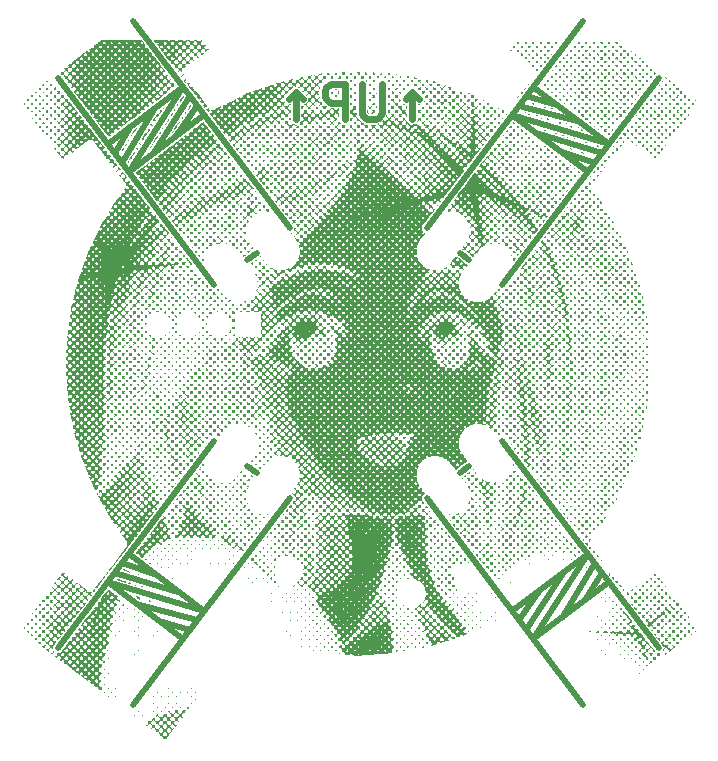
<source format=gbr>
From 46b2427524870fec441d3309b38e19ffa8d70973 Mon Sep 17 00:00:00 2001
From: jaseg <git@jaseg.net>
Date: Tue, 27 Nov 2018 10:50:48 +0900
Subject: Add prettified gerber output

---
 center/gerber.out/center-B.SilkS.gbr | 161219 ++++++++++++++++++++++++++++++++
 1 file changed, 161219 insertions(+)
 create mode 100644 center/gerber.out/center-B.SilkS.gbr

(limited to 'center/gerber.out/center-B.SilkS.gbr')

diff --git a/center/gerber.out/center-B.SilkS.gbr b/center/gerber.out/center-B.SilkS.gbr
new file mode 100644
index 0000000..ddc655e
--- /dev/null
+++ b/center/gerber.out/center-B.SilkS.gbr
@@ -0,0 +1,161219 @@
+%FSLAX46Y46*%
+%MOMM*%
+%ADD10C,0.6*%
+%ADD11C,0.5*%
+D10*
+%LPD*%
+G01X104578571Y-79377142D02*
+Y-77091428D01*
+X105150000Y-77662857D02*
+X104578571Y-77091428D01*
+X104007142Y-77662857D01*
+X102007142Y-76377142D02*
+Y-78805714D01*
+X101864285Y-79091428D01*
+X101721428Y-79234285D01*
+X101435714Y-79377142D01*
+X100864285D01*
+X100578571Y-79234285D01*
+X100435714Y-79091428D01*
+X100292857Y-78805714D01*
+Y-76377142D01*
+X98864285Y-79377142D02*
+Y-76377142D01*
+X97721428D01*
+X97435714Y-76520000D01*
+X97292857Y-76662857D01*
+X97150000Y-76948571D01*
+Y-77377142D01*
+X97292857Y-77662857D01*
+X97435714Y-77805714D01*
+X97721428Y-77948571D01*
+X98864285D01*
+X94721428Y-79377142D02*
+Y-77091428D01*
+X95292857Y-77662857D02*
+X94721428Y-77091428D01*
+X94150000Y-77662857D01*
+D11*
+X108600683Y-90699093D02*
+X109399317Y-91300907D01*
+X125434473Y-75837279D02*
+X112194542Y-93407260D01*
+X105805458Y-88592740D02*
+X119045388Y-71022759D01*
+X114832683Y-76613207D02*
+X121221767Y-81427727D01*
+X113027238Y-79009115D01*
+X119416322Y-83823635D01*
+X120619952Y-82226363D02*
+X115023827Y-80513651D01*
+X117020416Y-82018189D02*
+X120018137Y-83024998D01*
+X114230868Y-77411843D02*
+X116829272Y-78117745D01*
+X113629053Y-78210478D02*
+X118825861Y-79622282D01*
+X79981863Y-83024998D02*
+X82771410Y-78418652D01*
+X79380048Y-82226363D02*
+X80774821Y-79923190D01*
+X84576855Y-80814559D02*
+X86370947Y-78210478D01*
+X85769132Y-77411843D02*
+X82580266Y-82319096D01*
+X80583678Y-83823635D02*
+X86972762Y-79009115D01*
+X85167317Y-76613207D02*
+X80583678Y-83823635D01*
+X78778233Y-81427727D02*
+X85167317Y-76613207D01*
+X87805458Y-93407260D02*
+X74565527Y-75837279D01*
+X80954612Y-71022759D02*
+X94194542Y-88592740D01*
+X90600683Y-91300907D02*
+X91399317Y-90699093D01*
+Y-109300907D02*
+X90600683Y-108699093D01*
+X74565527Y-124162721D02*
+X87805458Y-106592740D01*
+X94194542Y-111407260D02*
+X80954612Y-128977241D01*
+X85167317Y-123386793D02*
+X78778233Y-118572273D01*
+X86972762Y-120990885D01*
+X80583678Y-116176365D01*
+X79380048Y-117773637D02*
+X84976173Y-119486349D01*
+X82979584Y-117981811D02*
+X79981863Y-116975002D01*
+X85769132Y-122588157D02*
+X83170728Y-121882255D01*
+X86370947Y-121789522D02*
+X81174139Y-120377718D01*
+X109399317Y-108699093D02*
+X108600683Y-109300907D01*
+X119045388Y-128977241D02*
+X105805458Y-111407260D01*
+X112194542Y-106592740D02*
+X125434473Y-124162721D01*
+X121221767Y-118572273D02*
+X114832683Y-123386793D01*
+X119416322Y-116176365D01*
+X113027238Y-120990885D01*
+X114230868Y-122588157D02*
+X117419734Y-117680904D01*
+X115423145Y-119185441D02*
+X113629053Y-121789522D01*
+X120619952Y-117773637D02*
+X119225179Y-120076810D01*
+X120018137Y-116975002D02*
+X117228590Y-121581348D01*
+G36*
+D10*
+X118325413Y-72649827D02*
+X118340565Y-72619524D01*
+X118461777Y-72634676D01*
+X118431474Y-72649827D01*
+X118401171D01*
+X118355716D01*
+X118325413D01*
+G37*
+G36*
+X119552686Y-72664979D02*
+X119522383Y-72634676D01*
+X119749656D01*
+X119719353Y-72664979D01*
+X119689050D01*
+X119643595Y-72634676D01*
+X119613292D01*
+X119552686Y-72664979D01*
+G37*
+G36*
+X118916322D02*
+X118886019Y-72634676D01*
+X119098141Y-72619524D01*
+X119052686Y-72664979D01*
+X119007232Y-72634676D01*
+X118946625Y-72664979D01*
+X118916322D01*
+G37*
+G36*
+X116325413D02*
+X116310262Y-72634676D01*
+X116537535D01*
+X116522383Y-72664979D01*
+X116401171D01*
+X116325413D01*
+G37*
+G36*
+X115037535D02*
+X115022383Y-72634676D01*
+X115249656D01*
+X115234504Y-72664979D01*
+X115189050D01*
+X115128444Y-72634676D01*
+X115082989Y-72664979D01*
+X115037535D01*
+G37*
+G36*
+X114401171D02*
+X114386019Y-72634676D01*
+X114598141Y-72619524D01*
+Y-72664979D01*
+X114552686D01*
+X114507232Y-72634676D01*
+X114446625Y-72664979D01*
+X114401171D01*
+G37*
+G36*
+X113764807D02*
+X113749656Y-72619524D01*
+X113961777Y-72634676D01*
+X113946625Y-72664979D01*
+X113916322D01*
+X113795110D01*
+X113764807D01*
+G37*
+G36*
+X121628444Y-72680130D02*
+X121567838Y-72649827D01*
+X121476929Y-72664979D01*
+X121461777Y-72619524D01*
+X121673898D01*
+X121658747Y-72680130D01*
+X121628444D01*
+G37*
+G36*
+X120810262Y-72664979D02*
+Y-72619524D01*
+X121037535Y-72634676D01*
+X121022383Y-72664979D01*
+X120992080Y-72680130D01*
+X120855716D01*
+X120810262Y-72664979D01*
+G37*
+G36*
+X120189050Y-72649827D02*
+X120173898Y-72619524D01*
+X120386019Y-72634676D01*
+X120370868Y-72649827D01*
+X120386019Y-72664979D01*
+X120340565Y-72680130D01*
+X120295110Y-72649827D01*
+X120249656D01*
+X120189050D01*
+G37*
+G36*
+X117143595Y-72680130D02*
+X117067838Y-72649827D01*
+X116976929Y-72664979D01*
+X116961777Y-72619524D01*
+X117173898Y-72634676D01*
+X117143595Y-72680130D01*
+G37*
+G36*
+X115673898Y-72664979D02*
+Y-72619524D01*
+X115886019Y-72634676D01*
+X115855716Y-72680130D01*
+X115795110Y-72649827D01*
+X115749656D01*
+X115704201Y-72680130D01*
+X115673898Y-72664979D01*
+G37*
+G36*
+X118067838Y-72998312D02*
+X118113292Y-72922555D01*
+X118098141Y-72998312D01*
+X118067838D01*
+G37*
+G36*
+X119870868Y-73013464D02*
+Y-72831646D01*
+X119931474Y-72846797D01*
+X119961777D01*
+X120052686Y-72831646D01*
+Y-72861949D01*
+Y-72983161D01*
+Y-73013464D01*
+X119961777Y-72998312D01*
+X119931474D01*
+X119870868Y-73013464D01*
+G37*
+G36*
+X119219353Y-72983161D02*
+Y-72861949D01*
+X119249656Y-72831646D01*
+X119279959D01*
+X119340565Y-72846797D01*
+X119355716Y-72831646D01*
+X119401171D01*
+X119386019Y-73013464D01*
+X119355716D01*
+X119340565Y-72998312D01*
+X119310262D01*
+X119219353Y-72983161D01*
+G37*
+G36*
+X118582989Y-72998312D02*
+X118598141Y-72831646D01*
+X118689050Y-72846797D01*
+X118764807D01*
+Y-72877100D01*
+X118734504Y-73013464D01*
+X118704201D01*
+X118673898Y-72998312D01*
+X118582989D01*
+G37*
+G36*
+X114082989Y-73013464D02*
+Y-72831646D01*
+X114264807D01*
+X114249656Y-72907403D01*
+Y-72937706D01*
+X114264807Y-73013464D01*
+X114082989D01*
+G37*
+G36*
+X113446625D02*
+Y-72831646D01*
+X113613292D01*
+X113628444Y-72861949D01*
+X113598141Y-73013464D01*
+X113446625D01*
+G37*
+G36*
+X121961777Y-73028615D02*
+X121795110Y-73013464D01*
+X121779959Y-72846797D01*
+X121810262Y-72816494D01*
+X121961777D01*
+X121992080Y-72846797D01*
+Y-72998312D01*
+X121961777Y-73028615D01*
+G37*
+G36*
+X121158747D02*
+X121143595Y-72968009D01*
+X121158747Y-72952858D01*
+Y-72892252D01*
+X121143595Y-72877100D01*
+X121158747Y-72816494D01*
+X121340565Y-72831646D01*
+Y-72877100D01*
+X121325413Y-72892252D01*
+Y-72952858D01*
+X121340565Y-72968009D01*
+X121325413Y-73028615D01*
+X121158747D01*
+G37*
+G36*
+X120658747D02*
+X120507232Y-73013464D01*
+X120522383Y-72937706D01*
+Y-72907403D01*
+X120507232Y-72831646D01*
+X120658747Y-72816494D01*
+X120704201Y-72831646D01*
+Y-72861949D01*
+Y-72983161D01*
+Y-73028615D01*
+X120658747D01*
+G37*
+G36*
+X116825413D02*
+X116643595Y-72998312D01*
+Y-72968009D01*
+X116658747Y-72892252D01*
+X116643595Y-72877100D01*
+X116658747Y-72816494D01*
+X116840565Y-72831646D01*
+Y-72877100D01*
+X116825413Y-72892252D01*
+Y-72952858D01*
+X116840565Y-72968009D01*
+X116825413Y-73028615D01*
+G37*
+G36*
+X116158747D02*
+X116007232Y-73013464D01*
+X116022383Y-72937706D01*
+Y-72907403D01*
+X116007232Y-72831646D01*
+X116158747Y-72816494D01*
+X116204201Y-72831646D01*
+Y-72861949D01*
+Y-72983161D01*
+X116189050Y-73028615D01*
+X116158747D01*
+G37*
+G36*
+X115522383D02*
+X115355716Y-72983161D01*
+X115370868Y-72831646D01*
+X115431474Y-72846797D01*
+X115461777D01*
+X115552686Y-72831646D01*
+Y-72877100D01*
+X115537535Y-72892252D01*
+Y-72952858D01*
+X115567838Y-73013464D01*
+X115522383Y-73028615D01*
+G37*
+G36*
+X114719353Y-73013464D02*
+Y-72968009D01*
+X114734504Y-72952858D01*
+Y-72892252D01*
+X114719353Y-72877100D01*
+Y-72831646D01*
+X114916322Y-72861949D01*
+Y-72968009D01*
+X114901171Y-73028615D01*
+X114719353Y-73013464D01*
+G37*
+G36*
+X118901171Y-73331646D02*
+Y-73286191D01*
+X118916322Y-73271040D01*
+X118901171Y-73195282D01*
+X118916322Y-73149827D01*
+X118946625D01*
+X119052686D01*
+X119082989D01*
+X119067838Y-73331646D01*
+X118901171D01*
+G37*
+G36*
+X118264807Y-73316494D02*
+X118279959Y-73164979D01*
+X118431474D01*
+X118416322Y-73331646D01*
+X118264807Y-73316494D01*
+G37*
+G36*
+X116325413Y-73331646D02*
+Y-73286191D01*
+X116340565Y-73271040D01*
+Y-73225585D01*
+X116310262Y-73164979D01*
+X116340565Y-73134676D01*
+X116416322Y-73164979D01*
+X116507232Y-73149827D01*
+X116522383Y-73180130D01*
+X116507232Y-73331646D01*
+X116325413D01*
+G37*
+G36*
+X113113292Y-73316494D02*
+Y-73286191D01*
+X113128444Y-73271040D01*
+Y-73225585D01*
+X113113292Y-73149827D01*
+X113189050Y-73164979D01*
+X113234504D01*
+X113249656Y-73149827D01*
+X113295110Y-73164979D01*
+Y-73331646D01*
+X113113292Y-73316494D01*
+G37*
+G36*
+X122749656D02*
+X122795110Y-73346797D01*
+X122749656Y-73316494D01*
+G37*
+G36*
+X122113292Y-73346797D02*
+X122128444Y-73240736D01*
+X122098141Y-73164979D01*
+X122128444Y-73134676D01*
+X122204201Y-73164979D01*
+X122310262Y-73149827D01*
+Y-73180130D01*
+Y-73301343D01*
+X122295110Y-73346797D01*
+X122264807D01*
+X122143595D01*
+X122113292D01*
+G37*
+G36*
+X121476929Y-73331646D02*
+Y-73149827D01*
+X121567838Y-73164979D01*
+X121643595Y-73134676D01*
+X121673898Y-73164979D01*
+X121643595Y-73240736D01*
+X121628444Y-73346797D01*
+X121507232D01*
+X121476929Y-73331646D01*
+G37*
+G36*
+X120825413D02*
+Y-73286191D01*
+X120840565Y-73271040D01*
+Y-73225585D01*
+X120825413Y-73180130D01*
+X120840565Y-73134676D01*
+X120916322Y-73164979D01*
+X121022383D01*
+X121007232Y-73255888D01*
+Y-73346797D01*
+X120946625D01*
+X120931474Y-73331646D01*
+X120886019D01*
+X120870868Y-73346797D01*
+X120825413Y-73331646D01*
+G37*
+G36*
+X120325413Y-73346797D02*
+X120189050Y-73331646D01*
+Y-73149827D01*
+X120234504D01*
+X120249656Y-73164979D01*
+X120295110D01*
+X120355716Y-73134676D01*
+X120386019Y-73164979D01*
+X120370868Y-73346797D01*
+X120325413D01*
+G37*
+G36*
+X119537535Y-73331646D02*
+Y-73301343D01*
+X119552686Y-73149827D01*
+X119582989D01*
+X119689050D01*
+X119734504Y-73180130D01*
+X119719353Y-73331646D01*
+X119567838Y-73346797D01*
+X119537535Y-73331646D01*
+G37*
+G36*
+X115689050D02*
+Y-73149827D01*
+X115734504D01*
+X115749656Y-73164979D01*
+X115795110D01*
+X115870868Y-73149827D01*
+X115855716Y-73240736D01*
+Y-73346797D01*
+X115689050Y-73331646D01*
+G37*
+G36*
+X115037535D02*
+Y-73301343D01*
+X115052686Y-73149827D01*
+X115082989D01*
+X115189050D01*
+X115234504Y-73164979D01*
+Y-73195282D01*
+Y-73301343D01*
+X115204201Y-73346797D01*
+X115067838D01*
+X115037535Y-73331646D01*
+G37*
+G36*
+X114401171D02*
+Y-73286191D01*
+X114416322Y-73271040D01*
+Y-73240736D01*
+X114401171Y-73149827D01*
+X114476929Y-73164979D01*
+X114522383D01*
+X114598141Y-73149827D01*
+Y-73180130D01*
+X114582989Y-73331646D01*
+X114431474Y-73346797D01*
+X114401171Y-73331646D01*
+G37*
+G36*
+X113764807Y-73346797D02*
+X113749656Y-73180130D01*
+X113764807Y-73149827D01*
+X113825413D01*
+X113840565Y-73164979D01*
+X113916322Y-73149827D01*
+X113946625D01*
+X113931474Y-73225585D01*
+Y-73271040D01*
+X113946625Y-73286191D01*
+X113931474Y-73331646D01*
+X113795110Y-73346797D01*
+X113764807D01*
+G37*
+G36*
+X116643595Y-73498312D02*
+X116673898Y-73468009D01*
+X116643595Y-73498312D01*
+G37*
+G36*
+X112976929Y-73604373D02*
+X112946625Y-73589221D01*
+X112840565Y-73498312D01*
+X112825413D01*
+X112795110Y-73468009D01*
+X112840565D01*
+X112855716Y-73483161D01*
+X112976929D01*
+Y-73604373D01*
+G37*
+G36*
+X118582989Y-73649827D02*
+Y-73483161D01*
+X118764807D01*
+Y-73513464D01*
+Y-73604373D01*
+X118749656Y-73649827D01*
+X118582989D01*
+G37*
+G36*
+X117946625D02*
+X117961777Y-73483161D01*
+X118113292D01*
+X118098141Y-73649827D01*
+X117946625D01*
+G37*
+G36*
+X123067838D02*
+X123082989Y-73574070D01*
+X123143595Y-73619524D01*
+X123158747D01*
+X123189050Y-73649827D01*
+X123143595D01*
+X123128444Y-73664979D01*
+X123067838Y-73649827D01*
+G37*
+G36*
+X122431474D02*
+Y-73604373D01*
+X122446625Y-73589221D01*
+Y-73543767D01*
+X122431474Y-73528615D01*
+X122446625Y-73468009D01*
+X122492080D01*
+X122507232Y-73483161D01*
+X122552686D01*
+X122567838Y-73468009D01*
+X122628444Y-73483161D01*
+Y-73513464D01*
+Y-73619524D01*
+X122613292Y-73664979D01*
+X122582989D01*
+X122476929D01*
+X122431474Y-73649827D01*
+G37*
+G36*
+X121795110Y-73664979D02*
+X121779959Y-73483161D01*
+X121840565Y-73468009D01*
+X121855716Y-73483161D01*
+X121916322D01*
+X121976929Y-73452858D01*
+X121992080Y-73498312D01*
+X121976929Y-73664979D01*
+X121931474D01*
+X121916322Y-73649827D01*
+X121855716D01*
+X121840565Y-73664979D01*
+X121795110D01*
+G37*
+G36*
+X121143595Y-73649827D02*
+Y-73619524D01*
+Y-73513464D01*
+X121158747Y-73468009D01*
+X121189050D01*
+X121264807Y-73483161D01*
+X121279959Y-73468009D01*
+X121340565Y-73483161D01*
+Y-73528615D01*
+X121325413Y-73543767D01*
+X121340565Y-73619524D01*
+X121325413Y-73664979D01*
+X121295110D01*
+X121189050D01*
+X121143595Y-73649827D01*
+G37*
+G36*
+X120507232Y-73664979D02*
+X120492080Y-73498312D01*
+X120507232Y-73452858D01*
+X120567838Y-73483161D01*
+X120628444D01*
+X120643595Y-73468009D01*
+X120704201Y-73483161D01*
+Y-73513464D01*
+Y-73619524D01*
+Y-73664979D01*
+X120643595D01*
+X120628444Y-73649827D01*
+X120567838D01*
+X120552686Y-73664979D01*
+X120507232D01*
+G37*
+G36*
+X119855716Y-73649827D02*
+Y-73619524D01*
+X119870868Y-73468009D01*
+X119916322D01*
+X119931474Y-73483161D01*
+X119976929D01*
+X120052686Y-73468009D01*
+X120037535Y-73543767D01*
+Y-73589221D01*
+X120052686Y-73664979D01*
+X120007232D01*
+X119901171D01*
+X119855716Y-73649827D01*
+G37*
+G36*
+X119219353D02*
+Y-73619524D01*
+X119234504Y-73483161D01*
+X119370868Y-73468009D01*
+X119416322Y-73498312D01*
+X119401171Y-73649827D01*
+X119249656Y-73664979D01*
+X119219353Y-73649827D01*
+G37*
+G36*
+X116007232D02*
+X115992080Y-73498312D01*
+X116007232Y-73452858D01*
+X116067838Y-73483161D01*
+X116128444D01*
+X116143595Y-73468009D01*
+X116204201Y-73483161D01*
+X116189050Y-73664979D01*
+X116143595D01*
+X116128444Y-73649827D01*
+X116052686Y-73664979D01*
+X116007232Y-73649827D01*
+G37*
+G36*
+X115355716Y-73634676D02*
+X115370868Y-73468009D01*
+X115416322D01*
+X115431474Y-73483161D01*
+X115476929D01*
+X115492080Y-73468009D01*
+X115552686Y-73483161D01*
+Y-73528615D01*
+X115537535Y-73543767D01*
+Y-73589221D01*
+X115552686Y-73604373D01*
+X115522383Y-73664979D01*
+X115401171D01*
+X115355716Y-73634676D01*
+G37*
+G36*
+X114719353Y-73649827D02*
+Y-73619524D01*
+X114734504Y-73468009D01*
+X114779959D01*
+X114795110Y-73483161D01*
+X114870868Y-73468009D01*
+X114916322Y-73498312D01*
+Y-73619524D01*
+X114886019Y-73664979D01*
+X114749656D01*
+X114719353Y-73649827D01*
+G37*
+G36*
+X114082989D02*
+X114113292Y-73468009D01*
+X114234504D01*
+X114264807D01*
+X114249656Y-73558918D01*
+X114264807Y-73649827D01*
+X114234504Y-73664979D01*
+X114128444D01*
+X114082989Y-73649827D01*
+G37*
+G36*
+X113431474D02*
+Y-73619524D01*
+X113446625Y-73543767D01*
+X113431474Y-73528615D01*
+X113446625Y-73468009D01*
+X113492080D01*
+X113507232Y-73483161D01*
+X113582989Y-73468009D01*
+X113628444Y-73483161D01*
+Y-73513464D01*
+X113613292Y-73649827D01*
+X113476929Y-73664979D01*
+X113431474Y-73649827D01*
+G37*
+G36*
+X113295110Y-73846797D02*
+X113264807Y-73831646D01*
+X113234504Y-73801343D01*
+X113295110D01*
+Y-73846797D01*
+G37*
+G36*
+X116325413Y-73937706D02*
+X116340565Y-73907403D01*
+Y-73861949D01*
+X116325413Y-73786191D01*
+X116355716D01*
+X116370868Y-73801343D01*
+X116416322D01*
+X116370868Y-73877100D01*
+X116325413Y-73937706D01*
+G37*
+G36*
+X117628444Y-73968009D02*
+X117643595Y-73801343D01*
+X117795110Y-73816494D01*
+Y-73937706D01*
+X117779959Y-73968009D01*
+X117628444D01*
+G37*
+G36*
+X123401171Y-73983161D02*
+X123416322Y-73892252D01*
+X123401171Y-73816494D01*
+X123476929Y-73861949D01*
+X123537535Y-73907403D01*
+X123598141Y-73968009D01*
+X123537535Y-73983161D01*
+X123522383Y-73968009D01*
+X123461777D01*
+X123446625Y-73983161D01*
+X123401171D01*
+G37*
+G36*
+X122749656D02*
+Y-73952858D01*
+Y-73831646D01*
+X122764807Y-73786191D01*
+X122795110D01*
+X122916322D01*
+X122946625D01*
+X122931474Y-73861949D01*
+Y-73907403D01*
+X122946625Y-73922555D01*
+X122931474Y-73983161D01*
+X122886019D01*
+X122870868Y-73968009D01*
+X122825413D01*
+X122749656Y-73983161D01*
+G37*
+G36*
+X122113292D02*
+X122128444Y-73892252D01*
+Y-73786191D01*
+X122158747D01*
+X122234504Y-73801343D01*
+X122249656Y-73786191D01*
+X122310262D01*
+Y-73831646D01*
+Y-73968009D01*
+X122249656Y-73983161D01*
+X122234504Y-73968009D01*
+X122189050D01*
+X122113292Y-73983161D01*
+G37*
+G36*
+X121461777D02*
+Y-73952858D01*
+Y-73831646D01*
+X121476929Y-73786191D01*
+X121507232D01*
+X121613292D01*
+X121658747D01*
+X121643595Y-73892252D01*
+X121658747Y-73983161D01*
+X121582989Y-73968009D01*
+X121537535D01*
+X121461777Y-73983161D01*
+G37*
+G36*
+X120825413D02*
+X120840565Y-73907403D01*
+Y-73861949D01*
+X120825413Y-73786191D01*
+X120855716D01*
+X120976929D01*
+X121022383Y-73801343D01*
+Y-73831646D01*
+X121007232Y-73983161D01*
+X120961777D01*
+X120946625Y-73968009D01*
+X120901171D01*
+X120825413Y-73983161D01*
+G37*
+G36*
+X119537535Y-73952858D02*
+X119567838Y-73786191D01*
+X119734504Y-73801343D01*
+Y-73831646D01*
+X119719353Y-73907403D01*
+X119734504Y-73922555D01*
+X119719353Y-73983161D01*
+X119673898D01*
+X119658747Y-73968009D01*
+X119582989Y-73983161D01*
+X119537535Y-73952858D01*
+G37*
+G36*
+X118901171Y-73968009D02*
+X118916322Y-73892252D01*
+Y-73861949D01*
+X118901171Y-73846797D01*
+X118916322Y-73801343D01*
+X119082989D01*
+Y-73937706D01*
+X119067838Y-73968009D01*
+X118931474Y-73983161D01*
+X118901171Y-73968009D01*
+G37*
+G36*
+X118249656Y-73952858D02*
+X118264807Y-73801343D01*
+X118446625D01*
+Y-73831646D01*
+Y-73952858D01*
+X118416322Y-73983161D01*
+X118295110D01*
+X118249656Y-73952858D01*
+G37*
+G36*
+X115037535Y-73968009D02*
+Y-73922555D01*
+X115052686Y-73907403D01*
+X115037535Y-73831646D01*
+X115067838Y-73786191D01*
+X115234504Y-73801343D01*
+Y-73831646D01*
+X115219353Y-73907403D01*
+X115234504Y-73922555D01*
+X115219353Y-73983161D01*
+X115173898D01*
+X115158747Y-73968009D01*
+X115113292D01*
+X115098141Y-73983161D01*
+X115037535Y-73968009D01*
+G37*
+G36*
+X114401171Y-73983161D02*
+X114416322Y-73892252D01*
+X114401171Y-73801343D01*
+X114431474Y-73786191D01*
+X114582989Y-73801343D01*
+X114567838Y-73983161D01*
+X114537535D01*
+X114461777Y-73968009D01*
+X114446625Y-73983161D01*
+X114401171D01*
+G37*
+G36*
+X113749656Y-73952858D02*
+X113779959Y-73786191D01*
+X113946625Y-73801343D01*
+Y-73846797D01*
+X113916322Y-73983161D01*
+X113795110D01*
+X113749656Y-73952858D01*
+G37*
+G36*
+X120173898D02*
+Y-73816494D01*
+Y-73786191D01*
+X120234504D01*
+X120249656Y-73801343D01*
+X120310262D01*
+X120325413Y-73786191D01*
+X120386019Y-73816494D01*
+Y-73952858D01*
+X120370868Y-73998312D01*
+X120173898Y-73952858D01*
+G37*
+G36*
+X115870868Y-73998312D02*
+X115810262Y-73968009D01*
+X115734504Y-73983161D01*
+X115689050Y-73968009D01*
+Y-73801343D01*
+X115825413Y-73786191D01*
+X115870868Y-73801343D01*
+X115886019Y-73952858D01*
+X115870868Y-73998312D01*
+G37*
+G36*
+X117310262Y-74286191D02*
+X117295110Y-74195282D01*
+X117310262Y-74119524D01*
+X117476929Y-74134676D01*
+Y-74195282D01*
+X117461777Y-74286191D01*
+X117310262D01*
+G37*
+G36*
+X123719353Y-74301343D02*
+X123734504Y-74225585D01*
+Y-74180130D01*
+X123719353Y-74164979D01*
+X123734504Y-74104373D01*
+X123810262Y-74119524D01*
+X123840565Y-74134676D01*
+X123901171Y-74180130D01*
+Y-74301343D01*
+X123810262Y-74286191D01*
+X123719353Y-74301343D01*
+G37*
+G36*
+X122431474D02*
+Y-74255888D01*
+X122446625Y-74240736D01*
+Y-74180130D01*
+X122431474Y-74164979D01*
+X122446625Y-74104373D01*
+X122598141D01*
+X122628444D01*
+Y-74164979D01*
+X122613292Y-74180130D01*
+X122628444Y-74255888D01*
+X122613292Y-74301343D01*
+X122431474D01*
+G37*
+G36*
+X119219353Y-74286191D02*
+Y-74255888D01*
+X119234504Y-74119524D01*
+X119401171D01*
+X119416322Y-74271040D01*
+X119401171Y-74301343D01*
+X119295110Y-74286191D01*
+X119219353D01*
+G37*
+G36*
+X118582989Y-74301343D02*
+X118598141Y-74119524D01*
+X118764807D01*
+Y-74164979D01*
+X118719353Y-74301343D01*
+X118643595Y-74286191D01*
+X118628444Y-74301343D01*
+X118582989D01*
+G37*
+G36*
+X117931474Y-74271040D02*
+X117961777Y-74119524D01*
+X118113292D01*
+X118098141Y-74301343D01*
+X118067838D01*
+X117976929D01*
+X117931474Y-74271040D01*
+G37*
+G36*
+X116007232Y-74301343D02*
+X116022383Y-74210433D01*
+X116007232Y-74119524D01*
+X116189050D01*
+X116143595Y-74164979D01*
+X116098141Y-74240736D01*
+X116052686Y-74301343D01*
+X116007232D01*
+G37*
+G36*
+X115370868Y-74286191D02*
+Y-74119524D01*
+X115537535Y-74104373D01*
+X115552686Y-74164979D01*
+X115537535Y-74180130D01*
+Y-74225585D01*
+X115552686Y-74301343D01*
+X115461777Y-74286191D01*
+X115431474D01*
+X115416322Y-74301343D01*
+X115370868Y-74286191D01*
+G37*
+G36*
+X114719353Y-74301343D02*
+Y-74240736D01*
+X114734504Y-74225585D01*
+Y-74119524D01*
+X114901171D01*
+X114916322Y-74271040D01*
+X114901171Y-74301343D01*
+X114810262Y-74286191D01*
+X114719353Y-74301343D01*
+G37*
+G36*
+X114082989D02*
+Y-74119524D01*
+X114264807D01*
+X114249656Y-74210433D01*
+X114264807Y-74301343D01*
+X114189050Y-74286191D01*
+X114143595D01*
+X114128444Y-74301343D01*
+X114082989D01*
+G37*
+G36*
+X123249656Y-74316494D02*
+X123173898Y-74286191D01*
+X123082989Y-74301343D01*
+X123067838Y-74149827D01*
+X123082989Y-74104373D01*
+X123113292D01*
+X123234504D01*
+X123279959Y-74134676D01*
+X123249656Y-74210433D01*
+X123279959Y-74286191D01*
+X123249656Y-74316494D01*
+G37*
+G36*
+X121961777D02*
+X121886019Y-74286191D01*
+X121795110Y-74301343D01*
+X121779959Y-74149827D01*
+X121795110Y-74104373D01*
+X121825413D01*
+X121931474D01*
+X121992080Y-74119524D01*
+Y-74149827D01*
+Y-74286191D01*
+X121961777Y-74316494D01*
+G37*
+G36*
+X121325413D02*
+X121143595Y-74301343D01*
+Y-74255888D01*
+X121158747Y-74240736D01*
+Y-74180130D01*
+X121143595Y-74164979D01*
+Y-74104373D01*
+X121173898D01*
+X121310262D01*
+X121340565D01*
+Y-74164979D01*
+X121325413Y-74180130D01*
+Y-74240736D01*
+X121340565Y-74255888D01*
+X121325413Y-74316494D01*
+G37*
+G36*
+X120492080Y-74286191D02*
+X120522383Y-74210433D01*
+X120507232Y-74104373D01*
+X120537535D01*
+X120658747D01*
+X120704201Y-74119524D01*
+Y-74149827D01*
+Y-74271040D01*
+X120673898Y-74316494D01*
+X120598141Y-74286191D01*
+X120522383Y-74316494D01*
+X120492080Y-74286191D01*
+G37*
+G36*
+X120037535Y-74316494D02*
+X119855716Y-74286191D01*
+Y-74255888D01*
+Y-74149827D01*
+X119870868Y-74104373D01*
+X119901171D01*
+X120052686Y-74119524D01*
+X120067838Y-74286191D01*
+X120037535Y-74316494D01*
+G37*
+G36*
+X122749656Y-74604373D02*
+Y-74574070D01*
+X122764807Y-74498312D01*
+X122749656Y-74483161D01*
+Y-74437706D01*
+X122916322Y-74422555D01*
+X122961777Y-74437706D01*
+X122931474Y-74498312D01*
+X122946625Y-74589221D01*
+X122931474Y-74619524D01*
+X122749656Y-74604373D01*
+G37*
+G36*
+X118901171D02*
+X118916322Y-74513464D01*
+X118901171Y-74452858D01*
+X118992080D01*
+X119007232Y-74437706D01*
+X119082989Y-74452858D01*
+Y-74619524D01*
+X118901171Y-74604373D01*
+G37*
+G36*
+X118264807Y-74619524D02*
+X118279959Y-74437706D01*
+X118310262D01*
+X118325413Y-74452858D01*
+X118355716D01*
+X118446625Y-74437706D01*
+Y-74468009D01*
+X118416322Y-74619524D01*
+X118264807D01*
+G37*
+G36*
+X117628444Y-74604373D02*
+Y-74452858D01*
+X117749656Y-74437706D01*
+X117795110D01*
+X117779959Y-74619524D01*
+X117628444Y-74604373D01*
+G37*
+G36*
+X116976929D02*
+Y-74437706D01*
+X117022383D01*
+X117037535Y-74452858D01*
+X117143595D01*
+X117128444Y-74619524D01*
+X116976929Y-74604373D01*
+G37*
+G36*
+X115052686Y-74619524D02*
+Y-74437706D01*
+X115219353D01*
+X115234504Y-74468009D01*
+X115219353Y-74619524D01*
+X115052686D01*
+G37*
+G36*
+X114401171D02*
+X114416322Y-74513464D01*
+X114401171Y-74437706D01*
+X114476929Y-74452858D01*
+X114582989Y-74437706D01*
+Y-74619524D01*
+X114401171D01*
+G37*
+G36*
+X124219353Y-74634676D02*
+X124037535Y-74604373D01*
+Y-74574070D01*
+Y-74468009D01*
+X124052686Y-74437706D01*
+X124234504Y-74452858D01*
+Y-74483161D01*
+X124219353Y-74558918D01*
+X124234504Y-74574070D01*
+X124219353Y-74634676D01*
+G37*
+G36*
+X123567838D02*
+X123401171Y-74619524D01*
+X123386019Y-74452858D01*
+X123416322Y-74422555D01*
+X123567838D01*
+X123598141Y-74452858D01*
+Y-74604373D01*
+X123567838Y-74634676D01*
+G37*
+G36*
+X122113292D02*
+X122128444Y-74558918D01*
+Y-74513464D01*
+X122098141Y-74452858D01*
+X122128444Y-74422555D01*
+X122204201Y-74452858D01*
+X122310262Y-74437706D01*
+Y-74483161D01*
+Y-74589221D01*
+X122295110Y-74634676D01*
+X122264807D01*
+X122143595D01*
+X122113292D01*
+G37*
+G36*
+X121476929D02*
+X121461777Y-74589221D01*
+X121476929Y-74437706D01*
+X121628444Y-74422555D01*
+X121658747Y-74468009D01*
+X121643595Y-74513464D01*
+Y-74558918D01*
+X121673898Y-74619524D01*
+X121628444Y-74634676D01*
+X121507232D01*
+X121476929D01*
+G37*
+G36*
+X120825413D02*
+Y-74574070D01*
+X120840565Y-74558918D01*
+Y-74498312D01*
+X120810262Y-74437706D01*
+X120855716Y-74422555D01*
+X121022383Y-74437706D01*
+Y-74483161D01*
+X121007232Y-74498312D01*
+Y-74558918D01*
+X121022383Y-74574070D01*
+X120992080Y-74634676D01*
+X120855716D01*
+X120825413D01*
+G37*
+G36*
+X120173898Y-74619524D02*
+Y-74589221D01*
+Y-74452858D01*
+X120204201Y-74422555D01*
+X120386019Y-74452858D01*
+Y-74604373D01*
+X120355716Y-74634676D01*
+X120219353D01*
+X120173898Y-74619524D01*
+G37*
+G36*
+X119719353Y-74634676D02*
+X119537535Y-74604373D01*
+Y-74574070D01*
+X119552686Y-74498312D01*
+X119537535Y-74483161D01*
+Y-74437706D01*
+X119734504D01*
+X119719353Y-74528615D01*
+Y-74634676D01*
+G37*
+G36*
+X115689050Y-74619524D02*
+Y-74437706D01*
+X115870868D01*
+Y-74543767D01*
+X115810262Y-74619524D01*
+X115719353Y-74634676D01*
+X115689050Y-74619524D01*
+G37*
+G36*
+X118582989Y-74922555D02*
+Y-74771040D01*
+X118719353Y-74755888D01*
+X118764807Y-74771040D01*
+Y-74801343D01*
+X118749656Y-74937706D01*
+X118582989Y-74922555D01*
+G37*
+G36*
+X117931474Y-74907403D02*
+X117946625Y-74771040D01*
+X118082989Y-74755888D01*
+X118128444Y-74786191D01*
+X118098141Y-74937706D01*
+X117931474Y-74907403D01*
+G37*
+G36*
+X117310262Y-74937706D02*
+X117295110Y-74907403D01*
+Y-74801343D01*
+X117310262Y-74771040D01*
+X117476929Y-74786191D01*
+Y-74816494D01*
+X117461777Y-74831646D01*
+Y-74877100D01*
+X117476929Y-74892252D01*
+X117461777Y-74937706D01*
+X117310262D01*
+G37*
+G36*
+X116658747D02*
+Y-74861949D01*
+X116673898Y-74831646D01*
+X116719353Y-74771040D01*
+X116825413D01*
+X116810262Y-74937706D01*
+X116658747D01*
+G37*
+G36*
+X114719353Y-74922555D02*
+X114734504Y-74846797D01*
+X114719353Y-74755888D01*
+X114810262Y-74771040D01*
+X114901171D01*
+Y-74937706D01*
+X114719353Y-74922555D01*
+G37*
+G36*
+X124370868Y-74937706D02*
+X124386019Y-74755888D01*
+X124461777Y-74771040D01*
+X124552686D01*
+Y-74831646D01*
+X124537535Y-74952858D01*
+X124370868Y-74937706D01*
+G37*
+G36*
+X123749656Y-74952858D02*
+X123719353Y-74937706D01*
+X123734504Y-74846797D01*
+X123719353Y-74755888D01*
+X123810262Y-74771040D01*
+X123901171Y-74755888D01*
+X123916322Y-74786191D01*
+Y-74907403D01*
+X123901171Y-74952858D01*
+X123870868D01*
+X123749656D01*
+G37*
+G36*
+X123082989Y-74937706D02*
+Y-74755888D01*
+X123128444D01*
+X123143595Y-74771040D01*
+X123189050D01*
+X123249656Y-74740736D01*
+X123279959Y-74771040D01*
+X123249656Y-74846797D01*
+X123234504Y-74952858D01*
+X123113292D01*
+X123082989Y-74937706D01*
+G37*
+G36*
+X122431474D02*
+Y-74892252D01*
+X122446625Y-74877100D01*
+Y-74831646D01*
+X122431474Y-74755888D01*
+X122507232Y-74771040D01*
+X122552686D01*
+X122628444Y-74755888D01*
+Y-74801343D01*
+Y-74907403D01*
+X122613292Y-74952858D01*
+X122582989D01*
+X122461777D01*
+X122431474Y-74937706D01*
+G37*
+G36*
+X121795110Y-74952858D02*
+X121779959Y-74786191D01*
+X121795110Y-74740736D01*
+X121855716Y-74771040D01*
+X121916322D01*
+X121976929Y-74740736D01*
+X121992080Y-74786191D01*
+X121976929Y-74952858D01*
+X121931474D01*
+X121916322Y-74937706D01*
+X121855716D01*
+X121840565Y-74952858D01*
+X121795110D01*
+G37*
+G36*
+X121143595Y-74937706D02*
+Y-74892252D01*
+X121158747Y-74877100D01*
+Y-74816494D01*
+X121143595Y-74801343D01*
+Y-74755888D01*
+X121219353Y-74771040D01*
+X121264807D01*
+X121325413Y-74740736D01*
+X121340565Y-74816494D01*
+X121325413Y-74831646D01*
+Y-74877100D01*
+X121340565Y-74952858D01*
+X121310262D01*
+X121189050D01*
+X121143595Y-74937706D01*
+G37*
+G36*
+X120507232Y-74952858D02*
+X120522383Y-74846797D01*
+X120492080Y-74771040D01*
+X120522383Y-74740736D01*
+X120582989Y-74771040D01*
+X120628444D01*
+X120689050Y-74740736D01*
+X120704201Y-74786191D01*
+Y-74907403D01*
+X120689050Y-74952858D01*
+X120658747D01*
+X120552686D01*
+X120507232D01*
+G37*
+G36*
+X119855716Y-74937706D02*
+Y-74907403D01*
+X119870868Y-74755888D01*
+X119961777Y-74771040D01*
+X120067838D01*
+X120037535Y-74952858D01*
+X120007232D01*
+X119992080Y-74937706D01*
+X119946625D01*
+X119931474Y-74952858D01*
+X119855716Y-74937706D01*
+G37*
+G36*
+X119249656Y-74952858D02*
+X119219353Y-74937706D01*
+X119234504Y-74846797D01*
+X119219353Y-74755888D01*
+X119310262Y-74771040D01*
+X119401171Y-74755888D01*
+X119416322Y-74786191D01*
+Y-74907403D01*
+X119401171Y-74952858D01*
+X119370868D01*
+X119249656D01*
+G37*
+G36*
+X115370868Y-74937706D02*
+X115386019Y-74755888D01*
+X115461777Y-74771040D01*
+X115552686Y-74755888D01*
+X115537535Y-74846797D01*
+Y-74952858D01*
+X115370868Y-74937706D01*
+G37*
+G36*
+X118264807Y-75255888D02*
+X118249656Y-75104373D01*
+X118279959Y-75074070D01*
+X118416322D01*
+X118446625Y-75104373D01*
+X118431474Y-75255888D01*
+X118264807D01*
+G37*
+G36*
+X117613292Y-75240736D02*
+X117628444Y-75089221D01*
+X117795110D01*
+Y-75255888D01*
+X117613292Y-75240736D01*
+G37*
+G36*
+X116976929D02*
+X116992080Y-75089221D01*
+X117143595D01*
+X117128444Y-75255888D01*
+X116976929Y-75240736D01*
+G37*
+G36*
+X125325413Y-75255888D02*
+G37*
+G36*
+X124673898D02*
+X124689050Y-75089221D01*
+X124719353Y-75074070D01*
+X124825413D01*
+X124870868D01*
+Y-75271040D01*
+X124825413D01*
+X124810262Y-75255888D01*
+X124749656D01*
+X124734504Y-75271040D01*
+X124673898Y-75255888D01*
+G37*
+G36*
+X124037535D02*
+Y-75225585D01*
+Y-75119524D01*
+X124052686Y-75074070D01*
+X124082989D01*
+X124189050D01*
+X124234504Y-75089221D01*
+Y-75119524D01*
+Y-75225585D01*
+X124219353Y-75271040D01*
+X124189050D01*
+X124082989D01*
+X124037535Y-75255888D01*
+G37*
+G36*
+X123431474Y-75271040D02*
+X123401171Y-75255888D01*
+Y-75089221D01*
+X123431474Y-75074070D01*
+X123537535D01*
+X123598141Y-75089221D01*
+Y-75255888D01*
+X123537535Y-75271040D01*
+X123431474D01*
+G37*
+G36*
+X122749656Y-75255888D02*
+Y-75225585D01*
+Y-75119524D01*
+X122764807Y-75074070D01*
+X122795110D01*
+X122870868Y-75089221D01*
+X122886019Y-75074070D01*
+X122946625Y-75089221D01*
+Y-75134676D01*
+X122931474Y-75149827D01*
+X122946625Y-75225585D01*
+X122931474Y-75271040D01*
+X122901171D01*
+X122795110D01*
+X122749656Y-75255888D01*
+G37*
+G36*
+X122113292Y-75271040D02*
+X122128444Y-75195282D01*
+Y-75149827D01*
+X122098141Y-75089221D01*
+X122158747Y-75074070D01*
+X122173898Y-75089221D01*
+X122234504D01*
+X122249656Y-75074070D01*
+X122310262D01*
+Y-75104373D01*
+Y-75240736D01*
+Y-75271040D01*
+X122249656D01*
+X122234504Y-75255888D01*
+X122173898D01*
+X122158747Y-75271040D01*
+X122113292D01*
+G37*
+G36*
+X121461777D02*
+Y-75240736D01*
+Y-75104373D01*
+Y-75074070D01*
+X121522383D01*
+X121537535Y-75089221D01*
+X121613292Y-75074070D01*
+X121658747Y-75089221D01*
+Y-75134676D01*
+X121643595Y-75149827D01*
+Y-75195282D01*
+X121658747Y-75271040D01*
+X121613292D01*
+X121598141Y-75255888D01*
+X121537535D01*
+X121522383Y-75271040D01*
+X121461777D01*
+G37*
+G36*
+X120825413Y-75255888D02*
+Y-75210433D01*
+X120840565Y-75195282D01*
+Y-75149827D01*
+X120825413Y-75134676D01*
+X120840565Y-75074070D01*
+X120886019D01*
+X120901171Y-75089221D01*
+X120946625D01*
+X121022383Y-75074070D01*
+Y-75119524D01*
+Y-75225585D01*
+X121007232Y-75271040D01*
+X120976929D01*
+X120901171Y-75255888D01*
+X120886019Y-75271040D01*
+X120825413Y-75255888D01*
+G37*
+G36*
+X120173898D02*
+Y-75089221D01*
+X120234504Y-75074070D01*
+X120249656Y-75089221D01*
+X120310262D01*
+X120325413Y-75074070D01*
+X120370868D01*
+Y-75271040D01*
+X120325413D01*
+X120310262Y-75255888D01*
+X120249656D01*
+X120234504Y-75271040D01*
+X120173898Y-75255888D01*
+G37*
+G36*
+X119537535D02*
+Y-75225585D01*
+Y-75119524D01*
+X119552686Y-75074070D01*
+X119582989D01*
+X119689050D01*
+X119734504Y-75089221D01*
+X119719353Y-75271040D01*
+X119537535Y-75255888D01*
+G37*
+G36*
+X118931474Y-75271040D02*
+X118901171Y-75240736D01*
+X118916322Y-75089221D01*
+X119082989D01*
+Y-75271040D01*
+X119037535D01*
+X118931474D01*
+G37*
+G36*
+X116355716D02*
+X116401171Y-75210433D01*
+X116446625Y-75134676D01*
+X116492080Y-75074070D01*
+X116522383Y-75104373D01*
+X116507232Y-75255888D01*
+X116355716Y-75271040D01*
+G37*
+G36*
+X115037535Y-75255888D02*
+Y-75225585D01*
+Y-75119524D01*
+X115052686Y-75074070D01*
+X115082989D01*
+X115189050D01*
+X115234504Y-75089221D01*
+Y-75119524D01*
+Y-75225585D01*
+X115219353Y-75271040D01*
+X115189050D01*
+X115082989D01*
+X115037535Y-75255888D01*
+G37*
+G36*
+X117946625Y-75558918D02*
+X117931474Y-75437706D01*
+Y-75407403D01*
+X118113292D01*
+Y-75574070D01*
+X117946625Y-75558918D01*
+G37*
+G36*
+X116658747Y-75574070D02*
+X116673898Y-75407403D01*
+X116825413Y-75422555D01*
+Y-75574070D01*
+X116658747D01*
+G37*
+G36*
+X116113292D02*
+X116158747Y-75528615D01*
+Y-75513464D01*
+X116189050Y-75483161D01*
+Y-75574070D01*
+X116113292D01*
+G37*
+G36*
+X103173898Y-75558918D02*
+Y-75498312D01*
+X103249656D01*
+X103264807Y-75513464D01*
+X103310262D01*
+Y-75558918D01*
+X103219353Y-75574070D01*
+X103173898Y-75558918D01*
+G37*
+G36*
+X102522383D02*
+Y-75452858D01*
+X102673898Y-75468009D01*
+Y-75558918D01*
+X102643595Y-75574070D01*
+X102522383Y-75558918D01*
+G37*
+G36*
+X101886019Y-75574070D02*
+X101870868Y-75543767D01*
+X101886019Y-75407403D01*
+X101992080D01*
+X102022383Y-75422555D01*
+X102037535Y-75574070D01*
+X101886019D01*
+G37*
+G36*
+X125007232Y-75589221D02*
+X125022383Y-75498312D01*
+Y-75392252D01*
+X125052686D01*
+X125128444Y-75407403D01*
+X125143595Y-75392252D01*
+X125204201Y-75407403D01*
+Y-75437706D01*
+X125189050Y-75452858D01*
+Y-75498312D01*
+X125158747Y-75528615D01*
+X125143595D01*
+X125113292Y-75574070D01*
+X125082989D01*
+X125067838Y-75589221D01*
+X125007232D01*
+G37*
+G36*
+X124355716D02*
+Y-75558918D01*
+X124370868Y-75407403D01*
+X124552686D01*
+Y-75513464D01*
+X124537535Y-75589221D01*
+X124461777Y-75574070D01*
+X124355716Y-75589221D01*
+G37*
+G36*
+X123719353D02*
+X123734504Y-75498312D01*
+Y-75407403D01*
+X123916322D01*
+Y-75437706D01*
+X123901171Y-75589221D01*
+X123810262Y-75574070D01*
+X123719353Y-75589221D01*
+G37*
+G36*
+X122431474D02*
+X122446625Y-75513464D01*
+Y-75468009D01*
+X122431474Y-75392252D01*
+X122461777D01*
+X122582989D01*
+X122628444Y-75407403D01*
+Y-75437706D01*
+Y-75558918D01*
+Y-75589221D01*
+X122552686Y-75574070D01*
+X122507232D01*
+X122431474Y-75589221D01*
+G37*
+G36*
+X121795110D02*
+Y-75392252D01*
+X121840565D01*
+X121855716Y-75407403D01*
+X121916322D01*
+X121931474Y-75392252D01*
+X121992080Y-75422555D01*
+X121961777Y-75498312D01*
+X121976929Y-75589221D01*
+X121931474D01*
+X121916322Y-75574070D01*
+X121855716D01*
+X121840565Y-75589221D01*
+X121795110D01*
+G37*
+G36*
+X121143595D02*
+Y-75543767D01*
+Y-75437706D01*
+X121158747Y-75392252D01*
+X121189050D01*
+X121310262D01*
+X121340565D01*
+X121325413Y-75468009D01*
+Y-75513464D01*
+X121340565Y-75528615D01*
+X121325413Y-75589221D01*
+X121279959D01*
+X121264807Y-75574070D01*
+X121219353D01*
+X121143595Y-75589221D01*
+G37*
+G36*
+X120507232D02*
+X120522383Y-75498312D01*
+Y-75392252D01*
+X120552686D01*
+X120628444Y-75407403D01*
+X120643595Y-75392252D01*
+X120704201Y-75407403D01*
+Y-75437706D01*
+Y-75574070D01*
+X120643595Y-75589221D01*
+X120628444Y-75574070D01*
+X120582989D01*
+X120507232Y-75589221D01*
+G37*
+G36*
+X119855716D02*
+Y-75558918D01*
+Y-75437706D01*
+X119870868Y-75392252D01*
+X119901171D01*
+X120022383D01*
+X120052686D01*
+Y-75589221D01*
+X119855716D01*
+G37*
+G36*
+X118582989Y-75574070D02*
+X118598141Y-75407403D01*
+X118764807Y-75422555D01*
+Y-75452858D01*
+X118749656Y-75468009D01*
+Y-75513464D01*
+X118764807Y-75589221D01*
+X118719353D01*
+X118613292D01*
+X118582989Y-75574070D01*
+G37*
+G36*
+X117446625Y-75589221D02*
+X117295110Y-75558918D01*
+Y-75528615D01*
+X117310262Y-75513464D01*
+Y-75468009D01*
+X117295110Y-75452858D01*
+X117310262Y-75407403D01*
+X117476929Y-75422555D01*
+Y-75452858D01*
+X117461777Y-75468009D01*
+X117476929Y-75528615D01*
+Y-75558918D01*
+X117446625Y-75589221D01*
+G37*
+G36*
+X114916322D02*
+G37*
+G36*
+X101219353D02*
+X101234504Y-75498312D01*
+Y-75468009D01*
+X101219353Y-75452858D01*
+X101249656Y-75392252D01*
+X101401171Y-75407403D01*
+Y-75589221D01*
+X101310262Y-75574070D01*
+X101219353Y-75589221D01*
+G37*
+G36*
+X99931474D02*
+X99946625Y-75513464D01*
+Y-75468009D01*
+X99931474Y-75392252D01*
+X99976929D01*
+X100082989D01*
+X100128444D01*
+X100113292Y-75468009D01*
+Y-75513464D01*
+X100128444Y-75589221D01*
+X100052686Y-75574070D01*
+X100007232D01*
+X99931474Y-75589221D01*
+G37*
+G36*
+X123249656Y-75604373D02*
+X123189050Y-75574070D01*
+X123143595D01*
+X123128444Y-75589221D01*
+X123082989D01*
+X123067838Y-75437706D01*
+X123082989Y-75392252D01*
+X123113292D01*
+X123234504D01*
+X123264807Y-75407403D01*
+X123249656Y-75498312D01*
+X123279959Y-75574070D01*
+X123249656Y-75604373D01*
+G37*
+G36*
+X119234504D02*
+Y-75498312D01*
+X119249656Y-75392252D01*
+X119370868D01*
+X119416322Y-75407403D01*
+Y-75468009D01*
+X119401171Y-75483161D01*
+Y-75528615D01*
+X119416322Y-75543767D01*
+X119401171Y-75589221D01*
+X119234504Y-75604373D01*
+G37*
+G36*
+X100734504Y-75589221D02*
+X100689050Y-75574070D01*
+X100643595D01*
+X100628444Y-75589221D01*
+X100582989D01*
+X100567838Y-75437706D01*
+X100582989Y-75392252D01*
+X100628444D01*
+X100643595Y-75407403D01*
+X100704201D01*
+X100719353Y-75392252D01*
+X100779959Y-75422555D01*
+Y-75558918D01*
+X100764807Y-75604373D01*
+X100734504Y-75589221D01*
+G37*
+G36*
+X99279959D02*
+Y-75558918D01*
+X99295110Y-75392252D01*
+X99340565D01*
+X99355716Y-75407403D01*
+X99416322D01*
+X99431474Y-75392252D01*
+X99492080D01*
+Y-75422555D01*
+Y-75543767D01*
+X99461777Y-75604373D01*
+X99310262D01*
+X99279959Y-75589221D01*
+G37*
+G36*
+X98643595D02*
+Y-75558918D01*
+Y-75437706D01*
+X98658747Y-75392252D01*
+X98689050D01*
+X98810262D01*
+X98840565D01*
+Y-75604373D01*
+X98643595Y-75589221D01*
+G37*
+G36*
+X97992080Y-75574070D02*
+X98022383Y-75407403D01*
+X98204201D01*
+Y-75437706D01*
+Y-75543767D01*
+X98189050Y-75589221D01*
+X98022383Y-75604373D01*
+X97992080Y-75574070D01*
+G37*
+G36*
+X97340565Y-75604373D02*
+Y-75574070D01*
+X97355716Y-75452858D01*
+X97552686D01*
+X97567838Y-75574070D01*
+Y-75604373D01*
+X97522383D01*
+X97401171D01*
+X97340565D01*
+G37*
+G36*
+X96082989Y-75634676D02*
+G37*
+G36*
+X85052686Y-75786191D02*
+X85007232Y-75725585D01*
+Y-75710433D01*
+X84976929Y-75680130D01*
+X85007232D01*
+X85037535Y-75664979D01*
+X85098141Y-75604373D01*
+X85113292Y-75574070D01*
+X85128444Y-75513464D01*
+Y-75468009D01*
+X85113292Y-75422555D01*
+X85082989Y-75361949D01*
+X85052686Y-75331646D01*
+X85022383Y-75316494D01*
+X84992080Y-75301343D01*
+X84870868D01*
+X84825413Y-75316494D01*
+X84795110Y-75331646D01*
+X84764807Y-75377100D01*
+X84719353Y-75331646D01*
+X84764807Y-75301343D01*
+X84779959Y-75271040D01*
+X84795110Y-75225585D01*
+Y-75119524D01*
+X84764807Y-75058918D01*
+X84749656Y-75028615D01*
+X84734504Y-75013464D01*
+X84704201Y-74998312D01*
+X84673898Y-74983161D01*
+X84552686D01*
+X84507232Y-75013464D01*
+X84476929D01*
+X84446625Y-74983161D01*
+Y-74937706D01*
+X84476929Y-74861949D01*
+X84461777Y-74801343D01*
+X84446625Y-74771040D01*
+X84431474Y-74740736D01*
+X84386019Y-74695282D01*
+X84355716Y-74680130D01*
+X84219353D01*
+X84173898Y-74619524D01*
+X84128444Y-74558918D01*
+Y-74513464D01*
+X84113292Y-74468009D01*
+X84037535Y-74392252D01*
+X83992080Y-74377100D01*
+X83946625Y-74316494D01*
+X83886019Y-74240736D01*
+X83749656Y-74058918D01*
+X83158747Y-73255888D01*
+X83098141Y-73195282D01*
+X83052686Y-73134676D01*
+X83007232Y-73074070D01*
+Y-73058918D01*
+X82976929Y-73028615D01*
+X83022383D01*
+X83052686Y-73013464D01*
+X83098141Y-72968009D01*
+Y-72892252D01*
+X83082989Y-72861949D01*
+X83052686Y-72831646D01*
+X83022383Y-72816494D01*
+X82961777D01*
+X82886019Y-72907403D01*
+X82825413Y-72816494D01*
+X82734504Y-72710433D01*
+X82704201Y-72664979D01*
+Y-72634676D01*
+X82734504Y-72619524D01*
+X83234504D01*
+X83264807Y-72634676D01*
+X83279959Y-72664979D01*
+X83310262Y-72680130D01*
+X83340565D01*
+X83370868Y-72664979D01*
+X83386019Y-72649827D01*
+Y-72634676D01*
+X83870868D01*
+X83916322Y-72695282D01*
+X83946625Y-72710433D01*
+X83992080D01*
+X84052686Y-72649827D01*
+Y-72619524D01*
+X84522383Y-72634676D01*
+Y-72664979D01*
+X84567838Y-72710433D01*
+X84598141Y-72725585D01*
+X84628444D01*
+X84658747Y-72710433D01*
+X84704201Y-72664979D01*
+X84719353Y-72619524D01*
+X85143595Y-72634676D01*
+X85158747Y-72695282D01*
+X85204201Y-72740736D01*
+X85234504Y-72755888D01*
+X85295110D01*
+X85325413Y-72740736D01*
+X85370868Y-72695282D01*
+X85386019Y-72649827D01*
+X85370868Y-72634676D01*
+X85764807D01*
+X85749656Y-72649827D01*
+X85764807Y-72695282D01*
+X85779959Y-72725585D01*
+X85795110Y-72740736D01*
+X85825413Y-72755888D01*
+X85855716Y-72771040D01*
+X85931474D01*
+X85961777Y-72755888D01*
+X86022383Y-72695282D01*
+X86052686Y-72619524D01*
+X86386019Y-72634676D01*
+X86401171Y-72695282D01*
+X86461777Y-72755888D01*
+X86507232Y-72771040D01*
+X86567838D01*
+X86598141Y-72755888D01*
+X86658747Y-72695282D01*
+X86689050Y-72619524D01*
+X86749656Y-72634676D01*
+X86795110Y-72695282D01*
+Y-72710433D01*
+X86825413Y-72740736D01*
+X86764807Y-72771040D01*
+X86704201Y-72831646D01*
+X86689050Y-72861949D01*
+X86673898Y-72892252D01*
+Y-72968009D01*
+X86689050Y-72998312D01*
+X86779959Y-73089221D01*
+X86810262Y-73104373D01*
+X86886019D01*
+X86931474Y-73089221D01*
+X86961777Y-73074070D01*
+X87022383Y-72998312D01*
+X87067838Y-73058918D01*
+Y-73089221D01*
+X87007232Y-73149827D01*
+X86992080Y-73180130D01*
+Y-73225585D01*
+X86976929Y-73240736D01*
+Y-73271040D01*
+X86992080Y-73316494D01*
+X87022383Y-73377100D01*
+X87052686Y-73407403D01*
+X87082989Y-73422555D01*
+X87128444Y-73437706D01*
+X87249656D01*
+X87310262Y-73392252D01*
+X87340565Y-73437706D01*
+X87325413Y-73468009D01*
+X87264807Y-73528615D01*
+X87143595Y-73619524D01*
+X86886019Y-73801343D01*
+X86825413Y-73861949D01*
+X86764807Y-73907403D01*
+X86749656D01*
+X86719353Y-73937706D01*
+Y-73816494D01*
+X86613292Y-73710433D01*
+X86582989Y-73695282D01*
+X86507232D01*
+X86461777Y-73710433D01*
+X86431474Y-73725585D01*
+X86370868Y-73786191D01*
+X86355716Y-73816494D01*
+X86340565Y-73877100D01*
+Y-73922555D01*
+X86355716Y-73968009D01*
+X86370868Y-73998312D01*
+X86416322Y-74043767D01*
+X86446625Y-74058918D01*
+X86476929Y-74074070D01*
+X86537535D01*
+X86507232Y-74089221D01*
+X86446625Y-74134676D01*
+X86401171Y-74180130D01*
+Y-74149827D01*
+X86386019Y-74119524D01*
+X86310262Y-74043767D01*
+X86279959Y-74028615D01*
+X86143595D01*
+X86113292Y-74043767D01*
+X86037535Y-74119524D01*
+X86022383Y-74149827D01*
+X86007232Y-74225585D01*
+X86022383Y-74271040D01*
+X86037535Y-74301343D01*
+X86128444Y-74377100D01*
+X86098141Y-74407403D01*
+X86052686Y-74422555D01*
+X85992080Y-74361949D01*
+X85961777Y-74346797D01*
+X85931474Y-74331646D01*
+X85855716D01*
+X85810262Y-74346797D01*
+X85764807Y-74377100D01*
+X85734504Y-74407403D01*
+X85704201Y-74452858D01*
+X85689050Y-74498312D01*
+Y-74574070D01*
+X85704201Y-74604373D01*
+X85734504Y-74634676D01*
+X85749656Y-74664979D01*
+X85719353Y-74695282D01*
+X85689050D01*
+X85643595Y-74664979D01*
+X85567838Y-74649827D01*
+X85492080Y-74664979D01*
+X85446625Y-74695282D01*
+X85416322Y-74725585D01*
+X85386019Y-74771040D01*
+X85370868Y-74801343D01*
+X85386019Y-74907403D01*
+Y-74937706D01*
+X85355716Y-74968009D01*
+X85325413Y-74983161D01*
+X85173898D01*
+X85113292Y-75013464D01*
+X85082989Y-75043767D01*
+X85067838Y-75074070D01*
+X85052686Y-75119524D01*
+Y-75240736D01*
+X85098141Y-75316494D01*
+Y-75407403D01*
+X85113292Y-75452858D01*
+X85128444Y-75483161D01*
+X85219353Y-75589221D01*
+X85234504Y-75619524D01*
+X85158747Y-75634676D01*
+X85128444Y-75649827D01*
+X85067838Y-75710433D01*
+X85052686Y-75740736D01*
+Y-75786191D01*
+G37*
+G36*
+X103492080Y-75892252D02*
+Y-75740736D01*
+X103643595D01*
+X103628444Y-75892252D01*
+X103492080D01*
+G37*
+G36*
+X102840565D02*
+Y-75846797D01*
+X102855716Y-75740736D01*
+X103007232Y-75755888D01*
+Y-75786191D01*
+X102992080Y-75801343D01*
+Y-75831646D01*
+X103007232Y-75846797D01*
+X102992080Y-75892252D01*
+X102840565D01*
+G37*
+G36*
+X124689050Y-75907403D02*
+X124673898Y-75755888D01*
+X124689050Y-75710433D01*
+X124719353D01*
+X124870868Y-75725585D01*
+X124855716Y-75907403D01*
+X124689050D01*
+G37*
+G36*
+X124037535D02*
+Y-75861949D01*
+Y-75755888D01*
+X124052686Y-75725585D01*
+X124204201Y-75710433D01*
+X124234504D01*
+Y-75771040D01*
+X124219353Y-75786191D01*
+Y-75846797D01*
+X124234504Y-75861949D01*
+Y-75907403D01*
+X124037535D01*
+G37*
+G36*
+X118264807Y-75892252D02*
+Y-75725585D01*
+X118446625Y-75755888D01*
+X118431474Y-75907403D01*
+X118355716Y-75892252D01*
+X118325413D01*
+X118310262Y-75907403D01*
+X118264807Y-75892252D01*
+G37*
+G36*
+X117613292D02*
+Y-75861949D01*
+X117628444Y-75725585D01*
+X117795110Y-75740736D01*
+X117779959Y-75907403D01*
+X117749656D01*
+X117658747D01*
+X117613292Y-75892252D01*
+G37*
+G36*
+X116976929D02*
+X116992080Y-75725585D01*
+X117143595Y-75740736D01*
+Y-75892252D01*
+X117022383Y-75907403D01*
+X116976929Y-75892252D01*
+G37*
+G36*
+X116355716Y-75907403D02*
+X116325413Y-75877100D01*
+X116355716Y-75725585D01*
+X116507232Y-75740736D01*
+Y-75892252D01*
+X116386019Y-75907403D01*
+X116355716D01*
+G37*
+G36*
+X115870868D02*
+G37*
+G36*
+X102204201Y-75892252D02*
+Y-75861949D01*
+X102189050Y-75846797D01*
+Y-75755888D01*
+X102234504Y-75725585D01*
+X102310262D01*
+X102355716Y-75740736D01*
+X102370868Y-75801343D01*
+X102355716Y-75892252D01*
+X102264807Y-75907403D01*
+X102204201Y-75892252D01*
+G37*
+G36*
+X101552686D02*
+Y-75725585D01*
+X101719353Y-75740736D01*
+Y-75907403D01*
+X101552686Y-75892252D01*
+G37*
+G36*
+X126143595Y-75922555D02*
+X126067838Y-75892252D01*
+X125961777D01*
+Y-75861949D01*
+X125976929Y-75771040D01*
+X125961777Y-75740736D01*
+X125992080Y-75755888D01*
+X126052686Y-75801343D01*
+X126113292Y-75846797D01*
+X126173898Y-75892252D01*
+X126143595Y-75922555D01*
+G37*
+G36*
+X123567838D02*
+X123401171Y-75907403D01*
+Y-75725585D01*
+X123598141Y-75755888D01*
+Y-75892252D01*
+X123567838Y-75922555D01*
+G37*
+G36*
+X122916322D02*
+X122749656Y-75892252D01*
+Y-75861949D01*
+X122764807Y-75786191D01*
+X122749656Y-75771040D01*
+X122779959Y-75710433D01*
+X122931474D01*
+X122946625Y-75771040D01*
+X122931474Y-75786191D01*
+Y-75846797D01*
+X122961777Y-75907403D01*
+X122916322Y-75922555D01*
+G37*
+G36*
+X122204201Y-75892252D02*
+X122113292Y-75907403D01*
+X122128444Y-75831646D01*
+Y-75786191D01*
+X122113292Y-75771040D01*
+Y-75725585D01*
+X122310262Y-75755888D01*
+Y-75877100D01*
+X122295110Y-75922555D01*
+X122204201Y-75892252D01*
+G37*
+G36*
+X121643595Y-75922555D02*
+X121567838Y-75892252D01*
+X121461777Y-75877100D01*
+Y-75755888D01*
+X121476929Y-75710433D01*
+X121507232D01*
+X121658747Y-75725585D01*
+Y-75771040D01*
+X121643595Y-75786191D01*
+Y-75831646D01*
+X121673898Y-75892252D01*
+X121643595Y-75922555D01*
+G37*
+G36*
+X120825413D02*
+Y-75861949D01*
+X120840565Y-75846797D01*
+Y-75786191D01*
+X120825413Y-75771040D01*
+X120840565Y-75710433D01*
+X121022383Y-75725585D01*
+Y-75771040D01*
+X121007232Y-75786191D01*
+X121022383Y-75861949D01*
+X121007232Y-75907403D01*
+X120855716Y-75922555D01*
+X120825413D01*
+G37*
+G36*
+X120355716D02*
+X120189050Y-75907403D01*
+X120173898Y-75755888D01*
+X120189050Y-75710433D01*
+X120219353D01*
+X120370868Y-75725585D01*
+X120386019Y-75892252D01*
+X120355716Y-75922555D01*
+G37*
+G36*
+X119537535Y-75907403D02*
+Y-75861949D01*
+X119552686Y-75846797D01*
+Y-75786191D01*
+X119537535Y-75771040D01*
+X119552686Y-75710433D01*
+X119704201D01*
+X119734504D01*
+Y-75907403D01*
+X119567838Y-75922555D01*
+X119537535Y-75907403D01*
+G37*
+G36*
+X119067838Y-75922555D02*
+X118901171Y-75907403D01*
+Y-75725585D01*
+X119052686Y-75710433D01*
+X119098141Y-75725585D01*
+Y-75755888D01*
+Y-75892252D01*
+X119067838Y-75922555D01*
+G37*
+G36*
+X104734504Y-75892252D02*
+X104749656Y-75801343D01*
+X104840565Y-75816494D01*
+X104855716Y-75831646D01*
+X104916322D01*
+X104946625Y-75846797D01*
+Y-75877100D01*
+X104961777Y-75892252D01*
+Y-75922555D01*
+X104901171D01*
+X104886019Y-75907403D01*
+X104795110Y-75922555D01*
+X104734504Y-75892252D01*
+G37*
+G36*
+X104279959Y-75922555D02*
+X104264807Y-75907403D01*
+X104204201Y-75892252D01*
+X104113292Y-75907403D01*
+Y-75861949D01*
+Y-75755888D01*
+Y-75725585D01*
+X104264807Y-75710433D01*
+X104310262Y-75725585D01*
+Y-75755888D01*
+X104295110Y-75831646D01*
+X104310262Y-75922555D01*
+X104279959D01*
+G37*
+G36*
+X100916322D02*
+X100886019Y-75892252D01*
+X100901171Y-75710433D01*
+X100931474D01*
+X101052686D01*
+X101098141Y-75725585D01*
+Y-75755888D01*
+Y-75877100D01*
+X101067838Y-75922555D01*
+X100916322D01*
+G37*
+G36*
+X100249656D02*
+Y-75861949D01*
+X100264807Y-75846797D01*
+Y-75786191D01*
+X100249656Y-75771040D01*
+X100264807Y-75710433D01*
+X100295110D01*
+X100416322D01*
+X100461777Y-75740736D01*
+X100446625Y-75922555D01*
+X100416322D01*
+X100279959D01*
+X100249656D01*
+G37*
+G36*
+X99613292Y-75877100D02*
+X99628444Y-75831646D01*
+Y-75786191D01*
+X99598141Y-75725585D01*
+X99643595Y-75710433D01*
+X99764807D01*
+X99810262Y-75725585D01*
+Y-75771040D01*
+X99795110Y-75786191D01*
+Y-75846797D01*
+X99810262Y-75861949D01*
+X99779959Y-75922555D01*
+X99643595D01*
+X99613292Y-75877100D01*
+G37*
+G36*
+X98961777Y-75907403D02*
+Y-75877100D01*
+Y-75755888D01*
+Y-75710433D01*
+X99007232D01*
+X99128444D01*
+X99173898Y-75740736D01*
+X99143595Y-75922555D01*
+X98992080D01*
+X98961777Y-75907403D01*
+G37*
+G36*
+X98310262D02*
+X98340565Y-75816494D01*
+Y-75710433D01*
+X98370868D01*
+X98492080D01*
+X98522383D01*
+X98507232Y-75801343D01*
+Y-75831646D01*
+X98492080Y-75922555D01*
+X98355716D01*
+X98310262Y-75907403D01*
+G37*
+G36*
+X97673898Y-75892252D02*
+Y-75755888D01*
+Y-75710433D01*
+X97734504D01*
+X97886019Y-75740736D01*
+X97855716Y-75922555D01*
+X97704201D01*
+X97673898Y-75892252D01*
+G37*
+G36*
+X74067838Y-75922555D02*
+X74052686Y-75907403D01*
+X73946625D01*
+X73976929Y-75877100D01*
+X73992080D01*
+X74037535Y-75831646D01*
+X74052686D01*
+X74082989Y-75801343D01*
+Y-75846797D01*
+X74098141Y-75861949D01*
+Y-75922555D01*
+X74067838D01*
+G37*
+G36*
+X97340565Y-76043767D02*
+X97325413Y-76013464D01*
+X97370868Y-76028615D01*
+X97340565Y-76043767D01*
+G37*
+G36*
+X114734504D02*
+G37*
+G36*
+X99931474Y-76074070D02*
+X99961777Y-76043767D01*
+X99931474Y-76074070D01*
+G37*
+G36*
+X124355716Y-76210433D02*
+Y-76180130D01*
+Y-76074070D01*
+X124370868Y-76043767D01*
+X124522383Y-76028615D01*
+X124552686Y-76074070D01*
+X124537535Y-76119524D01*
+Y-76164979D01*
+X124552686Y-76180130D01*
+X124537535Y-76225585D01*
+X124355716Y-76210433D01*
+G37*
+G36*
+X117976929Y-76225585D02*
+X117946625Y-76210433D01*
+Y-76058918D01*
+X118113292D01*
+X118098141Y-76225585D01*
+X117976929D01*
+G37*
+G36*
+X117325413D02*
+X117295110Y-76195282D01*
+X117310262Y-76119524D01*
+X117295110Y-76058918D01*
+X117461777D01*
+X117476929Y-76149827D01*
+X117461777Y-76225585D01*
+X117325413D01*
+G37*
+G36*
+X116658747Y-76210433D02*
+X116673898Y-76058918D01*
+X116825413D01*
+Y-76195282D01*
+X116795110Y-76225585D01*
+X116658747Y-76210433D01*
+G37*
+G36*
+X116007232Y-76225585D02*
+Y-76180130D01*
+X116022383Y-76164979D01*
+X116007232Y-76089221D01*
+X116022383Y-76043767D01*
+X116067838D01*
+X116082989Y-76058918D01*
+X116128444D01*
+X116143595Y-76043767D01*
+X116189050Y-76058918D01*
+X116173898Y-76225585D01*
+X116007232D01*
+G37*
+G36*
+X103855716D02*
+X103840565Y-76210433D01*
+X103810262D01*
+Y-76058918D01*
+X103931474Y-76043767D01*
+X103976929Y-76058918D01*
+X103961777Y-76134676D01*
+Y-76225585D01*
+X103855716D01*
+G37*
+G36*
+X103158747Y-76210433D02*
+Y-76164979D01*
+X103173898Y-76149827D01*
+Y-76119524D01*
+X103158747Y-76104373D01*
+X103173898Y-76058918D01*
+X103325413D01*
+Y-76195282D01*
+X103295110Y-76225585D01*
+X103158747Y-76210433D01*
+G37*
+G36*
+X102522383Y-76225585D02*
+Y-76058918D01*
+X102673898D01*
+X102689050Y-76089221D01*
+X102673898Y-76225585D01*
+X102522383D01*
+G37*
+G36*
+X73582989Y-76210433D02*
+X73598141Y-76164979D01*
+X73673898Y-76104373D01*
+X73734504Y-76058918D01*
+X73764807D01*
+X73749656Y-76134676D01*
+Y-76225585D01*
+X73582989Y-76210433D01*
+G37*
+G36*
+X126295110Y-76225585D02*
+X126279959Y-76058918D01*
+X126310262Y-76028615D01*
+X126370868Y-76043767D01*
+X126431474Y-76089221D01*
+X126476929Y-76134676D01*
+X126492080Y-76210433D01*
+X126461777Y-76240736D01*
+X126325413D01*
+X126295110Y-76225585D01*
+G37*
+G36*
+X125643595D02*
+X125673898Y-76195282D01*
+Y-76180130D01*
+X125719353Y-76119524D01*
+X125764807Y-76058918D01*
+X125840565D01*
+Y-76089221D01*
+X125825413Y-76164979D01*
+X125840565Y-76180130D01*
+Y-76225585D01*
+X125673898Y-76240736D01*
+X125643595Y-76225585D01*
+G37*
+G36*
+X123719353Y-76240736D02*
+X123734504Y-76164979D01*
+Y-76119524D01*
+X123719353Y-76043767D01*
+X123810262Y-76058918D01*
+X123916322Y-76043767D01*
+Y-76089221D01*
+Y-76195282D01*
+X123901171Y-76240736D01*
+X123870868D01*
+X123749656D01*
+X123719353D01*
+G37*
+G36*
+X123082989Y-76225585D02*
+Y-76043767D01*
+X123173898Y-76058918D01*
+X123249656Y-76028615D01*
+X123279959Y-76058918D01*
+X123249656Y-76134676D01*
+X123264807Y-76240736D01*
+X123234504D01*
+X123113292D01*
+X123082989Y-76225585D01*
+G37*
+G36*
+X122598141Y-76240736D02*
+X122431474Y-76225585D01*
+Y-76180130D01*
+X122446625Y-76164979D01*
+Y-76104373D01*
+X122416322Y-76043767D01*
+X122461777Y-76028615D01*
+X122628444Y-76043767D01*
+Y-76089221D01*
+X122613292Y-76104373D01*
+Y-76164979D01*
+X122628444Y-76180130D01*
+Y-76240736D01*
+X122598141D01*
+G37*
+G36*
+X121795110Y-76225585D02*
+X121779959Y-76058918D01*
+X121810262Y-76028615D01*
+X121886019Y-76058918D01*
+X121961777Y-76028615D01*
+X121992080Y-76058918D01*
+Y-76210433D01*
+X121961777Y-76240736D01*
+X121825413D01*
+X121795110Y-76225585D01*
+G37*
+G36*
+X121143595D02*
+Y-76180130D01*
+X121158747Y-76164979D01*
+Y-76104373D01*
+X121143595Y-76089221D01*
+Y-76043767D01*
+X121249656Y-76058918D01*
+X121340565Y-76043767D01*
+Y-76089221D01*
+X121325413Y-76104373D01*
+Y-76164979D01*
+X121340565Y-76180130D01*
+X121325413Y-76240736D01*
+X121173898D01*
+X121143595Y-76225585D01*
+G37*
+G36*
+X120507232Y-76240736D02*
+X120522383Y-76134676D01*
+X120507232Y-76043767D01*
+X120598141Y-76058918D01*
+X120704201Y-76043767D01*
+Y-76074070D01*
+Y-76195282D01*
+X120689050Y-76240736D01*
+X120658747D01*
+X120537535D01*
+X120507232D01*
+G37*
+G36*
+X119870868D02*
+X119855716Y-76210433D01*
+Y-76180130D01*
+Y-76089221D01*
+X119870868Y-76043767D01*
+X119961777Y-76058918D01*
+X120052686Y-76043767D01*
+X120037535Y-76119524D01*
+Y-76164979D01*
+X120052686Y-76180130D01*
+X120037535Y-76240736D01*
+X119901171D01*
+X119870868D01*
+G37*
+G36*
+X119204201Y-76225585D02*
+X119234504Y-76164979D01*
+Y-76119524D01*
+X119204201Y-76058918D01*
+X119234504Y-76028615D01*
+X119310262Y-76058918D01*
+X119416322Y-76043767D01*
+Y-76104373D01*
+X119401171Y-76119524D01*
+X119416322Y-76195282D01*
+X119401171Y-76240736D01*
+X119370868D01*
+X119249656D01*
+X119204201Y-76225585D01*
+G37*
+G36*
+X118734504Y-76240736D02*
+X118582989Y-76225585D01*
+Y-76043767D01*
+X118628444D01*
+X118643595Y-76058918D01*
+X118689050D01*
+X118764807Y-76043767D01*
+X118749656Y-76134676D01*
+X118764807Y-76240736D01*
+X118734504D01*
+G37*
+G36*
+X101370868D02*
+X101219353Y-76225585D01*
+Y-76180130D01*
+X101234504Y-76164979D01*
+Y-76119524D01*
+X101219353Y-76074070D01*
+Y-76028615D01*
+X101249656D01*
+X101401171Y-76043767D01*
+X101416322Y-76074070D01*
+Y-76180130D01*
+X101401171Y-76240736D01*
+X101370868D01*
+G37*
+G36*
+X100734504D02*
+X100704201Y-76210433D01*
+X100689050Y-76149827D01*
+X100673898Y-76119524D01*
+X100643595Y-76074070D01*
+X100598141Y-76028615D01*
+X100749656D01*
+X100779959Y-76058918D01*
+X100764807Y-76240736D01*
+X100734504D01*
+G37*
+G36*
+X99279959Y-76210433D02*
+X99310262Y-76028615D01*
+X99492080Y-76043767D01*
+Y-76074070D01*
+Y-76195282D01*
+Y-76240736D01*
+X99446625D01*
+X99325413D01*
+X99279959Y-76210433D01*
+G37*
+G36*
+X74219353Y-76225585D02*
+Y-76074070D01*
+X74204201Y-76043767D01*
+X74234504Y-76074070D01*
+X74264807Y-76134676D01*
+X74310262Y-76195282D01*
+X74355716Y-76240736D01*
+X74325413Y-76225585D01*
+X74279959D01*
+X74264807Y-76240736D01*
+X74219353Y-76225585D01*
+G37*
+G36*
+X105901171Y-76255888D02*
+X105704201Y-76240736D01*
+Y-76195282D01*
+Y-76074070D01*
+Y-76013464D01*
+X105734504Y-76028615D01*
+X105779959Y-76043767D01*
+X105870868Y-76028615D01*
+X105901171D01*
+X105931474Y-76043767D01*
+Y-76074070D01*
+Y-76210433D01*
+Y-76255888D01*
+X105901171D01*
+G37*
+G36*
+X105052686D02*
+Y-76225585D01*
+X105067838Y-76210433D01*
+Y-76164979D01*
+X105082989Y-76149827D01*
+Y-76119524D01*
+X105052686Y-76058918D01*
+X105082989Y-76013464D01*
+X105128444Y-76043767D01*
+X105249656Y-76028615D01*
+X105279959D01*
+Y-76089221D01*
+X105264807Y-76104373D01*
+Y-76164979D01*
+X105295110Y-76225585D01*
+Y-76255888D01*
+X105249656D01*
+X105189050Y-76225585D01*
+X105158747D01*
+X105143595Y-76240736D01*
+X105098141D01*
+X105082989Y-76255888D01*
+X105052686D01*
+G37*
+G36*
+X104613292D02*
+X104598141Y-76240736D01*
+X104537535Y-76225585D01*
+X104492080D01*
+X104476929Y-76240736D01*
+X104431474Y-76225585D01*
+Y-76028615D01*
+X104461777D01*
+X104582989D01*
+X104643595Y-76058918D01*
+Y-76210433D01*
+Y-76255888D01*
+X104613292D01*
+G37*
+G36*
+X106582989Y-76271040D02*
+X106522383Y-76240736D01*
+X106370868Y-76255888D01*
+X106340565D01*
+Y-76225585D01*
+X106355716Y-76134676D01*
+X106401171D01*
+X106492080Y-76164979D01*
+X106537535Y-76180130D01*
+X106567838Y-76195282D01*
+X106582989Y-76225585D01*
+Y-76271040D01*
+G37*
+G36*
+X114401171Y-76483161D02*
+Y-76361949D01*
+X114476929Y-76377100D01*
+X114461777Y-76407403D01*
+X114431474Y-76452858D01*
+X114401171Y-76483161D01*
+G37*
+G36*
+X117628444Y-76528615D02*
+X117643595Y-76377100D01*
+X117779959D01*
+X117795110Y-76407403D01*
+X117779959Y-76543767D01*
+X117628444Y-76528615D01*
+G37*
+G36*
+X116976929D02*
+Y-76407403D01*
+X117007232Y-76377100D01*
+X117143595D01*
+Y-76543767D01*
+X116976929Y-76528615D01*
+G37*
+G36*
+X116340565D02*
+X116355716Y-76377100D01*
+X116507232D01*
+X116492080Y-76543767D01*
+X116340565Y-76528615D01*
+G37*
+G36*
+X115689050Y-76543767D02*
+Y-76361949D01*
+X115719353D01*
+X115870868Y-76377100D01*
+X115855716Y-76452858D01*
+Y-76483161D01*
+X115870868Y-76543767D01*
+X115689050D01*
+G37*
+G36*
+X104113292Y-76528615D02*
+Y-76498312D01*
+Y-76392252D01*
+X104143595Y-76361949D01*
+X104249656D01*
+X104310262Y-76377100D01*
+X104295110Y-76543767D01*
+X104113292Y-76528615D01*
+G37*
+G36*
+X103476929D02*
+Y-76407403D01*
+X103507232Y-76377100D01*
+X103643595Y-76392252D01*
+Y-76543767D01*
+X103476929Y-76528615D01*
+G37*
+G36*
+X73264807D02*
+Y-76422555D01*
+X73295110Y-76392252D01*
+X73325413Y-76377100D01*
+X73431474D01*
+Y-76543767D01*
+X73264807Y-76528615D01*
+G37*
+G36*
+X126613292Y-76543767D02*
+X126628444Y-76452858D01*
+X126613292Y-76361949D01*
+X126689050Y-76377100D01*
+X126734504D01*
+X126749656Y-76361949D01*
+X126810262Y-76377100D01*
+Y-76513464D01*
+X126795110Y-76558918D01*
+X126764807D01*
+X126658747D01*
+X126613292Y-76543767D01*
+G37*
+G36*
+X125976929Y-76558918D02*
+X125992080Y-76361949D01*
+X126022383D01*
+X126037535Y-76377100D01*
+X126082989D01*
+X126158747Y-76361949D01*
+X126143595Y-76452858D01*
+X126128444Y-76558918D01*
+X126007232D01*
+X125976929D01*
+G37*
+G36*
+X125476929D02*
+X125461777Y-76543767D01*
+X125401171D01*
+X125446625Y-76498312D01*
+X125492080Y-76437706D01*
+Y-76422555D01*
+X125522383Y-76392252D01*
+Y-76513464D01*
+X125507232Y-76558918D01*
+X125476929D01*
+G37*
+G36*
+X124037535Y-76543767D02*
+Y-76498312D01*
+X124052686Y-76483161D01*
+X124037535Y-76407403D01*
+X124052686Y-76361949D01*
+X124082989D01*
+X124189050D01*
+X124234504Y-76377100D01*
+Y-76422555D01*
+X124219353Y-76437706D01*
+X124234504Y-76513464D01*
+X124219353Y-76558918D01*
+X124189050D01*
+X124082989D01*
+X124037535Y-76543767D01*
+G37*
+G36*
+X123401171Y-76558918D02*
+X123416322Y-76452858D01*
+X123401171Y-76361949D01*
+X123446625D01*
+X123461777Y-76377100D01*
+X123522383D01*
+X123537535Y-76361949D01*
+X123582989D01*
+X123567838Y-76558918D01*
+X123537535D01*
+X123461777Y-76543767D01*
+X123446625Y-76558918D01*
+X123401171D01*
+G37*
+G36*
+X122749656Y-76543767D02*
+Y-76513464D01*
+Y-76392252D01*
+Y-76361949D01*
+X122825413Y-76377100D01*
+X122870868D01*
+X122946625Y-76361949D01*
+X122931474Y-76437706D01*
+Y-76483161D01*
+X122946625Y-76558918D01*
+X122916322D01*
+X122795110D01*
+X122749656Y-76543767D01*
+G37*
+G36*
+X122113292D02*
+X122128444Y-76452858D01*
+X122098141Y-76377100D01*
+X122128444Y-76346797D01*
+X122189050Y-76377100D01*
+X122234504D01*
+X122249656Y-76361949D01*
+X122310262Y-76377100D01*
+Y-76513464D01*
+X122295110Y-76558918D01*
+X122264807D01*
+X122158747D01*
+X122113292Y-76543767D01*
+G37*
+G36*
+X121476929D02*
+X121492080Y-76361949D01*
+X121522383D01*
+X121537535Y-76377100D01*
+X121582989D01*
+X121598141Y-76361949D01*
+X121658747Y-76377100D01*
+Y-76437706D01*
+X121643595Y-76558918D01*
+X121476929Y-76543767D01*
+G37*
+G36*
+X120825413D02*
+Y-76498312D01*
+X120840565Y-76483161D01*
+Y-76437706D01*
+X120825413Y-76361949D01*
+X120901171Y-76377100D01*
+X120946625D01*
+X121022383Y-76361949D01*
+Y-76392252D01*
+Y-76513464D01*
+X121007232Y-76558918D01*
+X120976929D01*
+X120855716D01*
+X120825413Y-76543767D01*
+G37*
+G36*
+X120189050Y-76558918D02*
+X120173898Y-76377100D01*
+X120234504Y-76361949D01*
+X120249656Y-76377100D01*
+X120310262D01*
+X120370868Y-76346797D01*
+X120386019Y-76392252D01*
+X120355716Y-76558918D01*
+X120325413D01*
+X120249656Y-76543767D01*
+X120234504Y-76558918D01*
+X120189050D01*
+G37*
+G36*
+X119537535Y-76543767D02*
+Y-76498312D01*
+X119552686Y-76483161D01*
+Y-76437706D01*
+X119537535Y-76422555D01*
+X119552686Y-76361949D01*
+X119598141D01*
+X119613292Y-76377100D01*
+X119658747D01*
+X119734504Y-76361949D01*
+Y-76422555D01*
+X119719353Y-76437706D01*
+X119734504Y-76513464D01*
+X119719353Y-76558918D01*
+X119689050D01*
+X119582989D01*
+X119537535Y-76543767D01*
+G37*
+G36*
+X118901171Y-76558918D02*
+X118886019Y-76392252D01*
+X118901171Y-76346797D01*
+X118961777Y-76377100D01*
+X119022383D01*
+X119082989Y-76346797D01*
+X119098141Y-76407403D01*
+X119082989Y-76558918D01*
+X119037535D01*
+X119022383Y-76543767D01*
+X118961777D01*
+X118946625Y-76558918D01*
+X118901171D01*
+G37*
+G36*
+X118279959D02*
+X118264807Y-76377100D01*
+X118446625D01*
+Y-76407403D01*
+Y-76513464D01*
+X118416322Y-76558918D01*
+X118279959D01*
+G37*
+G36*
+X102825413Y-76543767D02*
+Y-76513464D01*
+X102840565Y-76377100D01*
+X103007232D01*
+Y-76543767D01*
+X102855716Y-76558918D01*
+X102825413Y-76543767D01*
+G37*
+G36*
+X101552686Y-76558918D02*
+Y-76513464D01*
+Y-76407403D01*
+Y-76361949D01*
+Y-76558918D01*
+G37*
+G36*
+X100901171Y-76543767D02*
+X100886019Y-76392252D01*
+X100931474Y-76361949D01*
+X100976929Y-76377100D01*
+X101022383D01*
+X101037535Y-76361949D01*
+X101098141Y-76377100D01*
+Y-76407403D01*
+Y-76513464D01*
+Y-76558918D01*
+X101007232Y-76543767D01*
+X100976929D01*
+X100961777Y-76558918D01*
+X100901171Y-76543767D01*
+G37*
+G36*
+X99613292Y-76558918D02*
+X99628444Y-76346797D01*
+X99810262Y-76361949D01*
+Y-76558918D01*
+X99719353Y-76543767D01*
+X99673898D01*
+X99658747Y-76558918D01*
+X99613292D01*
+G37*
+G36*
+X73931474D02*
+X73901171Y-76528615D01*
+Y-76498312D01*
+X73916322Y-76361949D01*
+X73946625D01*
+X74022383Y-76377100D01*
+X74037535Y-76361949D01*
+X74098141Y-76377100D01*
+Y-76407403D01*
+X74082989Y-76422555D01*
+Y-76468009D01*
+X74098141Y-76558918D01*
+X74052686D01*
+X73931474D01*
+G37*
+G36*
+X104734504Y-76574070D02*
+Y-76543767D01*
+Y-76377100D01*
+Y-76346797D01*
+X104795110D01*
+X104916322D01*
+X104961777D01*
+X104946625Y-76437706D01*
+Y-76483161D01*
+X104976929Y-76574070D01*
+X104931474D01*
+X104764807D01*
+X104734504D01*
+G37*
+G36*
+X106658747Y-76589221D02*
+Y-76543767D01*
+X106673898Y-76407403D01*
+X106643595Y-76331646D01*
+X106689050D01*
+X106704201Y-76346797D01*
+X106855716D01*
+X106916322Y-76316494D01*
+Y-76361949D01*
+X106886019Y-76407403D01*
+Y-76513464D01*
+X106901171Y-76558918D01*
+X106916322Y-76589221D01*
+X106886019D01*
+X106870868Y-76574070D01*
+X106810262Y-76558918D01*
+X106734504D01*
+X106689050Y-76574070D01*
+X106658747Y-76589221D01*
+G37*
+G36*
+X106007232D02*
+X106022383Y-76558918D01*
+X106037535Y-76513464D01*
+Y-76422555D01*
+X106022383Y-76407403D01*
+Y-76331646D01*
+X106113292Y-76361949D01*
+X106158747D01*
+X106219353Y-76346797D01*
+X106234504Y-76331646D01*
+X106264807D01*
+Y-76361949D01*
+X106234504Y-76422555D01*
+Y-76498312D01*
+X106264807Y-76543767D01*
+Y-76589221D01*
+X106234504D01*
+X106189050Y-76558918D01*
+X106082989D01*
+X106037535Y-76574070D01*
+X106007232Y-76589221D01*
+G37*
+G36*
+X105613292D02*
+X105552686Y-76558918D01*
+X105431474Y-76574070D01*
+X105386019D01*
+Y-76513464D01*
+X105401171Y-76498312D01*
+Y-76422555D01*
+X105386019Y-76377100D01*
+X105370868Y-76346797D01*
+X105431474D01*
+X105552686D01*
+X105598141D01*
+Y-76528615D01*
+X105613292Y-76543767D01*
+Y-76589221D01*
+G37*
+G36*
+X74507232D02*
+Y-76558918D01*
+X74537535Y-76483161D01*
+X74582989Y-76543767D01*
+X74598141Y-76574070D01*
+X74552686D01*
+X74537535Y-76589221D01*
+X74507232D01*
+G37*
+G36*
+X117295110Y-76846797D02*
+X117310262Y-76695282D01*
+X117461777D01*
+Y-76755888D01*
+X117476929Y-76771040D01*
+Y-76831646D01*
+X117461777Y-76861949D01*
+X117295110Y-76846797D01*
+G37*
+G36*
+X116658747D02*
+X116673898Y-76695282D01*
+X116825413Y-76710433D01*
+Y-76861949D01*
+X116658747Y-76846797D01*
+G37*
+G36*
+X116022383Y-76861949D02*
+Y-76695282D01*
+X116189050Y-76710433D01*
+X116173898Y-76861949D01*
+X116022383D01*
+G37*
+G36*
+X73582989Y-76846797D02*
+X73598141Y-76695282D01*
+X73764807Y-76710433D01*
+X73749656Y-76861949D01*
+X73582989Y-76846797D01*
+G37*
+G36*
+X72946625D02*
+X72961777Y-76695282D01*
+X73113292Y-76710433D01*
+X73098141Y-76861949D01*
+X72946625Y-76846797D01*
+G37*
+G36*
+X126931474Y-76861949D02*
+Y-76816494D01*
+X126946625Y-76801343D01*
+X126931474Y-76725585D01*
+X126946625Y-76680130D01*
+X126976929D01*
+X127082989D01*
+X127128444Y-76695282D01*
+Y-76725585D01*
+Y-76831646D01*
+X127113292Y-76877100D01*
+X127082989D01*
+X127007232Y-76861949D01*
+X126992080Y-76877100D01*
+X126931474Y-76861949D01*
+G37*
+G36*
+X126325413Y-76877100D02*
+X126295110Y-76861949D01*
+X126279959Y-76695282D01*
+X126340565Y-76680130D01*
+X126355716Y-76695282D01*
+X126416322D01*
+X126431474Y-76680130D01*
+X126476929D01*
+X126492080Y-76861949D01*
+X126431474Y-76877100D01*
+X126325413D01*
+G37*
+G36*
+X125643595Y-76861949D02*
+Y-76831646D01*
+Y-76725585D01*
+X125658747Y-76680130D01*
+X125689050D01*
+X125795110D01*
+X125840565Y-76695282D01*
+Y-76725585D01*
+Y-76831646D01*
+X125825413Y-76877100D01*
+X125795110D01*
+X125689050D01*
+X125643595Y-76861949D01*
+G37*
+G36*
+X125158747Y-76877100D02*
+X125189050Y-76831646D01*
+X125158747Y-76877100D01*
+G37*
+G36*
+X123719353Y-76861949D02*
+Y-76816494D01*
+X123734504Y-76801343D01*
+Y-76755888D01*
+X123719353Y-76740736D01*
+X123734504Y-76680130D01*
+X123764807D01*
+X123840565Y-76695282D01*
+X123855716Y-76680130D01*
+X123916322D01*
+Y-76725585D01*
+X123901171Y-76877100D01*
+X123855716D01*
+X123840565Y-76861949D01*
+X123795110D01*
+X123779959Y-76877100D01*
+X123719353Y-76861949D01*
+G37*
+G36*
+X123067838Y-76877100D02*
+Y-76846797D01*
+Y-76710433D01*
+Y-76680130D01*
+X123128444D01*
+X123143595Y-76695282D01*
+X123204201D01*
+X123219353Y-76680130D01*
+X123279959Y-76695282D01*
+Y-76861949D01*
+X123219353Y-76877100D01*
+X123204201Y-76861949D01*
+X123143595D01*
+X123128444Y-76877100D01*
+X123067838D01*
+G37*
+G36*
+X122431474Y-76861949D02*
+Y-76816494D01*
+X122446625Y-76801343D01*
+X122431474Y-76725585D01*
+X122446625Y-76680130D01*
+X122476929D01*
+X122582989D01*
+X122628444Y-76695282D01*
+Y-76725585D01*
+Y-76831646D01*
+X122613292Y-76877100D01*
+X122582989D01*
+X122507232Y-76861949D01*
+X122492080Y-76877100D01*
+X122431474Y-76861949D01*
+G37*
+G36*
+X121795110Y-76877100D02*
+X121779959Y-76695282D01*
+X121840565Y-76680130D01*
+X121855716Y-76695282D01*
+X121916322D01*
+X121931474Y-76680130D01*
+X121976929D01*
+X121992080Y-76861949D01*
+X121931474Y-76877100D01*
+X121916322Y-76861949D01*
+X121855716D01*
+X121840565Y-76877100D01*
+X121795110D01*
+G37*
+G36*
+X121143595Y-76861949D02*
+Y-76831646D01*
+Y-76725585D01*
+X121158747Y-76680130D01*
+X121189050D01*
+X121295110D01*
+X121340565Y-76695282D01*
+Y-76725585D01*
+Y-76831646D01*
+X121325413Y-76877100D01*
+X121295110D01*
+X121189050D01*
+X121143595Y-76861949D01*
+G37*
+G36*
+X120507232Y-76877100D02*
+X120522383Y-76786191D01*
+X120507232Y-76695282D01*
+X120537535Y-76680130D01*
+X120643595D01*
+X120704201Y-76710433D01*
+Y-76861949D01*
+X120643595Y-76877100D01*
+X120628444Y-76861949D01*
+X120567838D01*
+X120552686Y-76877100D01*
+X120507232D01*
+G37*
+G36*
+X119855716D02*
+Y-76846797D01*
+Y-76725585D01*
+X119870868Y-76680130D01*
+X119901171D01*
+X120007232D01*
+X120052686D01*
+X120037535Y-76755888D01*
+Y-76801343D01*
+X120052686Y-76816494D01*
+X120037535Y-76877100D01*
+X119992080D01*
+X119976929Y-76861949D01*
+X119931474D01*
+X119855716Y-76877100D01*
+G37*
+G36*
+X119219353Y-76861949D02*
+Y-76816494D01*
+X119234504Y-76801343D01*
+Y-76755888D01*
+X119219353Y-76680130D01*
+X119264807D01*
+X119279959Y-76695282D01*
+X119340565D01*
+X119355716Y-76680130D01*
+X119416322D01*
+Y-76725585D01*
+Y-76846797D01*
+Y-76877100D01*
+X119340565Y-76861949D01*
+X119295110D01*
+X119279959Y-76877100D01*
+X119219353Y-76861949D01*
+G37*
+G36*
+X118567838Y-76877100D02*
+Y-76846797D01*
+X118598141Y-76680130D01*
+X118628444D01*
+X118704201Y-76695282D01*
+X118719353Y-76680130D01*
+X118779959Y-76695282D01*
+Y-76861949D01*
+X118719353Y-76877100D01*
+X118704201Y-76861949D01*
+X118643595D01*
+X118628444Y-76877100D01*
+X118567838D01*
+G37*
+G36*
+X118098141D02*
+X117946625Y-76861949D01*
+Y-76695282D01*
+X118128444Y-76710433D01*
+Y-76846797D01*
+X118098141Y-76877100D01*
+G37*
+G36*
+X114067838Y-76861949D02*
+X114098141Y-76680130D01*
+X114128444D01*
+X114204201Y-76695282D01*
+X114219353Y-76680130D01*
+X114249656D01*
+X114234504Y-76710433D01*
+X114189050Y-76771040D01*
+X114143595Y-76831646D01*
+X114098141Y-76877100D01*
+X114067838Y-76861949D01*
+G37*
+G36*
+X108295110Y-76831646D02*
+Y-76786191D01*
+X108325413Y-76801343D01*
+X108461777Y-76846797D01*
+X108492080D01*
+X108476929Y-76877100D01*
+X108295110Y-76831646D01*
+G37*
+G36*
+X103825413Y-76877100D02*
+X103795110Y-76861949D01*
+X103810262Y-76695282D01*
+X103976929Y-76710433D01*
+Y-76861949D01*
+X103946625Y-76877100D01*
+X103825413D01*
+G37*
+G36*
+X103143595Y-76846797D02*
+X103158747Y-76695282D01*
+X103310262Y-76680130D01*
+X103340565Y-76710433D01*
+X103310262Y-76877100D01*
+X103173898D01*
+X103143595Y-76846797D01*
+G37*
+G36*
+X102507232Y-76877100D02*
+X102522383Y-76786191D01*
+Y-76680130D01*
+X102552686D01*
+X102643595D01*
+X102689050Y-76695282D01*
+X102704201Y-76846797D01*
+Y-76877100D01*
+X102643595D01*
+X102628444Y-76861949D01*
+X102567838D01*
+X102552686Y-76877100D01*
+X102507232D01*
+G37*
+G36*
+X101219353Y-76861949D02*
+Y-76816494D01*
+X101234504Y-76801343D01*
+Y-76755888D01*
+X101219353Y-76680130D01*
+X101279959D01*
+X101295110Y-76695282D01*
+X101370868Y-76680130D01*
+X101416322Y-76695282D01*
+Y-76725585D01*
+Y-76831646D01*
+Y-76877100D01*
+X101340565Y-76861949D01*
+X101295110D01*
+X101279959Y-76877100D01*
+X101219353Y-76861949D01*
+G37*
+G36*
+X100734504Y-76877100D02*
+Y-76680130D01*
+X100779959Y-76710433D01*
+Y-76846797D01*
+X100764807Y-76892252D01*
+X100734504Y-76877100D01*
+G37*
+G36*
+X99310262Y-76892252D02*
+Y-76680130D01*
+X99492080D01*
+Y-76710433D01*
+Y-76831646D01*
+X99476929Y-76877100D01*
+X99310262Y-76892252D01*
+G37*
+G36*
+X97992080Y-76877100D02*
+Y-76846797D01*
+X98007232Y-76816494D01*
+X98204201Y-76831646D01*
+Y-76892252D01*
+X98022383D01*
+X97992080Y-76877100D01*
+G37*
+G36*
+X74386019Y-76892252D02*
+X74219353Y-76877100D01*
+Y-76680130D01*
+X74401171Y-76664979D01*
+X74431474D01*
+Y-76710433D01*
+Y-76846797D01*
+Y-76892252D01*
+X74386019D01*
+G37*
+G36*
+X106325413Y-76907403D02*
+Y-76877100D01*
+X106355716Y-76831646D01*
+Y-76725585D01*
+X106325413Y-76680130D01*
+Y-76649827D01*
+X106370868D01*
+X106431474Y-76680130D01*
+X106507232D01*
+X106552686Y-76649827D01*
+X106582989D01*
+Y-76695282D01*
+Y-76846797D01*
+Y-76907403D01*
+X106552686D01*
+X106537535Y-76892252D01*
+X106476929Y-76877100D01*
+X106431474D01*
+X106370868Y-76907403D01*
+X106325413D01*
+G37*
+G36*
+X105689050D02*
+Y-76877100D01*
+X105704201Y-76861949D01*
+X105719353Y-76801343D01*
+Y-76755888D01*
+X105689050Y-76695282D01*
+Y-76649827D01*
+X105779959Y-76680130D01*
+X105870868D01*
+X105916322Y-76649827D01*
+X105946625D01*
+Y-76680130D01*
+X105916322Y-76725585D01*
+Y-76831646D01*
+X105931474Y-76877100D01*
+X105946625Y-76907403D01*
+X105901171D01*
+X105855716Y-76877100D01*
+X105779959D01*
+X105719353Y-76907403D01*
+X105689050D01*
+G37*
+G36*
+X105264807Y-76892252D02*
+X105219353Y-76877100D01*
+X105113292Y-76892252D01*
+X105067838D01*
+Y-76725585D01*
+X105052686Y-76680130D01*
+X105037535Y-76649827D01*
+X105067838Y-76664979D01*
+X105128444Y-76680130D01*
+X105234504Y-76664979D01*
+X105295110D01*
+Y-76695282D01*
+Y-76877100D01*
+Y-76907403D01*
+X105264807Y-76892252D01*
+G37*
+G36*
+X107234504Y-76922555D02*
+X107173898Y-76892252D01*
+X107082989Y-76877100D01*
+X107022383Y-76892252D01*
+X107007232Y-76907403D01*
+X106976929D01*
+Y-76861949D01*
+X106992080Y-76725585D01*
+X106961777Y-76680130D01*
+Y-76634676D01*
+X107022383Y-76664979D01*
+X107082989Y-76680130D01*
+X107128444D01*
+X107173898Y-76664979D01*
+X107204201Y-76634676D01*
+X107234504D01*
+X107264807Y-76619524D01*
+X107279959Y-76574070D01*
+X107310262Y-76528615D01*
+Y-76452858D01*
+X107340565D01*
+X107386019Y-76468009D01*
+X107431474Y-76483161D01*
+X107476929Y-76513464D01*
+X107507232D01*
+X107537535Y-76528615D01*
+X107552686Y-76558918D01*
+Y-76589221D01*
+X107522383D01*
+X107507232Y-76574070D01*
+X107446625Y-76558918D01*
+X107370868D01*
+X107279959Y-76604373D01*
+X107249656Y-76634676D01*
+Y-76664979D01*
+X107219353Y-76695282D01*
+X107204201Y-76725585D01*
+Y-76831646D01*
+X107234504Y-76877100D01*
+Y-76922555D01*
+G37*
+G36*
+X116992080Y-77180130D02*
+X116976929Y-77149827D01*
+X116992080Y-77013464D01*
+X117143595Y-77028615D01*
+Y-77180130D01*
+X116992080D01*
+G37*
+G36*
+X116340565D02*
+X116355716Y-77013464D01*
+X116507232Y-77028615D01*
+Y-77180130D01*
+X116340565D01*
+G37*
+G36*
+X73279959D02*
+X73264807Y-77149827D01*
+X73279959Y-77013464D01*
+X73431474Y-77028615D01*
+Y-77180130D01*
+X73279959D01*
+G37*
+G36*
+X72628444Y-77164979D02*
+X72643595Y-77013464D01*
+X72673898D01*
+X72689050Y-77028615D01*
+X72719353D01*
+X72734504Y-77013464D01*
+X72795110Y-77028615D01*
+X72779959Y-77180130D01*
+X72628444Y-77164979D01*
+G37*
+G36*
+X127901171Y-77195282D02*
+G37*
+G36*
+X127249656D02*
+Y-77149827D01*
+Y-77043767D01*
+X127264807Y-76998312D01*
+X127295110D01*
+X127416322D01*
+X127446625D01*
+X127431474Y-77074070D01*
+Y-77119524D01*
+X127446625Y-77195282D01*
+X127355716Y-77180130D01*
+X127249656Y-77195282D01*
+G37*
+G36*
+X126613292D02*
+X126628444Y-77104373D01*
+X126643595Y-76998312D01*
+X126764807D01*
+X126810262Y-77013464D01*
+Y-77043767D01*
+X126795110Y-77195282D01*
+X126704201Y-77180130D01*
+X126613292Y-77195282D01*
+G37*
+G36*
+X125325413D02*
+X125340565Y-77119524D01*
+Y-77074070D01*
+X125325413Y-77058918D01*
+X125340565Y-77013464D01*
+X125522383D01*
+Y-77043767D01*
+X125507232Y-77195282D01*
+X125416322Y-77180130D01*
+X125325413Y-77195282D01*
+G37*
+G36*
+X122749656D02*
+Y-77149827D01*
+X122764807Y-77013464D01*
+X122916322Y-76998312D01*
+X122946625D01*
+X122931474Y-77074070D01*
+Y-77119524D01*
+X122946625Y-77195282D01*
+X122855716Y-77180130D01*
+X122749656Y-77195282D01*
+G37*
+G36*
+X122113292D02*
+X122128444Y-77104373D01*
+X122143595Y-76998312D01*
+X122264807D01*
+X122310262Y-77013464D01*
+Y-77043767D01*
+X122295110Y-77195282D01*
+X122204201Y-77180130D01*
+X122113292Y-77195282D01*
+G37*
+G36*
+X120825413D02*
+X120840565Y-77119524D01*
+Y-77074070D01*
+X120825413Y-77058918D01*
+X120840565Y-76998312D01*
+X120976929D01*
+X121022383Y-77013464D01*
+Y-77043767D01*
+X121007232Y-77195282D01*
+X120916322Y-77180130D01*
+X120825413Y-77195282D01*
+G37*
+G36*
+X119537535D02*
+Y-77149827D01*
+X119552686Y-77134676D01*
+Y-77074070D01*
+X119537535Y-77058918D01*
+X119567838Y-76998312D01*
+X119704201D01*
+X119734504D01*
+Y-77058918D01*
+X119719353Y-77074070D01*
+Y-77134676D01*
+X119734504Y-77149827D01*
+Y-77195282D01*
+X119658747Y-77180130D01*
+X119613292D01*
+X119537535Y-77195282D01*
+G37*
+G36*
+X118249656Y-77164979D02*
+X118264807Y-77013464D01*
+X118446625D01*
+Y-77058918D01*
+X118431474Y-77074070D01*
+Y-77119524D01*
+X118446625Y-77195282D01*
+X118355716Y-77180130D01*
+X118249656Y-77164979D01*
+G37*
+G36*
+X117764807Y-77195282D02*
+X117628444Y-77180130D01*
+X117643595Y-77013464D01*
+X117795110Y-77028615D01*
+Y-77164979D01*
+X117764807Y-77195282D01*
+G37*
+G36*
+X113749656D02*
+Y-77149827D01*
+X113764807Y-77119524D01*
+X113779959Y-77089221D01*
+X113825413Y-77028615D01*
+X113916322Y-76998312D01*
+X113946625D01*
+Y-77058918D01*
+X113931474Y-77104373D01*
+X113916322Y-77134676D01*
+X113870868Y-77195282D01*
+X113840565D01*
+X113749656D01*
+G37*
+G36*
+X102825413D02*
+X102840565Y-77119524D01*
+Y-77074070D01*
+X102825413Y-76998312D01*
+X102855716D01*
+X103007232Y-77013464D01*
+X103022383Y-77149827D01*
+Y-77195282D01*
+X102825413D01*
+G37*
+G36*
+X101537535Y-77149827D02*
+X101552686Y-77134676D01*
+Y-77074070D01*
+X101537535Y-77058918D01*
+X101552686Y-76998312D01*
+Y-77195282D01*
+X101537535Y-77149827D01*
+G37*
+G36*
+X73901171Y-77195282D02*
+X73916322Y-77119524D01*
+Y-77074070D01*
+X73901171Y-77058918D01*
+X73916322Y-77013464D01*
+X74052686Y-76998312D01*
+X74098141Y-77013464D01*
+Y-77043767D01*
+Y-77149827D01*
+X74082989Y-77195282D01*
+X73992080Y-77180130D01*
+X73901171Y-77195282D01*
+G37*
+G36*
+X126143595Y-77210433D02*
+X126067838Y-77180130D01*
+X125976929Y-77195282D01*
+X125961777Y-77043767D01*
+X125976929Y-76998312D01*
+X126007232D01*
+X126158747Y-77013464D01*
+X126143595Y-77104373D01*
+X126173898Y-77180130D01*
+X126143595Y-77210433D01*
+G37*
+G36*
+X123582989D02*
+X123522383Y-77180130D01*
+X123476929D01*
+X123401171Y-77195282D01*
+Y-76998312D01*
+X123446625D01*
+X123567838D01*
+X123598141Y-77013464D01*
+Y-77043767D01*
+Y-77164979D01*
+X123582989Y-77210433D01*
+G37*
+G36*
+X121643595D02*
+X121567838Y-77180130D01*
+X121476929Y-77195282D01*
+Y-77013464D01*
+X121658747D01*
+X121643595Y-77104373D01*
+X121673898Y-77180130D01*
+X121643595Y-77210433D01*
+G37*
+G36*
+X120355716D02*
+X120295110Y-77180130D01*
+X120249656D01*
+X120234504Y-77195282D01*
+X120189050D01*
+X120173898Y-77043767D01*
+X120189050Y-76998312D01*
+X120219353D01*
+X120325413D01*
+X120386019Y-77028615D01*
+X120355716Y-77104373D01*
+X120386019Y-77180130D01*
+X120355716Y-77210433D01*
+G37*
+G36*
+X119082989D02*
+X119022383Y-77180130D01*
+X118976929D01*
+X118901171Y-77195282D01*
+Y-76998312D01*
+X118946625D01*
+X118961777Y-77013464D01*
+X119022383D01*
+X119037535Y-76998312D01*
+X119098141Y-77013464D01*
+Y-77043767D01*
+Y-77164979D01*
+X119082989Y-77210433D01*
+G37*
+G36*
+X109249656D02*
+Y-77104373D01*
+X109295110Y-77119524D01*
+X109340565Y-77134676D01*
+X109416322Y-77164979D01*
+X109446625Y-77180130D01*
+X109461777Y-77210433D01*
+X109431474D01*
+X109279959D01*
+X109249656D01*
+G37*
+G36*
+X108598141D02*
+Y-77180130D01*
+X108628444Y-76998312D01*
+X108734504Y-77013464D01*
+X108810262Y-76998312D01*
+X108795110Y-77089221D01*
+X108810262Y-77195282D01*
+X108628444Y-77210433D01*
+X108598141D01*
+G37*
+G36*
+X103461777Y-77164979D02*
+X103476929Y-77013464D01*
+X103658747D01*
+X103643595Y-77104373D01*
+X103658747Y-77210433D01*
+X103461777Y-77164979D01*
+G37*
+G36*
+X100886019Y-77180130D02*
+Y-77028615D01*
+Y-76998312D01*
+X100946625D01*
+X100961777Y-77013464D01*
+X101052686Y-76998312D01*
+X101098141Y-77013464D01*
+Y-77043767D01*
+Y-77149827D01*
+X101067838Y-77210433D01*
+X100916322D01*
+X100886019Y-77180130D01*
+G37*
+G36*
+X99598141D02*
+X99628444Y-76998312D01*
+X99734504Y-77013464D01*
+X99810262Y-76998312D01*
+X99795110Y-77089221D01*
+Y-77195282D01*
+X99628444Y-77210433D01*
+X99598141Y-77180130D01*
+G37*
+G36*
+X98310262Y-77210433D02*
+Y-77180130D01*
+X98325413Y-76998312D01*
+X98370868D01*
+X98401171Y-77013464D01*
+Y-77195282D01*
+X98370868Y-77210433D01*
+X98310262D01*
+G37*
+G36*
+X97673898D02*
+Y-77149827D01*
+X97689050Y-77134676D01*
+X97673898Y-77043767D01*
+Y-76998312D01*
+X97764807Y-77013464D01*
+X97795110D01*
+X97886019Y-76998312D01*
+Y-77028615D01*
+Y-77164979D01*
+Y-77210433D01*
+X97855716D01*
+X97704201D01*
+X97673898D01*
+G37*
+G36*
+X106643595Y-77225585D02*
+X106673898Y-77149827D01*
+Y-77028615D01*
+X106658747Y-77013464D01*
+Y-76968009D01*
+X106734504Y-76998312D01*
+X106825413D01*
+X106901171Y-76968009D01*
+Y-77013464D01*
+X106886019Y-77028615D01*
+Y-77149827D01*
+X106901171Y-77195282D01*
+X106916322Y-77225585D01*
+X106870868D01*
+X106704201Y-77210433D01*
+X106689050Y-77225585D01*
+X106643595D01*
+G37*
+G36*
+X106007232D02*
+Y-77195282D01*
+X106037535Y-77149827D01*
+Y-77058918D01*
+X106007232Y-77013464D01*
+Y-76968009D01*
+X106037535Y-76983161D01*
+X106082989Y-76998312D01*
+X106189050D01*
+X106234504Y-76968009D01*
+X106264807D01*
+Y-77013464D01*
+X106234504Y-77074070D01*
+Y-77104373D01*
+X106249656Y-77119524D01*
+X106264807Y-77180130D01*
+Y-77225585D01*
+X106219353D01*
+X106052686D01*
+X106007232D01*
+G37*
+G36*
+X105370868D02*
+Y-77195282D01*
+X105386019Y-77028615D01*
+X105370868Y-77013464D01*
+Y-76968009D01*
+X105446625Y-76998312D01*
+X105582989Y-76983161D01*
+X105613292D01*
+Y-77043767D01*
+X105598141Y-77149827D01*
+X105613292Y-77195282D01*
+X105628444Y-77225585D01*
+X105582989D01*
+X105401171D01*
+X105370868D01*
+G37*
+G36*
+X107916322Y-77240736D02*
+X107931474Y-77195282D01*
+X107961777Y-77149827D01*
+X107946625Y-77043767D01*
+Y-76983161D01*
+X107976929D01*
+X108173898Y-76998312D01*
+Y-77164979D01*
+X108189050Y-77210433D01*
+X108204201Y-77240736D01*
+X108173898Y-77225585D01*
+X108128444Y-77210433D01*
+X108007232D01*
+X107961777Y-77240736D01*
+X107916322D01*
+G37*
+G36*
+X123734504Y-77392252D02*
+X123719353Y-77331646D01*
+X123779959D01*
+X123749656Y-77361949D01*
+X123734504Y-77392252D01*
+G37*
+G36*
+X97992080Y-77498312D02*
+Y-77346797D01*
+Y-77316494D01*
+X98052686D01*
+X98067838Y-77331646D01*
+X98158747Y-77316494D01*
+X98204201D01*
+X98189050Y-77407403D01*
+Y-77437706D01*
+X98204201Y-77498312D01*
+X97992080D01*
+G37*
+G36*
+X71825413D02*
+G37*
+G36*
+X125658747Y-77513464D02*
+X125643595Y-77483161D01*
+Y-77377100D01*
+X125658747Y-77316494D01*
+X125825413D01*
+X125840565Y-77377100D01*
+X125825413Y-77392252D01*
+X125840565Y-77468009D01*
+X125825413Y-77513464D01*
+X125658747D01*
+G37*
+G36*
+X120507232D02*
+X120522383Y-77437706D01*
+Y-77407403D01*
+X120507232Y-77331646D01*
+X120658747Y-77316494D01*
+X120704201Y-77331646D01*
+Y-77361949D01*
+X120689050Y-77513464D01*
+X120507232D01*
+G37*
+G36*
+X117931474Y-77483161D02*
+X117961777Y-77331646D01*
+X118128444Y-77361949D01*
+Y-77483161D01*
+X118098141Y-77513464D01*
+X117931474Y-77483161D01*
+G37*
+G36*
+X117340565Y-77513464D02*
+X117310262Y-77498312D01*
+Y-77468009D01*
+X117295110Y-77452858D01*
+Y-77392252D01*
+X117310262Y-77377100D01*
+Y-77346797D01*
+X117340565D01*
+X117355716Y-77331646D01*
+X117416322D01*
+X117431474Y-77346797D01*
+X117461777D01*
+X117476929Y-77377100D01*
+Y-77468009D01*
+X117461777Y-77498312D01*
+X117431474Y-77513464D01*
+X117340565D01*
+G37*
+G36*
+X116734504D02*
+X116689050Y-77498312D01*
+X116658747Y-77468009D01*
+X116673898Y-77331646D01*
+X116795110D01*
+X116825413Y-77346797D01*
+X116810262Y-77513464D01*
+X116734504D01*
+G37*
+G36*
+X73582989Y-77498312D02*
+Y-77346797D01*
+X73613292Y-77331646D01*
+X73764807Y-77346797D01*
+Y-77513464D01*
+X73582989Y-77498312D01*
+G37*
+G36*
+X73022383Y-77513464D02*
+X72946625Y-77483161D01*
+X72961777Y-77331646D01*
+X73082989D01*
+X73113292Y-77361949D01*
+X73098141Y-77513464D01*
+X73022383D01*
+G37*
+G36*
+X72310262Y-77483161D02*
+Y-77346797D01*
+X72355716Y-77331646D01*
+X72446625D01*
+X72476929Y-77361949D01*
+Y-77483161D01*
+X72446625Y-77513464D01*
+X72310262Y-77483161D01*
+G37*
+G36*
+X128219353Y-77528615D02*
+Y-77452858D01*
+X128264807Y-77468009D01*
+X128325413Y-77513464D01*
+X128264807D01*
+X128249656Y-77528615D01*
+X128219353D01*
+G37*
+G36*
+X127582989D02*
+X127567838Y-77483161D01*
+X127613292Y-77316494D01*
+X127734504D01*
+X127779959Y-77346797D01*
+X127749656Y-77422555D01*
+X127779959Y-77498312D01*
+X127749656Y-77528615D01*
+X127613292D01*
+X127582989D01*
+G37*
+G36*
+X126931474D02*
+Y-77468009D01*
+X126946625Y-77452858D01*
+Y-77392252D01*
+X126931474Y-77377100D01*
+X126946625Y-77316494D01*
+X127128444Y-77331646D01*
+Y-77377100D01*
+X127113292Y-77392252D01*
+Y-77452858D01*
+X127128444Y-77468009D01*
+Y-77513464D01*
+X126961777Y-77528615D01*
+X126931474D01*
+G37*
+G36*
+X126461777D02*
+X126295110Y-77513464D01*
+X126279959Y-77346797D01*
+X126310262Y-77316494D01*
+X126461777D01*
+X126492080Y-77346797D01*
+Y-77498312D01*
+X126461777Y-77528615D01*
+G37*
+G36*
+X125173898D02*
+X125007232Y-77513464D01*
+X125022383Y-77437706D01*
+Y-77407403D01*
+X125007232Y-77331646D01*
+X125189050D01*
+X125204201Y-77498312D01*
+X125173898Y-77528615D01*
+G37*
+G36*
+X123249656D02*
+X123067838Y-77483161D01*
+X123082989Y-77331646D01*
+X123234504Y-77316494D01*
+X123279959Y-77346797D01*
+X123249656Y-77422555D01*
+X123279959Y-77498312D01*
+X123249656Y-77528615D01*
+G37*
+G36*
+X122431474D02*
+Y-77468009D01*
+Y-77361949D01*
+X122446625Y-77331646D01*
+X122628444Y-77346797D01*
+Y-77377100D01*
+X122613292Y-77452858D01*
+X122628444Y-77468009D01*
+Y-77513464D01*
+X122461777Y-77528615D01*
+X122431474D01*
+G37*
+G36*
+X121961777D02*
+X121795110Y-77513464D01*
+Y-77331646D01*
+X121976929D01*
+X121992080Y-77498312D01*
+X121961777Y-77528615D01*
+G37*
+G36*
+X121325413D02*
+X121143595Y-77498312D01*
+Y-77468009D01*
+X121158747Y-77392252D01*
+X121143595Y-77377100D01*
+Y-77331646D01*
+X121340565D01*
+Y-77377100D01*
+X121325413Y-77392252D01*
+Y-77452858D01*
+X121340565Y-77468009D01*
+X121325413Y-77528615D01*
+G37*
+G36*
+X120022383D02*
+X119855716Y-77483161D01*
+Y-77377100D01*
+Y-77331646D01*
+X120052686D01*
+Y-77377100D01*
+X120037535Y-77392252D01*
+Y-77452858D01*
+X120067838Y-77513464D01*
+X120022383Y-77528615D01*
+G37*
+G36*
+X119219353D02*
+Y-77468009D01*
+X119234504Y-77452858D01*
+Y-77392252D01*
+X119219353Y-77377100D01*
+Y-77331646D01*
+X119416322D01*
+Y-77377100D01*
+X119401171Y-77392252D01*
+Y-77452858D01*
+X119416322Y-77468009D01*
+X119386019Y-77528615D01*
+X119249656D01*
+X119219353D01*
+G37*
+G36*
+X118582989D02*
+X118567838Y-77483161D01*
+Y-77361949D01*
+X118582989Y-77316494D01*
+X118613292D01*
+X118734504D01*
+X118779959Y-77346797D01*
+X118749656Y-77422555D01*
+X118779959Y-77498312D01*
+X118749656Y-77528615D01*
+X118613292D01*
+X118582989D01*
+G37*
+G36*
+X113446625D02*
+X113507232Y-77468009D01*
+X113552686Y-77392252D01*
+X113598141Y-77346797D01*
+Y-77331646D01*
+X113628444Y-77316494D01*
+Y-77377100D01*
+X113613292Y-77392252D01*
+Y-77452858D01*
+X113628444Y-77468009D01*
+Y-77513464D01*
+X113476929D01*
+X113446625Y-77528615D01*
+G37*
+G36*
+X108916322Y-77498312D02*
+X108946625Y-77316494D01*
+X108976929D01*
+X109098141D01*
+X109128444D01*
+Y-77528615D01*
+X109098141D01*
+X108976929D01*
+X108916322Y-77498312D01*
+G37*
+G36*
+X103143595Y-77528615D02*
+Y-77316494D01*
+X103173898D01*
+X103295110D01*
+X103340565Y-77331646D01*
+X103355716Y-77498312D01*
+Y-77528615D01*
+X103295110D01*
+X103173898D01*
+X103143595D01*
+G37*
+G36*
+X101204201Y-77513464D02*
+X101234504Y-77452858D01*
+Y-77392252D01*
+X101204201Y-77331646D01*
+X101249656Y-77316494D01*
+X101416322Y-77331646D01*
+X101401171Y-77407403D01*
+Y-77437706D01*
+X101416322Y-77528615D01*
+X101386019D01*
+X101249656D01*
+X101204201Y-77513464D01*
+G37*
+G36*
+X100734504D02*
+X100779959Y-77346797D01*
+X100764807Y-77528615D01*
+X100734504Y-77513464D01*
+G37*
+G36*
+X99310262Y-77528615D02*
+Y-77316494D01*
+X99461777D01*
+X99492080D01*
+Y-77346797D01*
+Y-77498312D01*
+Y-77528615D01*
+X99446625D01*
+X99310262D01*
+G37*
+G36*
+X74204201D02*
+Y-77498312D01*
+X74219353Y-77316494D01*
+X74264807D01*
+X74355716Y-77331646D01*
+X74401171Y-77301343D01*
+X74431474D01*
+Y-77346797D01*
+Y-77498312D01*
+Y-77528615D01*
+X74370868D01*
+X74355716Y-77513464D01*
+X74279959D01*
+X74264807Y-77528615D01*
+X74204201D01*
+G37*
+G36*
+X106976929Y-77543767D02*
+Y-77513464D01*
+Y-77331646D01*
+Y-77286191D01*
+X107007232Y-77301343D01*
+X107052686Y-77316494D01*
+X107173898Y-77301343D01*
+X107219353D01*
+Y-77346797D01*
+X107204201Y-77468009D01*
+X107219353Y-77513464D01*
+X107234504Y-77543767D01*
+X107189050D01*
+X107022383D01*
+X106976929D01*
+G37*
+G36*
+X102689050D02*
+X102673898Y-77528615D01*
+X102613292Y-77513464D01*
+X102567838D01*
+X102492080Y-77528615D01*
+Y-77498312D01*
+X102507232Y-77316494D01*
+X102537535D01*
+X102658747D01*
+X102704201Y-77331646D01*
+Y-77377100D01*
+X102689050Y-77392252D01*
+Y-77437706D01*
+X102719353Y-77498312D01*
+Y-77543767D01*
+X102689050D01*
+G37*
+G36*
+X106582989Y-77558918D02*
+X106507232Y-77528615D01*
+X106386019D01*
+X106370868Y-77543767D01*
+X106325413D01*
+X106355716Y-77468009D01*
+Y-77377100D01*
+X106325413Y-77301343D01*
+X106370868D01*
+X106386019Y-77316494D01*
+X106507232D01*
+X106582989Y-77286191D01*
+Y-77331646D01*
+X106567838Y-77346797D01*
+Y-77483161D01*
+X106582989Y-77498312D01*
+Y-77558918D01*
+G37*
+G36*
+X109689050Y-77574070D02*
+X109628444Y-77543767D01*
+X109598141D01*
+X109582989Y-77558918D01*
+X109552686D01*
+Y-77513464D01*
+Y-77331646D01*
+Y-77301343D01*
+X109704201D01*
+X109795110Y-77346797D01*
+Y-77377100D01*
+X109779959Y-77452858D01*
+X109795110Y-77513464D01*
+X109825413Y-77574070D01*
+X109689050D01*
+G37*
+G36*
+X105916322Y-77558918D02*
+X105870868Y-77528615D01*
+X105764807D01*
+X105719353Y-77543767D01*
+X105689050Y-77558918D01*
+Y-77513464D01*
+X105704201Y-77346797D01*
+X105673898Y-77286191D01*
+X105704201D01*
+X105764807Y-77316494D01*
+X105870868D01*
+X105916322Y-77301343D01*
+X105946625Y-77286191D01*
+Y-77316494D01*
+X105916322Y-77377100D01*
+Y-77452858D01*
+X105931474Y-77498312D01*
+X105961777Y-77543767D01*
+Y-77574070D01*
+X105916322Y-77558918D01*
+G37*
+G36*
+X123401171Y-77831646D02*
+Y-77649827D01*
+X123476929Y-77664979D01*
+X123507232D01*
+X123537535Y-77649827D01*
+X123522383Y-77680130D01*
+X123431474Y-77786191D01*
+Y-77801343D01*
+X123401171Y-77831646D01*
+G37*
+G36*
+X120825413D02*
+Y-77786191D01*
+X120840565Y-77771040D01*
+Y-77725585D01*
+X120825413Y-77649827D01*
+X120916322Y-77664979D01*
+X121022383D01*
+Y-77695282D01*
+X121007232Y-77831646D01*
+X120825413D01*
+G37*
+G36*
+X117613292D02*
+Y-77786191D01*
+X117628444Y-77771040D01*
+Y-77664979D01*
+X117749656Y-77649827D01*
+X117795110D01*
+Y-77831646D01*
+X117613292D01*
+G37*
+G36*
+X117067838Y-77771040D02*
+X117007232Y-77740736D01*
+X116976929Y-77695282D01*
+X116992080Y-77664979D01*
+X117143595D01*
+Y-77831646D01*
+X117067838Y-77771040D01*
+G37*
+G36*
+X73264807Y-77816494D02*
+Y-77695282D01*
+X73279959Y-77664979D01*
+X73431474D01*
+Y-77831646D01*
+X73264807Y-77816494D01*
+G37*
+G36*
+X72658747Y-77831646D02*
+X72628444Y-77801343D01*
+Y-77664979D01*
+X72795110Y-77680130D01*
+X72779959Y-77831646D01*
+X72658747D01*
+G37*
+G36*
+X72022383D02*
+X71992080Y-77816494D01*
+Y-77664979D01*
+X72143595Y-77680130D01*
+X72128444Y-77831646D01*
+X72098141D01*
+X72022383D01*
+G37*
+G36*
+X71461777D02*
+X71416322Y-77816494D01*
+X71446625Y-77786191D01*
+X71461777D01*
+X71492080Y-77755888D01*
+Y-77831646D01*
+X71461777D01*
+G37*
+G36*
+X71386019D02*
+G37*
+G36*
+X128537535D02*
+Y-77786191D01*
+X128552686Y-77771040D01*
+Y-77710433D01*
+X128537535Y-77680130D01*
+X128567838Y-77710433D01*
+X128582989D01*
+X128689050Y-77801343D01*
+X128704201D01*
+X128734504Y-77846797D01*
+X128704201D01*
+X128567838D01*
+X128537535Y-77831646D01*
+G37*
+G36*
+X127901171Y-77846797D02*
+X127886019Y-77664979D01*
+X127916322Y-77634676D01*
+X127992080Y-77664979D01*
+X128098141Y-77649827D01*
+Y-77680130D01*
+Y-77801343D01*
+X128082989Y-77846797D01*
+X128052686D01*
+X127946625D01*
+X127901171D01*
+G37*
+G36*
+X127249656Y-77831646D02*
+Y-77786191D01*
+Y-77680130D01*
+X127264807Y-77649827D01*
+X127431474Y-77634676D01*
+X127446625Y-77710433D01*
+X127431474Y-77725585D01*
+Y-77771040D01*
+X127446625Y-77786191D01*
+X127431474Y-77846797D01*
+X127295110D01*
+X127249656Y-77831646D01*
+G37*
+G36*
+X126613292Y-77846797D02*
+X126628444Y-77740736D01*
+X126598141Y-77664979D01*
+X126628444Y-77634676D01*
+X126704201Y-77664979D01*
+X126810262Y-77649827D01*
+Y-77680130D01*
+Y-77801343D01*
+X126795110Y-77846797D01*
+X126764807D01*
+X126643595D01*
+X126613292D01*
+G37*
+G36*
+X125976929Y-77831646D02*
+Y-77649827D01*
+X126067838Y-77664979D01*
+X126143595Y-77634676D01*
+X126173898Y-77664979D01*
+X126143595Y-77740736D01*
+X126128444Y-77846797D01*
+X126007232D01*
+X125976929Y-77831646D01*
+G37*
+G36*
+X125476929Y-77846797D02*
+X125325413Y-77831646D01*
+Y-77786191D01*
+X125340565Y-77771040D01*
+Y-77725585D01*
+X125325413Y-77649827D01*
+X125416322Y-77664979D01*
+X125507232Y-77649827D01*
+X125522383Y-77680130D01*
+Y-77801343D01*
+X125507232Y-77846797D01*
+X125476929D01*
+G37*
+G36*
+X124689050Y-77831646D02*
+Y-77649827D01*
+X124734504D01*
+X124749656Y-77664979D01*
+X124795110D01*
+X124870868Y-77649827D01*
+X124855716Y-77740736D01*
+X124870868Y-77846797D01*
+X124840565D01*
+X124719353D01*
+X124689050Y-77831646D01*
+G37*
+G36*
+X122749656D02*
+Y-77786191D01*
+X122779959Y-77649827D01*
+X122855716Y-77664979D01*
+X122946625Y-77649827D01*
+X122931474Y-77725585D01*
+Y-77771040D01*
+X122946625Y-77786191D01*
+X122931474Y-77846797D01*
+X122795110D01*
+X122749656Y-77831646D01*
+G37*
+G36*
+X122113292Y-77846797D02*
+X122128444Y-77740736D01*
+X122113292Y-77649827D01*
+X122204201Y-77664979D01*
+X122310262Y-77649827D01*
+Y-77680130D01*
+Y-77801343D01*
+X122295110Y-77846797D01*
+X122264807D01*
+X122143595D01*
+X122113292D01*
+G37*
+G36*
+X121476929Y-77831646D02*
+Y-77649827D01*
+X121567838Y-77664979D01*
+X121643595Y-77634676D01*
+X121673898Y-77664979D01*
+X121643595Y-77740736D01*
+X121628444Y-77846797D01*
+X121507232D01*
+X121476929Y-77831646D01*
+G37*
+G36*
+X120189050D02*
+X120173898Y-77680130D01*
+X120189050Y-77634676D01*
+X120249656Y-77664979D01*
+X120295110D01*
+X120355716Y-77634676D01*
+X120386019Y-77664979D01*
+X120355716Y-77740736D01*
+X120370868Y-77846797D01*
+X120340565D01*
+X120219353D01*
+X120189050Y-77831646D01*
+G37*
+G36*
+X119537535D02*
+Y-77786191D01*
+X119552686Y-77771040D01*
+X119537535Y-77695282D01*
+X119552686Y-77649827D01*
+X119598141D01*
+X119613292Y-77664979D01*
+X119658747D01*
+X119734504Y-77649827D01*
+Y-77695282D01*
+X119719353Y-77710433D01*
+Y-77771040D01*
+X119734504Y-77786191D01*
+Y-77846797D01*
+X119704201D01*
+X119567838D01*
+X119537535Y-77831646D01*
+G37*
+G36*
+X118901171Y-77846797D02*
+X118916322Y-77740736D01*
+X118886019Y-77664979D01*
+X118916322Y-77634676D01*
+X118976929Y-77664979D01*
+X119022383D01*
+X119082989Y-77634676D01*
+X119098141Y-77680130D01*
+Y-77801343D01*
+X119082989Y-77846797D01*
+X119052686D01*
+X118946625D01*
+X118901171D01*
+G37*
+G36*
+X118249656Y-77831646D02*
+Y-77786191D01*
+X118264807Y-77771040D01*
+X118249656Y-77695282D01*
+X118264807Y-77649827D01*
+X118416322Y-77634676D01*
+X118446625Y-77680130D01*
+X118431474Y-77725585D01*
+Y-77771040D01*
+X118446625Y-77786191D01*
+X118431474Y-77846797D01*
+X118295110D01*
+X118249656Y-77831646D01*
+G37*
+G36*
+X113264807Y-77846797D02*
+X113219353Y-77831646D01*
+X113264807Y-77786191D01*
+Y-77771040D01*
+X113295110Y-77740736D01*
+Y-77786191D01*
+X113310262Y-77801343D01*
+X113295110Y-77846797D01*
+X113264807D01*
+G37*
+G36*
+X101552686Y-77740736D02*
+Y-77649827D01*
+Y-77846797D01*
+Y-77740736D01*
+G37*
+G36*
+X100886019Y-77846797D02*
+Y-77816494D01*
+X100916322Y-77634676D01*
+X101098141Y-77649827D01*
+Y-77680130D01*
+Y-77801343D01*
+Y-77846797D01*
+X101052686D01*
+X100931474D01*
+X100886019D01*
+G37*
+G36*
+X99613292D02*
+X99598141Y-77664979D01*
+Y-77634676D01*
+X99628444D01*
+X99810262Y-77649827D01*
+X99795110Y-77771040D01*
+X99810262Y-77846797D01*
+X99749656D01*
+X99734504Y-77831646D01*
+X99673898D01*
+X99658747Y-77846797D01*
+X99613292D01*
+G37*
+G36*
+X73901171Y-77831646D02*
+Y-77786191D01*
+X73916322Y-77771040D01*
+Y-77725585D01*
+X73901171Y-77649827D01*
+X73992080Y-77664979D01*
+X74098141Y-77649827D01*
+Y-77695282D01*
+Y-77801343D01*
+Y-77846797D01*
+X74052686D01*
+X73931474D01*
+X73901171Y-77831646D01*
+G37*
+G36*
+X110522383Y-77861949D02*
+Y-77816494D01*
+X110537535Y-77801343D01*
+Y-77725585D01*
+X110582989Y-77740736D01*
+X110704201Y-77801343D01*
+X110734504Y-77816494D01*
+X110749656Y-77846797D01*
+X110689050D01*
+X110673898Y-77831646D01*
+X110598141D01*
+X110552686Y-77861949D01*
+X110522383D01*
+G37*
+G36*
+X109870868D02*
+Y-77831646D01*
+X109901171Y-77786191D01*
+Y-77710433D01*
+X109886019Y-77695282D01*
+Y-77634676D01*
+X109916322D01*
+X110037535Y-77649827D01*
+X110098141Y-77619524D01*
+X110113292Y-77664979D01*
+X110082989Y-77710433D01*
+Y-77771040D01*
+X110098141Y-77786191D01*
+Y-77846797D01*
+X110007232Y-77831646D01*
+X109961777D01*
+X109901171Y-77861949D01*
+X109870868D01*
+G37*
+G36*
+X109234504D02*
+Y-77831646D01*
+X109249656Y-77634676D01*
+X109295110D01*
+X109431474D01*
+X109461777D01*
+Y-77680130D01*
+Y-77801343D01*
+Y-77846797D01*
+X109355716Y-77831646D01*
+X109264807Y-77861949D01*
+X109234504D01*
+G37*
+G36*
+X105552686Y-77846797D02*
+X105582989Y-77755888D01*
+Y-77619524D01*
+X105628444D01*
+X105613292Y-77664979D01*
+X105598141Y-77680130D01*
+X105582989Y-77755888D01*
+X105598141Y-77816494D01*
+X105613292Y-77831646D01*
+Y-77861949D01*
+X105552686Y-77846797D01*
+G37*
+G36*
+X103446625D02*
+X103476929Y-77755888D01*
+X103461777Y-77619524D01*
+X103522383Y-77649827D01*
+X103567838D01*
+X103582989Y-77816494D01*
+Y-77846797D01*
+X103476929Y-77861949D01*
+X103446625Y-77846797D01*
+G37*
+G36*
+X107522383Y-77877100D02*
+X107461777Y-77846797D01*
+X107355716Y-77861949D01*
+X107295110D01*
+Y-77831646D01*
+Y-77664979D01*
+Y-77619524D01*
+X107340565D01*
+X107507232D01*
+X107537535D01*
+X107522383Y-77725585D01*
+Y-77771040D01*
+X107552686Y-77831646D01*
+Y-77877100D01*
+X107522383D01*
+G37*
+G36*
+X106643595D02*
+X106658747Y-77846797D01*
+X106673898Y-77801343D01*
+Y-77695282D01*
+X106658747Y-77649827D01*
+X106643595Y-77619524D01*
+X106689050D01*
+X106855716D01*
+X106901171D01*
+Y-77664979D01*
+Y-77816494D01*
+Y-77877100D01*
+X106870868Y-77861949D01*
+X106825413Y-77846797D01*
+X106719353D01*
+X106673898Y-77861949D01*
+X106643595Y-77877100D01*
+G37*
+G36*
+X106234504D02*
+X106189050Y-77846797D01*
+X106082989D01*
+X106037535Y-77877100D01*
+X106007232D01*
+Y-77831646D01*
+X106037535Y-77771040D01*
+Y-77725585D01*
+X106022383Y-77664979D01*
+X105992080Y-77604373D01*
+X106022383Y-77619524D01*
+X106082989Y-77634676D01*
+X106204201Y-77619524D01*
+X106264807D01*
+Y-77649827D01*
+X106249656Y-77664979D01*
+X106234504Y-77740736D01*
+X106249656Y-77816494D01*
+X106279959Y-77861949D01*
+Y-77892252D01*
+X106234504Y-77877100D01*
+G37*
+G36*
+X84779959Y-77968009D02*
+X84795110Y-77937706D01*
+X84825413Y-77892252D01*
+X84886019Y-77816494D01*
+X85007232Y-77604373D01*
+X85082989Y-77513464D01*
+X85113292Y-77437706D01*
+X85143595Y-77392252D01*
+X85173898Y-77361949D01*
+X85204201D01*
+X85234504Y-77392252D01*
+Y-77468009D01*
+X85204201Y-77513464D01*
+X85173898Y-77558918D01*
+X85098141Y-77649827D01*
+X85067838Y-77725585D01*
+X85007232Y-77816494D01*
+X84976929Y-77861949D01*
+X84946625Y-77892252D01*
+X84870868D01*
+X84840565Y-77907403D01*
+X84779959Y-77968009D01*
+G37*
+G36*
+X117476929Y-78089221D02*
+X117446625Y-78058918D01*
+X117431474D01*
+X117386019Y-78013464D01*
+X117370868D01*
+X117340565Y-77983161D01*
+X117476929D01*
+Y-78089221D01*
+G37*
+G36*
+X114825413Y-78119524D02*
+X114764807Y-78089221D01*
+X114734504D01*
+X114749656Y-77968009D01*
+X114825413Y-77983161D01*
+X114901171Y-78013464D01*
+Y-78134676D01*
+X114825413Y-78119524D01*
+G37*
+G36*
+X115370868Y-78134676D02*
+X115401171Y-78149827D01*
+X115446625D01*
+X115370868Y-78134676D01*
+G37*
+G36*
+X73582989Y-78149827D02*
+Y-77983161D01*
+X73764807D01*
+Y-78149827D01*
+X73582989D01*
+G37*
+G36*
+X72946625Y-78134676D02*
+X72961777Y-77983161D01*
+X73113292D01*
+Y-78149827D01*
+X72946625Y-78134676D01*
+G37*
+G36*
+X72310262D02*
+Y-77983161D01*
+X72446625D01*
+X72476929Y-78013464D01*
+X72461777Y-78074070D01*
+Y-78149827D01*
+X72416322D01*
+X72401171Y-78134676D01*
+X72370868D01*
+X72355716Y-78149827D01*
+X72310262Y-78134676D01*
+G37*
+G36*
+X71673898D02*
+Y-77983161D01*
+X71704201D01*
+X71719353Y-77998312D01*
+X71764807D01*
+X71779959Y-77983161D01*
+X71825413Y-77998312D01*
+X71795110Y-78149827D01*
+X71734504Y-78134676D01*
+X71719353Y-78149827D01*
+X71673898Y-78134676D01*
+G37*
+G36*
+X128219353Y-78149827D02*
+X128234504Y-78058918D01*
+X128219353Y-77968009D01*
+X128295110Y-77983161D01*
+X128340565D01*
+X128355716Y-77968009D01*
+X128416322Y-77998312D01*
+Y-78119524D01*
+X128401171Y-78164979D01*
+X128370868D01*
+X128264807D01*
+X128219353Y-78149827D01*
+G37*
+G36*
+X127567838Y-78134676D02*
+Y-77983161D01*
+X127628444Y-77968009D01*
+X127643595Y-77983161D01*
+X127689050D01*
+X127704201Y-77968009D01*
+X127779959Y-77983161D01*
+X127749656Y-78164979D01*
+X127719353D01*
+X127643595Y-78149827D01*
+X127628444Y-78164979D01*
+X127567838Y-78134676D01*
+G37*
+G36*
+X126931474Y-78149827D02*
+Y-78104373D01*
+X126946625Y-78089221D01*
+Y-78043767D01*
+X126931474Y-78028615D01*
+X126946625Y-77968009D01*
+X126992080D01*
+X127007232Y-77983161D01*
+X127052686D01*
+X127128444Y-77968009D01*
+Y-78013464D01*
+Y-78119524D01*
+X127113292Y-78164979D01*
+X127082989D01*
+X126976929D01*
+X126931474Y-78149827D01*
+G37*
+G36*
+X126295110Y-78164979D02*
+Y-77983161D01*
+X126325413Y-77968009D01*
+X126416322Y-77983161D01*
+X126476929Y-77952858D01*
+X126492080Y-77998312D01*
+X126476929Y-78164979D01*
+X126431474D01*
+X126416322Y-78149827D01*
+X126355716D01*
+X126340565Y-78164979D01*
+X126295110D01*
+G37*
+G36*
+X125643595Y-78149827D02*
+Y-78119524D01*
+Y-78013464D01*
+X125658747Y-77968009D01*
+X125689050D01*
+X125764807Y-77983161D01*
+X125779959Y-77968009D01*
+X125840565Y-77983161D01*
+Y-78028615D01*
+X125825413Y-78043767D01*
+X125840565Y-78119524D01*
+X125825413Y-78164979D01*
+X125795110D01*
+X125689050D01*
+X125643595Y-78149827D01*
+G37*
+G36*
+X125007232D02*
+X125022383Y-78058918D01*
+X125007232Y-77968009D01*
+X125052686D01*
+X125189050Y-77983161D01*
+X125204201Y-78134676D01*
+Y-78164979D01*
+X125143595D01*
+X125128444Y-78149827D01*
+X125052686Y-78164979D01*
+X125007232Y-78149827D01*
+G37*
+G36*
+X124355716D02*
+Y-78119524D01*
+X124370868Y-77968009D01*
+X124416322D01*
+X124431474Y-77983161D01*
+X124476929D01*
+X124492080Y-77968009D01*
+X124552686Y-77983161D01*
+Y-78028615D01*
+X124537535Y-78043767D01*
+Y-78089221D01*
+X124552686Y-78104373D01*
+X124522383Y-78164979D01*
+X124401171D01*
+X124355716Y-78149827D01*
+G37*
+G36*
+X123082989D02*
+X123113292Y-77968009D01*
+X123219353D01*
+X123264807D01*
+Y-78013464D01*
+X123249656Y-78043767D01*
+X123204201Y-78104373D01*
+X123158747Y-78149827D01*
+X123128444Y-78164979D01*
+X123082989Y-78149827D01*
+G37*
+G36*
+X122431474D02*
+Y-78104373D01*
+X122446625Y-78089221D01*
+Y-78043767D01*
+X122431474Y-78028615D01*
+X122446625Y-77968009D01*
+X122492080D01*
+X122507232Y-77983161D01*
+X122552686D01*
+X122567838Y-77968009D01*
+X122628444Y-77983161D01*
+Y-78013464D01*
+Y-78119524D01*
+X122613292Y-78164979D01*
+X122582989D01*
+X122476929D01*
+X122431474Y-78149827D01*
+G37*
+G36*
+X121795110Y-78164979D02*
+X121779959Y-77983161D01*
+X121840565Y-77968009D01*
+X121855716Y-77983161D01*
+X121916322D01*
+X121976929Y-77952858D01*
+X121992080Y-77998312D01*
+X121976929Y-78164979D01*
+X121931474D01*
+X121916322Y-78149827D01*
+X121855716D01*
+X121840565Y-78164979D01*
+X121795110D01*
+G37*
+G36*
+X121143595Y-78149827D02*
+Y-78119524D01*
+Y-78013464D01*
+X121158747Y-77968009D01*
+X121189050D01*
+X121264807Y-77983161D01*
+X121279959Y-77968009D01*
+X121340565Y-77983161D01*
+Y-78028615D01*
+X121325413Y-78043767D01*
+X121340565Y-78119524D01*
+X121325413Y-78164979D01*
+X121295110D01*
+X121189050D01*
+X121143595Y-78149827D01*
+G37*
+G36*
+X120507232D02*
+X120492080Y-77998312D01*
+X120507232Y-77952858D01*
+X120567838Y-77983161D01*
+X120628444D01*
+X120643595Y-77968009D01*
+X120704201Y-77983161D01*
+Y-78134676D01*
+Y-78164979D01*
+X120643595D01*
+X120628444Y-78149827D01*
+X120552686Y-78164979D01*
+X120507232Y-78149827D01*
+G37*
+G36*
+X119855716D02*
+Y-78119524D01*
+X119870868Y-77968009D01*
+X119916322D01*
+X119931474Y-77983161D01*
+X119976929D01*
+X120052686Y-77968009D01*
+X120037535Y-78043767D01*
+Y-78089221D01*
+X120052686Y-78164979D01*
+X120022383D01*
+X119901171D01*
+X119855716Y-78149827D01*
+G37*
+G36*
+X119219353D02*
+Y-78104373D01*
+X119234504Y-78089221D01*
+Y-78043767D01*
+X119219353Y-77968009D01*
+X119295110Y-77983161D01*
+X119340565D01*
+X119355716Y-77968009D01*
+X119416322Y-77998312D01*
+Y-78119524D01*
+X119401171Y-78164979D01*
+X119370868D01*
+X119264807D01*
+X119219353Y-78149827D01*
+G37*
+G36*
+X118567838D02*
+Y-77983161D01*
+X118628444Y-77968009D01*
+X118643595Y-77983161D01*
+X118704201D01*
+X118764807Y-77952858D01*
+X118779959Y-77998312D01*
+X118749656Y-78164979D01*
+X118719353D01*
+X118643595Y-78149827D01*
+X118628444Y-78164979D01*
+X118567838Y-78149827D01*
+G37*
+G36*
+X117931474D02*
+Y-78104373D01*
+X117946625Y-78089221D01*
+Y-78043767D01*
+X117931474Y-78028615D01*
+X117946625Y-77968009D01*
+X117992080D01*
+X118007232Y-77983161D01*
+X118052686D01*
+X118067838Y-77968009D01*
+X118128444Y-77983161D01*
+Y-78013464D01*
+Y-78119524D01*
+X118113292Y-78164979D01*
+X118082989D01*
+X117976929D01*
+X117931474Y-78149827D01*
+G37*
+G36*
+X112976929Y-78164979D02*
+X112992080Y-78134676D01*
+X112976929Y-78164979D01*
+G37*
+G36*
+X110855716D02*
+X110870868Y-78074070D01*
+Y-78028615D01*
+X110855716Y-78013464D01*
+Y-77968009D01*
+X111052686D01*
+Y-78164979D01*
+X110855716D01*
+G37*
+G36*
+X110204201Y-78180130D02*
+Y-78119524D01*
+Y-77983161D01*
+Y-77952858D01*
+X110234504D01*
+X110386019D01*
+X110431474D01*
+X110401171Y-78074070D01*
+X110416322Y-78180130D01*
+X110386019D01*
+X110234504D01*
+X110204201D01*
+G37*
+G36*
+X105719353D02*
+X105704201Y-78149827D01*
+Y-77983161D01*
+Y-77952858D01*
+X105749656D01*
+X105855716Y-77968009D01*
+X105901171Y-77937706D01*
+X105946625D01*
+Y-77968009D01*
+X105916322Y-78013464D01*
+X105931474Y-78134676D01*
+Y-78180130D01*
+X105886019D01*
+X105719353D01*
+G37*
+G36*
+X105052686Y-78164979D02*
+X105067838Y-78119524D01*
+X105082989Y-78089221D01*
+X105264807D01*
+Y-78164979D01*
+X105098141Y-78180130D01*
+X105052686Y-78164979D01*
+G37*
+G36*
+X103779959Y-78180130D02*
+Y-78119524D01*
+X103795110Y-78104373D01*
+Y-78058918D01*
+X103855716Y-78089221D01*
+X103992080D01*
+Y-78134676D01*
+X104007232Y-78149827D01*
+Y-78180130D01*
+X103961777D01*
+X103825413D01*
+X103779959D01*
+G37*
+G36*
+X102507232D02*
+X102492080Y-78134676D01*
+Y-77998312D01*
+Y-77952858D01*
+X102522383D01*
+X102704201Y-77968009D01*
+Y-78013464D01*
+X102689050Y-78028615D01*
+Y-78074070D01*
+X102704201Y-78180130D01*
+X102673898D01*
+X102507232D01*
+G37*
+G36*
+X101204201D02*
+Y-78149827D01*
+X101219353Y-77968009D01*
+X101416322D01*
+Y-78180130D01*
+X101204201D01*
+G37*
+G36*
+X100764807D02*
+X100734504Y-78164979D01*
+X100779959Y-77968009D01*
+Y-77998312D01*
+Y-78134676D01*
+X100764807Y-78180130D01*
+G37*
+G36*
+X74219353D02*
+X74204201Y-78149827D01*
+X74234504Y-77952858D01*
+X74355716Y-77968009D01*
+X74431474Y-77937706D01*
+Y-77998312D01*
+X74416322Y-78013464D01*
+X74431474Y-78134676D01*
+Y-78180130D01*
+X74386019D01*
+X74219353D01*
+G37*
+G36*
+X107189050Y-78195282D02*
+X107128444Y-78164979D01*
+X107082989D01*
+X106976929Y-78180130D01*
+Y-78149827D01*
+X106992080Y-78013464D01*
+X106961777Y-77968009D01*
+Y-77922555D01*
+X106992080Y-77937706D01*
+X107037535Y-77952858D01*
+X107189050Y-77937706D01*
+X107219353D01*
+Y-77998312D01*
+X107204201Y-78104373D01*
+X107234504Y-78164979D01*
+Y-78195282D01*
+X107189050D01*
+G37*
+G36*
+X107779959Y-78164979D02*
+X107719353D01*
+X107658747Y-78180130D01*
+X107643595Y-78195282D01*
+X107613292D01*
+Y-78164979D01*
+X107628444Y-78149827D01*
+X107643595Y-78089221D01*
+Y-78028615D01*
+X107613292Y-77968009D01*
+Y-77937706D01*
+X107658747D01*
+X107810262Y-77952858D01*
+X107855716Y-77937706D01*
+X107886019Y-77922555D01*
+X107870868Y-77952858D01*
+X107855716Y-77998312D01*
+Y-78134676D01*
+X107886019Y-78180130D01*
+Y-78210433D01*
+X107779959Y-78164979D01*
+G37*
+G36*
+X84719353Y-78255888D02*
+X84689050Y-78240736D01*
+X84628444Y-78210433D01*
+X84643595Y-78180130D01*
+X84673898Y-78149827D01*
+X84689050Y-78104373D01*
+X84749656Y-78028615D01*
+X84764807Y-77998312D01*
+X84749656Y-78119524D01*
+X84779959Y-78164979D01*
+X84719353Y-78255888D01*
+G37*
+G36*
+X117795110Y-78331646D02*
+X117749656Y-78301343D01*
+X117795110D01*
+Y-78331646D01*
+G37*
+G36*
+X115779959Y-78377100D02*
+X115719353Y-78361949D01*
+X115689050Y-78346797D01*
+X115704201Y-78301343D01*
+X115855716D01*
+Y-78392252D01*
+X115779959Y-78377100D01*
+G37*
+G36*
+X116340565Y-78468009D02*
+Y-78407403D01*
+X116386019D01*
+X116461777Y-78437706D01*
+X116507232D01*
+Y-78468009D01*
+X116340565D01*
+G37*
+G36*
+X83492080D02*
+X83507232Y-78437706D01*
+X83537535Y-78361949D01*
+Y-78392252D01*
+X83522383Y-78422555D01*
+X83492080Y-78468009D01*
+G37*
+G36*
+X73264807Y-78452858D02*
+X73279959Y-78301343D01*
+X73431474D01*
+Y-78468009D01*
+X73264807Y-78452858D01*
+G37*
+G36*
+X72628444D02*
+X72643595Y-78301343D01*
+X72673898D01*
+X72689050Y-78316494D01*
+X72719353D01*
+X72734504Y-78301343D01*
+X72795110Y-78316494D01*
+X72779959Y-78468009D01*
+X72628444Y-78452858D01*
+G37*
+G36*
+X71992080D02*
+Y-78301343D01*
+X72037535D01*
+X72052686Y-78316494D01*
+X72143595D01*
+X72158747Y-78437706D01*
+X72143595Y-78468009D01*
+X71992080Y-78452858D01*
+G37*
+G36*
+X127901171Y-78483161D02*
+Y-78286191D01*
+X127946625D01*
+X127961777Y-78301343D01*
+X128022383D01*
+X128037535Y-78286191D01*
+X128098141Y-78316494D01*
+Y-78468009D01*
+X128037535Y-78483161D01*
+X128022383Y-78468009D01*
+X127961777D01*
+X127946625Y-78483161D01*
+X127901171D01*
+G37*
+G36*
+X127249656D02*
+Y-78437706D01*
+Y-78331646D01*
+X127264807Y-78286191D01*
+X127295110D01*
+X127401171D01*
+X127446625D01*
+X127431474Y-78361949D01*
+Y-78407403D01*
+X127446625Y-78422555D01*
+X127431474Y-78483161D01*
+X127386019D01*
+X127370868Y-78468009D01*
+X127325413D01*
+X127249656Y-78483161D01*
+G37*
+G36*
+X126613292D02*
+X126628444Y-78392252D01*
+Y-78286191D01*
+X126658747D01*
+X126734504Y-78301343D01*
+X126749656Y-78286191D01*
+X126810262D01*
+Y-78331646D01*
+Y-78468009D01*
+X126749656Y-78483161D01*
+X126734504Y-78468009D01*
+X126689050D01*
+X126613292Y-78483161D01*
+G37*
+G36*
+X125961777Y-78452858D02*
+Y-78331646D01*
+X125976929Y-78286191D01*
+X126007232D01*
+X126113292D01*
+X126158747D01*
+X126143595Y-78392252D01*
+Y-78483161D01*
+X126098141D01*
+X126082989Y-78468009D01*
+X126037535D01*
+X126022383Y-78483161D01*
+X125961777Y-78452858D01*
+G37*
+G36*
+X125325413Y-78483161D02*
+X125340565Y-78407403D01*
+Y-78361949D01*
+X125325413Y-78286191D01*
+X125355716D01*
+X125476929D01*
+X125522383Y-78301343D01*
+Y-78331646D01*
+Y-78452858D01*
+Y-78483161D01*
+X125446625Y-78468009D01*
+X125401171D01*
+X125325413Y-78483161D01*
+G37*
+G36*
+X124037535Y-78468009D02*
+Y-78422555D01*
+X124052686Y-78331646D01*
+X124082989Y-78301343D01*
+X124189050Y-78286191D01*
+X124234504Y-78301343D01*
+Y-78331646D01*
+Y-78437706D01*
+X124219353Y-78483161D01*
+X124189050D01*
+X124113292Y-78468009D01*
+X124098141Y-78483161D01*
+X124037535Y-78468009D01*
+G37*
+G36*
+X122749656D02*
+Y-78437706D01*
+Y-78331646D01*
+X122764807Y-78286191D01*
+X122795110D01*
+X122901171D01*
+X122946625Y-78301343D01*
+Y-78346797D01*
+X122931474Y-78452858D01*
+X122916322Y-78483161D01*
+X122886019D01*
+X122870868Y-78468009D01*
+X122825413D01*
+X122810262Y-78483161D01*
+X122749656Y-78468009D01*
+G37*
+G36*
+X122113292Y-78483161D02*
+X122128444Y-78392252D01*
+X122113292Y-78301343D01*
+X122143595Y-78286191D01*
+X122249656D01*
+X122295110Y-78301343D01*
+X122279959Y-78483161D01*
+X122249656D01*
+X122234504Y-78468009D01*
+X122189050D01*
+X122113292Y-78483161D01*
+G37*
+G36*
+X121461777D02*
+Y-78452858D01*
+Y-78331646D01*
+Y-78301343D01*
+X121613292Y-78286191D01*
+X121658747D01*
+X121643595Y-78392252D01*
+Y-78483161D01*
+X121598141D01*
+X121582989Y-78468009D01*
+X121537535D01*
+X121461777Y-78483161D01*
+G37*
+G36*
+X120825413Y-78468009D02*
+Y-78422555D01*
+X120840565Y-78407403D01*
+Y-78361949D01*
+X120825413Y-78286191D01*
+X120855716D01*
+X120976929D01*
+X121022383Y-78301343D01*
+Y-78331646D01*
+Y-78452858D01*
+Y-78483161D01*
+X120946625Y-78468009D01*
+X120901171D01*
+X120886019Y-78483161D01*
+X120825413Y-78468009D01*
+G37*
+G36*
+X119537535D02*
+Y-78422555D01*
+X119552686Y-78407403D01*
+X119537535Y-78331646D01*
+X119552686Y-78286191D01*
+X119582989D01*
+X119689050D01*
+X119734504Y-78301343D01*
+Y-78331646D01*
+Y-78437706D01*
+X119719353Y-78483161D01*
+X119689050D01*
+X119613292Y-78468009D01*
+X119598141Y-78483161D01*
+X119537535Y-78468009D01*
+G37*
+G36*
+X118901171Y-78483161D02*
+X118916322Y-78392252D01*
+X118901171Y-78286191D01*
+X118946625D01*
+X118961777Y-78301343D01*
+X119022383D01*
+X119037535Y-78286191D01*
+X119098141Y-78316494D01*
+Y-78468009D01*
+X119037535Y-78483161D01*
+X119022383Y-78468009D01*
+X118961777D01*
+X118946625Y-78483161D01*
+X118901171D01*
+G37*
+G36*
+X118249656D02*
+Y-78452858D01*
+Y-78331646D01*
+X118264807Y-78286191D01*
+X118295110D01*
+X118416322D01*
+X118446625D01*
+X118431474Y-78361949D01*
+Y-78407403D01*
+X118446625Y-78422555D01*
+X118431474Y-78483161D01*
+X118386019D01*
+X118370868Y-78468009D01*
+X118325413D01*
+X118249656Y-78483161D01*
+G37*
+G36*
+X111825413D02*
+Y-78422555D01*
+X111840565Y-78407403D01*
+Y-78361949D01*
+X111870868Y-78377100D01*
+X112022383Y-78452858D01*
+Y-78483161D01*
+X111946625Y-78468009D01*
+X111901171D01*
+X111825413Y-78483161D01*
+G37*
+G36*
+X101537535Y-78331646D02*
+X101507232Y-78271040D01*
+X101552686D01*
+Y-78483161D01*
+X101537535Y-78331646D01*
+G37*
+G36*
+X73901171Y-78483161D02*
+Y-78437706D01*
+X73916322Y-78422555D01*
+Y-78377100D01*
+X73901171Y-78361949D01*
+X73916322Y-78286191D01*
+X73946625D01*
+X74022383Y-78301343D01*
+X74037535Y-78286191D01*
+X74098141D01*
+X74082989Y-78377100D01*
+Y-78422555D01*
+X74098141Y-78437706D01*
+Y-78483161D01*
+X74022383Y-78468009D01*
+X73976929D01*
+X73901171Y-78483161D01*
+G37*
+G36*
+X124870868Y-78498312D02*
+X124810262Y-78468009D01*
+X124749656D01*
+X124734504Y-78483161D01*
+X124689050D01*
+X124673898Y-78316494D01*
+Y-78286191D01*
+X124734504D01*
+X124749656Y-78301343D01*
+X124825413Y-78286191D01*
+X124870868Y-78301343D01*
+X124886019Y-78452858D01*
+X124870868Y-78498312D01*
+G37*
+G36*
+X120370868D02*
+X120310262Y-78468009D01*
+X120249656D01*
+X120234504Y-78483161D01*
+X120189050D01*
+X120204201Y-78286191D01*
+X120234504D01*
+X120340565D01*
+X120370868Y-78301343D01*
+X120386019Y-78452858D01*
+X120370868Y-78498312D01*
+G37*
+G36*
+X111173898Y-78468009D02*
+Y-78437706D01*
+Y-78316494D01*
+Y-78286191D01*
+X111264807Y-78301343D01*
+X111295110D01*
+X111386019Y-78316494D01*
+Y-78452858D01*
+X111370868Y-78498312D01*
+X111173898Y-78468009D01*
+G37*
+G36*
+X110522383Y-78498312D02*
+Y-78468009D01*
+Y-78271040D01*
+X110734504D01*
+X110749656Y-78301343D01*
+Y-78483161D01*
+X110704201Y-78498312D01*
+X110567838D01*
+X110522383D01*
+G37*
+G36*
+X106022383D02*
+Y-78468009D01*
+Y-78316494D01*
+Y-78271040D01*
+X106067838D01*
+X106189050Y-78286191D01*
+X106234504Y-78255888D01*
+X106264807D01*
+Y-78286191D01*
+X106249656Y-78301343D01*
+X106234504Y-78361949D01*
+Y-78407403D01*
+X106249656Y-78498312D01*
+X106204201D01*
+X106067838D01*
+X106022383D01*
+G37*
+G36*
+X105386019D02*
+Y-78437706D01*
+X105401171Y-78286191D01*
+X105598141D01*
+Y-78316494D01*
+Y-78437706D01*
+X105567838Y-78498312D01*
+X105416322D01*
+X105386019D01*
+G37*
+G36*
+X100886019Y-78483161D02*
+Y-78452858D01*
+X100901171Y-78377100D01*
+X100855716Y-78271040D01*
+X100901171D01*
+X100961777Y-78286191D01*
+X101037535D01*
+X101098141Y-78255888D01*
+X101128444D01*
+Y-78286191D01*
+X101098141Y-78331646D01*
+X101082989Y-78392252D01*
+X101067838Y-78498312D01*
+X100916322D01*
+X100886019Y-78483161D01*
+G37*
+G36*
+X83476929Y-78498312D02*
+G37*
+G36*
+X104082989Y-78513464D02*
+X104113292Y-78407403D01*
+Y-78377100D01*
+X104082989Y-78271040D01*
+X104113292D01*
+X104082989Y-78513464D01*
+G37*
+G36*
+X103007232Y-78498312D02*
+X102961777Y-78483161D01*
+X102901171D01*
+X102810262Y-78498312D01*
+Y-78452858D01*
+Y-78331646D01*
+Y-78271040D01*
+X102840565D01*
+X103007232D01*
+X103037535D01*
+Y-78316494D01*
+Y-78452858D01*
+Y-78513464D01*
+X103007232Y-78498312D01*
+G37*
+G36*
+X107552686Y-78528615D02*
+X107492080Y-78498312D01*
+X107325413Y-78513464D01*
+X107295110D01*
+Y-78483161D01*
+Y-78301343D01*
+Y-78255888D01*
+X107325413D01*
+X107386019Y-78286191D01*
+X107446625D01*
+X107507232Y-78271040D01*
+X107522383Y-78255888D01*
+X107552686D01*
+Y-78286191D01*
+X107537535Y-78301343D01*
+X107522383Y-78361949D01*
+Y-78422555D01*
+X107552686Y-78483161D01*
+Y-78528615D01*
+G37*
+G36*
+X106855716Y-78498312D02*
+X106704201Y-78513464D01*
+X106643595D01*
+X106658747Y-78483161D01*
+X106673898Y-78437706D01*
+Y-78331646D01*
+X106628444Y-78240736D01*
+X106598141Y-78210433D01*
+X106567838Y-78195282D01*
+X106537535Y-78180130D01*
+X106476929Y-78164979D01*
+X106431474D01*
+X106370868Y-78180130D01*
+X106355716Y-78195282D01*
+X106325413D01*
+Y-78164979D01*
+X106355716Y-78104373D01*
+Y-78013464D01*
+X106325413Y-77968009D01*
+Y-77937706D01*
+X106370868D01*
+X106522383Y-77952858D01*
+X106567838Y-77922555D01*
+X106598141D01*
+Y-77952858D01*
+X106567838Y-77998312D01*
+Y-78119524D01*
+X106598141Y-78210433D01*
+X106628444Y-78240736D01*
+X106704201Y-78271040D01*
+X106749656Y-78286191D01*
+X106810262D01*
+X106870868Y-78255888D01*
+X106916322D01*
+X106901171Y-78286191D01*
+X106886019Y-78331646D01*
+Y-78437706D01*
+X106916322Y-78483161D01*
+Y-78528615D01*
+X106855716Y-78498312D01*
+G37*
+G36*
+X85476929Y-78589221D02*
+X85507232Y-78558918D01*
+Y-78543767D01*
+X85628444Y-78377100D01*
+X85643595Y-78331646D01*
+X85734504Y-78195282D01*
+X85795110Y-78149827D01*
+X85825413Y-78180130D01*
+Y-78255888D01*
+X85749656Y-78316494D01*
+Y-78377100D01*
+X85719353Y-78422555D01*
+X85613292Y-78574070D01*
+X85537535Y-78558918D01*
+X85522383Y-78574070D01*
+X85476929Y-78589221D01*
+G37*
+G36*
+X112779959Y-78634676D02*
+X112810262Y-78604373D01*
+X112779959Y-78634676D01*
+G37*
+G36*
+X116779959D02*
+X116734504D01*
+X116719353Y-78619524D01*
+X116673898D01*
+X116825413Y-78634676D01*
+X116779959D01*
+G37*
+G36*
+X128219353Y-78664979D02*
+X128249656Y-78604373D01*
+X128234504Y-78634676D01*
+X128219353Y-78664979D01*
+G37*
+G36*
+X85431474D02*
+G37*
+G36*
+X84446625Y-78680130D02*
+X84431474Y-78649827D01*
+X84401171Y-78589221D01*
+Y-78558918D01*
+X84431474Y-78513464D01*
+X84461777Y-78483161D01*
+X84537535Y-78543767D01*
+X84507232Y-78574070D01*
+X84476929Y-78634676D01*
+X84446625Y-78680130D01*
+G37*
+G36*
+X72946625Y-78771040D02*
+X72961777Y-78619524D01*
+X73113292Y-78634676D01*
+Y-78786191D01*
+X72946625Y-78771040D01*
+G37*
+G36*
+X72310262D02*
+Y-78634676D01*
+X72340565Y-78619524D01*
+X72476929Y-78634676D01*
+Y-78755888D01*
+X72461777Y-78786191D01*
+X72310262Y-78771040D01*
+G37*
+G36*
+X126931474Y-78801343D02*
+X126946625Y-78725585D01*
+Y-78680130D01*
+X126931474Y-78664979D01*
+X126946625Y-78604373D01*
+X127082989D01*
+X127128444D01*
+Y-78664979D01*
+X127113292Y-78680130D01*
+X127128444Y-78755888D01*
+X127113292Y-78801343D01*
+X126931474D01*
+G37*
+G36*
+X123719353D02*
+X123734504Y-78755888D01*
+X123779959Y-78695282D01*
+X123825413Y-78634676D01*
+X123840565Y-78619524D01*
+X123870868Y-78604373D01*
+X123916322Y-78619524D01*
+Y-78649827D01*
+X123901171Y-78801343D01*
+X123810262Y-78786191D01*
+X123719353Y-78801343D01*
+G37*
+G36*
+X122431474D02*
+X122446625Y-78725585D01*
+Y-78680130D01*
+X122431474Y-78664979D01*
+X122446625Y-78619524D01*
+X122628444D01*
+Y-78664979D01*
+X122613292Y-78680130D01*
+X122628444Y-78755888D01*
+X122613292Y-78801343D01*
+X122431474D01*
+G37*
+G36*
+X119219353D02*
+X119234504Y-78725585D01*
+Y-78680130D01*
+X119219353Y-78664979D01*
+X119234504Y-78604373D01*
+X119370868D01*
+X119416322Y-78619524D01*
+Y-78649827D01*
+X119401171Y-78801343D01*
+X119310262Y-78786191D01*
+X119219353Y-78801343D01*
+G37*
+G36*
+X73598141D02*
+X73582989Y-78771040D01*
+X73598141Y-78619524D01*
+X73764807D01*
+Y-78801343D01*
+X73719353D01*
+X73704201Y-78786191D01*
+X73628444Y-78801343D01*
+X73598141D01*
+G37*
+G36*
+X127749656Y-78816494D02*
+X127673898Y-78786191D01*
+X127582989Y-78801343D01*
+X127567838Y-78649827D01*
+X127582989Y-78604373D01*
+X127613292D01*
+X127734504D01*
+X127779959Y-78634676D01*
+X127749656Y-78710433D01*
+X127779959Y-78786191D01*
+X127749656Y-78816494D01*
+G37*
+G36*
+X126461777D02*
+X126386019Y-78786191D01*
+X126295110Y-78801343D01*
+X126279959Y-78649827D01*
+X126295110Y-78604373D01*
+X126325413D01*
+X126431474D01*
+X126492080Y-78619524D01*
+Y-78649827D01*
+Y-78786191D01*
+X126461777Y-78816494D01*
+G37*
+G36*
+X125825413D02*
+X125643595Y-78801343D01*
+Y-78755888D01*
+X125658747Y-78740736D01*
+Y-78680130D01*
+X125643595Y-78664979D01*
+Y-78604373D01*
+X125673898D01*
+X125810262D01*
+X125840565D01*
+Y-78664979D01*
+X125825413Y-78680130D01*
+Y-78740736D01*
+X125840565Y-78755888D01*
+X125825413Y-78816494D01*
+G37*
+G36*
+X125098141Y-78786191D02*
+X125007232Y-78801343D01*
+X125022383Y-78710433D01*
+X125007232Y-78619524D01*
+X125204201Y-78649827D01*
+Y-78771040D01*
+X125189050Y-78816494D01*
+X125098141Y-78786191D01*
+G37*
+G36*
+X124537535Y-78816494D02*
+X124461777Y-78786191D01*
+X124370868Y-78801343D01*
+X124355716Y-78771040D01*
+Y-78649827D01*
+X124370868Y-78604373D01*
+X124401171D01*
+X124552686Y-78619524D01*
+Y-78664979D01*
+X124537535Y-78680130D01*
+Y-78725585D01*
+X124567838Y-78786191D01*
+X124537535Y-78816494D01*
+G37*
+G36*
+X121961777D02*
+X121886019Y-78786191D01*
+X121795110Y-78801343D01*
+Y-78619524D01*
+X121931474Y-78604373D01*
+X121992080Y-78619524D01*
+Y-78649827D01*
+Y-78786191D01*
+X121961777Y-78816494D01*
+G37*
+G36*
+X121325413D02*
+X121143595Y-78801343D01*
+Y-78755888D01*
+X121158747Y-78740736D01*
+X121143595Y-78664979D01*
+X121158747Y-78619524D01*
+X121310262Y-78604373D01*
+X121340565D01*
+Y-78664979D01*
+X121325413Y-78680130D01*
+Y-78740736D01*
+X121340565Y-78755888D01*
+X121325413Y-78816494D01*
+G37*
+G36*
+X120598141Y-78786191D02*
+X120507232Y-78801343D01*
+X120522383Y-78710433D01*
+X120507232Y-78619524D01*
+X120658747Y-78604373D01*
+X120704201Y-78619524D01*
+Y-78649827D01*
+Y-78771040D01*
+X120689050Y-78816494D01*
+X120598141Y-78786191D01*
+G37*
+G36*
+X120037535Y-78816494D02*
+X119961777Y-78786191D01*
+X119870868Y-78801343D01*
+X119855716Y-78771040D01*
+Y-78649827D01*
+X119870868Y-78604373D01*
+X119901171D01*
+X120052686Y-78619524D01*
+Y-78664979D01*
+X120037535Y-78680130D01*
+Y-78725585D01*
+X120067838Y-78786191D01*
+X120037535Y-78816494D01*
+G37*
+G36*
+X118749656D02*
+X118673898Y-78786191D01*
+X118582989Y-78801343D01*
+X118567838Y-78649827D01*
+X118582989Y-78604373D01*
+X118613292D01*
+X118764807Y-78619524D01*
+X118749656Y-78710433D01*
+X118779959Y-78786191D01*
+X118749656Y-78816494D01*
+G37*
+G36*
+X114173898Y-78786191D02*
+X114082989Y-78801343D01*
+Y-78740736D01*
+X114128444Y-78755888D01*
+X114204201Y-78786191D01*
+X114264807Y-78801343D01*
+X114173898Y-78786191D01*
+G37*
+G36*
+X112325413Y-78816494D02*
+X112143595Y-78801343D01*
+Y-78755888D01*
+X112158747Y-78740736D01*
+Y-78680130D01*
+X112143595Y-78664979D01*
+Y-78604373D01*
+X112189050D01*
+X112310262D01*
+X112340565D01*
+X112325413Y-78680130D01*
+Y-78725585D01*
+X112340565Y-78740736D01*
+X112325413Y-78816494D01*
+G37*
+G36*
+X111492080Y-78786191D02*
+X111507232Y-78604373D01*
+X111537535D01*
+X111658747D01*
+X111704201Y-78619524D01*
+Y-78649827D01*
+Y-78771040D01*
+X111673898Y-78816494D01*
+X111522383D01*
+X111492080Y-78786191D01*
+G37*
+G36*
+X110840565Y-78801343D02*
+X110870868Y-78680130D01*
+X110855716Y-78589221D01*
+X110931474Y-78619524D01*
+X111007232Y-78604373D01*
+X111052686Y-78619524D01*
+X111067838Y-78786191D01*
+Y-78816494D01*
+X111037535D01*
+X110901171D01*
+X110840565Y-78801343D01*
+G37*
+G36*
+X110204201Y-78816494D02*
+Y-78771040D01*
+Y-78649827D01*
+Y-78589221D01*
+X110234504D01*
+X110295110Y-78619524D01*
+X110340565D01*
+X110386019Y-78604373D01*
+X110431474Y-78619524D01*
+Y-78786191D01*
+Y-78816494D01*
+X110370868D01*
+X110249656D01*
+X110204201D01*
+G37*
+G36*
+X105704201D02*
+Y-78786191D01*
+Y-78649827D01*
+X105719353Y-78589221D01*
+X105779959Y-78619524D01*
+X105870868Y-78604373D01*
+X105916322D01*
+X105901171Y-78695282D01*
+X105916322Y-78816494D01*
+X105886019D01*
+X105749656D01*
+X105704201D01*
+G37*
+G36*
+X102492080D02*
+Y-78786191D01*
+Y-78634676D01*
+Y-78589221D01*
+X102522383D01*
+X102689050D01*
+X102719353D01*
+Y-78619524D01*
+X102704201Y-78816494D01*
+X102673898D01*
+X102522383D01*
+X102492080D01*
+G37*
+G36*
+X106552686Y-78831646D02*
+X106492080Y-78801343D01*
+X106431474D01*
+X106416322Y-78816494D01*
+X106340565Y-78786191D01*
+Y-78619524D01*
+Y-78589221D01*
+X106370868D01*
+X106522383D01*
+X106582989D01*
+Y-78619524D01*
+Y-78801343D01*
+Y-78831646D01*
+X106552686D01*
+G37*
+G36*
+X105052686D02*
+Y-78786191D01*
+X105082989Y-78725585D01*
+Y-78695282D01*
+X105067838Y-78680130D01*
+Y-78634676D01*
+X105052686Y-78619524D01*
+Y-78589221D01*
+X105082989D01*
+X105098141Y-78604373D01*
+X105158747Y-78619524D01*
+X105204201D01*
+X105249656Y-78604373D01*
+X105295110Y-78619524D01*
+X105264807Y-78664979D01*
+Y-78740736D01*
+X105279959Y-78755888D01*
+Y-78816494D01*
+X105219353D01*
+X105204201Y-78801343D01*
+X105143595D01*
+X105082989Y-78831646D01*
+X105052686D01*
+G37*
+G36*
+X103325413D02*
+X103279959Y-78801343D01*
+X103189050Y-78816494D01*
+X103128444Y-78801343D01*
+Y-78771040D01*
+X103143595Y-78680130D01*
+X103113292Y-78619524D01*
+Y-78574070D01*
+X103173898Y-78604373D01*
+X103355716D01*
+X103370868Y-78786191D01*
+Y-78831646D01*
+X103325413D01*
+G37*
+G36*
+X74401171Y-78816494D02*
+X74355716Y-78801343D01*
+X74279959D01*
+X74264807Y-78816494D01*
+X74204201D01*
+Y-78786191D01*
+X74219353Y-78604373D01*
+X74264807D01*
+X74355716Y-78619524D01*
+X74401171Y-78589221D01*
+X74431474D01*
+Y-78634676D01*
+Y-78771040D01*
+Y-78831646D01*
+X74401171Y-78816494D01*
+G37*
+G36*
+X101098141Y-78937706D02*
+X101082989Y-78922555D01*
+X100976929D01*
+X100886019Y-78877100D01*
+X100825413Y-78831646D01*
+X100810262Y-78816494D01*
+Y-78801343D01*
+X100779959Y-78771040D01*
+X100764807Y-78740736D01*
+X100749656Y-78710433D01*
+X100734504Y-78634676D01*
+X100749656Y-78589221D01*
+X100795110D01*
+Y-78680130D01*
+Y-78710433D01*
+X100810262Y-78740736D01*
+X100901171Y-78831646D01*
+X100946625Y-78861949D01*
+X101007232Y-78877100D01*
+X101052686D01*
+X101098141Y-78861949D01*
+X101158747Y-78831646D01*
+X101189050Y-78801343D01*
+X101204201Y-78771040D01*
+X101219353Y-78725585D01*
+Y-78664979D01*
+X101204201Y-78649827D01*
+Y-78604373D01*
+X101295110Y-78619524D01*
+X101340565D01*
+X101416322Y-78589221D01*
+X101431474Y-78619524D01*
+X101416322Y-78755888D01*
+X101461777Y-78816494D01*
+X101416322Y-78861949D01*
+X101355716Y-78816494D01*
+X101279959D01*
+X101249656Y-78831646D01*
+X101204201Y-78877100D01*
+X101189050Y-78937706D01*
+X101098141D01*
+G37*
+G36*
+X85355716D02*
+X85325413Y-78907403D01*
+X85279959Y-78892252D01*
+X85310262Y-78861949D01*
+X85370868Y-78771040D01*
+X85401171Y-78725585D01*
+X85416322Y-78695282D01*
+X85431474Y-78740736D01*
+X85446625Y-78786191D01*
+Y-78816494D01*
+X85416322Y-78861949D01*
+X85355716Y-78937706D01*
+G37*
+G36*
+X72143595Y-78983161D02*
+X72128444Y-78952858D01*
+X72143595Y-78983161D01*
+G37*
+G36*
+X114552686Y-79028615D02*
+X114461777Y-79013464D01*
+X114401171Y-78983161D01*
+Y-78937706D01*
+X114492080Y-78952858D01*
+X114582989D01*
+Y-79043767D01*
+X114552686Y-79028615D01*
+G37*
+G36*
+X112476929Y-79043767D02*
+Y-78998312D01*
+X112461777Y-78983161D01*
+X112476929Y-78922555D01*
+X112507232D01*
+X112552686Y-78937706D01*
+X112522383Y-78968009D01*
+Y-78983161D01*
+X112476929Y-79043767D01*
+G37*
+G36*
+X127901171Y-79089221D02*
+X127886019Y-78952858D01*
+X127916322Y-78922555D01*
+X128007232Y-78937706D01*
+X127961777Y-79013464D01*
+X127916322Y-79058918D01*
+X127901171Y-79089221D01*
+G37*
+G36*
+X123461777Y-79119524D02*
+X123507232Y-79074070D01*
+X123552686Y-79013464D01*
+Y-78998312D01*
+X123598141Y-78952858D01*
+X123582989Y-79119524D01*
+X123461777D01*
+G37*
+G36*
+X115082989D02*
+X115052686Y-79104373D01*
+Y-79013464D01*
+X115082989D01*
+X115143595Y-79043767D01*
+X115189050D01*
+X115219353Y-79058918D01*
+Y-79089221D01*
+X115189050Y-79119524D01*
+X115082989D01*
+G37*
+G36*
+X73264807Y-79104373D02*
+X73279959Y-78952858D01*
+X73386019Y-78937706D01*
+X73431474Y-78952858D01*
+Y-79119524D01*
+X73264807Y-79104373D01*
+G37*
+G36*
+X72658747Y-79119524D02*
+X72628444Y-79104373D01*
+Y-78952858D01*
+X72673898Y-78937706D01*
+X72734504Y-78952858D01*
+X72749656Y-78937706D01*
+X72795110Y-78952858D01*
+X72779959Y-79119524D01*
+X72658747D01*
+G37*
+G36*
+X127431474Y-79134676D02*
+X127249656Y-79104373D01*
+Y-79074070D01*
+Y-78983161D01*
+X127264807Y-78937706D01*
+X127416322Y-78922555D01*
+X127461777Y-78937706D01*
+X127431474Y-78998312D01*
+Y-79058918D01*
+X127446625Y-79074070D01*
+X127431474Y-79134676D01*
+G37*
+G36*
+X126613292D02*
+X126628444Y-79043767D01*
+Y-79013464D01*
+X126613292Y-78937706D01*
+X126764807Y-78922555D01*
+X126810262Y-78937706D01*
+Y-78983161D01*
+Y-79089221D01*
+X126795110Y-79134676D01*
+X126764807D01*
+X126643595D01*
+X126613292D01*
+G37*
+G36*
+X125976929D02*
+X125961777Y-79089221D01*
+Y-78983161D01*
+X125992080Y-78922555D01*
+X126128444D01*
+X126158747Y-78968009D01*
+X126143595Y-79013464D01*
+Y-79058918D01*
+X126173898Y-79119524D01*
+X126128444Y-79134676D01*
+X126007232D01*
+X125976929D01*
+G37*
+G36*
+X125325413D02*
+Y-79074070D01*
+X125340565Y-79058918D01*
+Y-78998312D01*
+X125325413Y-78983161D01*
+Y-78937706D01*
+X125416322Y-78952858D01*
+X125522383Y-78937706D01*
+Y-78983161D01*
+X125507232Y-78998312D01*
+Y-79058918D01*
+X125522383Y-79074070D01*
+X125492080Y-79134676D01*
+X125355716D01*
+X125325413D01*
+G37*
+G36*
+X124689050Y-79119524D02*
+Y-78937706D01*
+X124870868D01*
+X124886019Y-79104373D01*
+X124855716Y-79134676D01*
+X124719353D01*
+X124689050Y-79119524D01*
+G37*
+G36*
+X124219353Y-79134676D02*
+X124037535Y-79104373D01*
+Y-79074070D01*
+X124052686Y-78998312D01*
+X124037535Y-78983161D01*
+X124052686Y-78922555D01*
+X124234504Y-78952858D01*
+Y-78983161D01*
+X124219353Y-79058918D01*
+X124234504Y-79074070D01*
+X124219353Y-79134676D01*
+G37*
+G36*
+X122113292D02*
+X122128444Y-79043767D01*
+Y-79013464D01*
+X122113292Y-78937706D01*
+X122264807Y-78922555D01*
+X122310262Y-78937706D01*
+Y-78983161D01*
+Y-79089221D01*
+X122295110Y-79134676D01*
+X122264807D01*
+X122143595D01*
+X122113292D01*
+G37*
+G36*
+X121476929D02*
+X121461777Y-79089221D01*
+X121476929Y-78937706D01*
+X121628444Y-78922555D01*
+X121658747Y-78968009D01*
+X121643595Y-79013464D01*
+Y-79058918D01*
+X121658747Y-79074070D01*
+Y-79119524D01*
+X121507232Y-79134676D01*
+X121476929D01*
+G37*
+G36*
+X120825413D02*
+Y-79074070D01*
+X120840565Y-79058918D01*
+Y-78998312D01*
+X120810262Y-78937706D01*
+X120855716Y-78922555D01*
+X121022383Y-78937706D01*
+Y-78983161D01*
+X121007232Y-78998312D01*
+Y-79058918D01*
+X121022383Y-79074070D01*
+X120992080Y-79134676D01*
+X120855716D01*
+X120825413D01*
+G37*
+G36*
+X120189050Y-79119524D02*
+Y-78937706D01*
+X120355716Y-78922555D01*
+X120386019Y-78952858D01*
+Y-79104373D01*
+X120355716Y-79134676D01*
+X120219353D01*
+X120189050Y-79119524D01*
+G37*
+G36*
+X119719353Y-79134676D02*
+X119537535Y-79104373D01*
+Y-79074070D01*
+X119552686Y-78998312D01*
+X119537535Y-78983161D01*
+X119552686Y-78922555D01*
+X119719353D01*
+X119734504Y-78983161D01*
+X119719353Y-78998312D01*
+Y-79058918D01*
+X119734504Y-79074070D01*
+X119719353Y-79134676D01*
+G37*
+G36*
+X119067838D02*
+X118901171Y-79119524D01*
+Y-78937706D01*
+X119082989D01*
+X119098141Y-79104373D01*
+X119067838Y-79134676D01*
+G37*
+G36*
+X111810262Y-79119524D02*
+X111840565Y-79058918D01*
+Y-78998312D01*
+X111810262Y-78937706D01*
+X111855716Y-78922555D01*
+X112022383Y-78937706D01*
+X112007232Y-79013464D01*
+Y-79043767D01*
+X111992080Y-79134676D01*
+X111870868D01*
+X111810262Y-79119524D01*
+G37*
+G36*
+X111173898Y-79134676D02*
+Y-79104373D01*
+X111204201Y-78922555D01*
+X111386019Y-78952858D01*
+X111355716Y-79134676D01*
+X111204201D01*
+X111173898D01*
+G37*
+G36*
+X110522383D02*
+Y-79104373D01*
+Y-78952858D01*
+Y-78922555D01*
+X110582989D01*
+X110598141Y-78937706D01*
+X110689050Y-78922555D01*
+X110749656Y-78952858D01*
+Y-79104373D01*
+Y-79134676D01*
+X110628444Y-79119524D01*
+X110522383Y-79134676D01*
+G37*
+G36*
+X106022383Y-79104373D02*
+X106037535Y-78922555D01*
+X106082989D01*
+X106204201D01*
+X106234504D01*
+Y-79134676D01*
+X106173898D01*
+X106158747Y-79119524D01*
+X106098141D01*
+X106082989Y-79134676D01*
+X106022383Y-79104373D01*
+G37*
+G36*
+X74052686Y-79134676D02*
+X73901171Y-79119524D01*
+Y-79089221D01*
+X73916322Y-79013464D01*
+X73901171Y-78922555D01*
+X73931474D01*
+X74067838D01*
+X74098141D01*
+X74082989Y-79013464D01*
+Y-79043767D01*
+X74098141Y-79134676D01*
+X74052686D01*
+G37*
+G36*
+X106658747Y-79119524D02*
+X106689050Y-79043767D01*
+Y-79013464D01*
+X106673898Y-78952858D01*
+X106658747Y-78937706D01*
+Y-78907403D01*
+X106689050D01*
+X106855716D01*
+X106901171D01*
+Y-78952858D01*
+Y-79104373D01*
+Y-79149827D01*
+X106870868D01*
+X106689050D01*
+X106658747Y-79119524D01*
+G37*
+G36*
+X105370868Y-79149827D02*
+Y-79119524D01*
+X105401171Y-79058918D01*
+Y-78998312D01*
+X105370868Y-78937706D01*
+Y-78907403D01*
+X105401171D01*
+X105461777Y-78937706D01*
+X105522383D01*
+X105567838Y-78922555D01*
+X105613292Y-78937706D01*
+X105582989Y-79013464D01*
+Y-79043767D01*
+X105598141Y-79104373D01*
+X105613292Y-79119524D01*
+Y-79149827D01*
+X105582989D01*
+X105567838Y-79134676D01*
+X105507232Y-79119524D01*
+X105401171Y-79149827D01*
+X105370868D01*
+G37*
+G36*
+X104037535Y-79195282D02*
+Y-79164979D01*
+X104052686Y-79089221D01*
+X104007232Y-78998312D01*
+X103901171Y-78892252D01*
+X103870868Y-78877100D01*
+X103840565Y-78861949D01*
+X103795110D01*
+X103749656Y-78877100D01*
+X103689050Y-78937706D01*
+X103673898Y-78968009D01*
+X103658747Y-79013464D01*
+X103673898Y-79104373D01*
+Y-79149827D01*
+X103643595D01*
+X103598141Y-79119524D01*
+X103537535D01*
+X103476929Y-79149827D01*
+X103446625D01*
+Y-79119524D01*
+X103476929Y-79058918D01*
+Y-79013464D01*
+X103461777Y-78952858D01*
+X103446625Y-78937706D01*
+Y-78907403D01*
+X103476929D01*
+X103492080Y-78922555D01*
+X103567838Y-78937706D01*
+X103628444Y-78922555D01*
+X103658747Y-78907403D01*
+X103719353Y-78846797D01*
+X103734504Y-78816494D01*
+Y-78725585D01*
+X103689050Y-78634676D01*
+X103613292Y-78558918D01*
+X103582989Y-78543767D01*
+X103552686Y-78528615D01*
+X103492080Y-78513464D01*
+X103431474Y-78528615D01*
+Y-78377100D01*
+X103386019Y-78286191D01*
+X103340565Y-78240736D01*
+X103310262Y-78225585D01*
+X103279959Y-78210433D01*
+X103234504Y-78195282D01*
+X103113292Y-78164979D01*
+X103128444Y-78043767D01*
+X103113292Y-78013464D01*
+X103082989Y-77968009D01*
+X102992080Y-77877100D01*
+X102961777Y-77861949D01*
+X102916322Y-77846797D01*
+X102810262Y-77831646D01*
+Y-77695282D01*
+X102779959Y-77634676D01*
+Y-77604373D01*
+X102810262Y-77619524D01*
+X102901171Y-77649827D01*
+X103022383D01*
+Y-77786191D01*
+X103037535Y-77816494D01*
+X103067838Y-77861949D01*
+X103128444Y-77922555D01*
+X103173898Y-77952858D01*
+X103204201Y-77968009D01*
+X103325413Y-77952858D01*
+X103355716D01*
+X103340565Y-78043767D01*
+Y-78089221D01*
+X103355716Y-78134676D01*
+X103401171Y-78180130D01*
+Y-78195282D01*
+X103431474Y-78225585D01*
+X103446625D01*
+X103492080Y-78271040D01*
+X103537535Y-78286191D01*
+X103643595Y-78271040D01*
+X103673898D01*
+Y-78437706D01*
+X103689050Y-78468009D01*
+X103795110Y-78574070D01*
+X103825413Y-78589221D01*
+X103855716Y-78604373D01*
+X103976929Y-78589221D01*
+X104007232D01*
+Y-78619524D01*
+X103992080Y-78740736D01*
+X104007232Y-78771040D01*
+X104022383Y-78801343D01*
+X104113292Y-78892252D01*
+Y-79195282D01*
+X104037535D01*
+G37*
+G36*
+X115492080Y-79316494D02*
+X115431474Y-79286191D01*
+X115401171Y-79271040D01*
+X115537535D01*
+Y-79316494D01*
+X115492080D01*
+G37*
+G36*
+X76673898D02*
+G37*
+G36*
+X85067838Y-79361949D02*
+Y-79316494D01*
+X85037535Y-79271040D01*
+X85082989Y-79195282D01*
+X85113292Y-79164979D01*
+Y-79149827D01*
+X85158747Y-79134676D01*
+X85173898Y-79149827D01*
+X85204201Y-79164979D01*
+X85173898Y-79195282D01*
+X85143595Y-79255888D01*
+X85082989Y-79331646D01*
+X85067838Y-79361949D01*
+G37*
+G36*
+X72476929Y-79422555D02*
+X72431474Y-79361949D01*
+X72386019Y-79301343D01*
+X72370868Y-79271040D01*
+X72461777D01*
+X72476929Y-79301343D01*
+Y-79422555D01*
+G37*
+G36*
+X123219353Y-79437706D02*
+X123264807Y-79377100D01*
+X123249656Y-79437706D01*
+X123219353D01*
+G37*
+G36*
+X119264807D02*
+X119219353Y-79407403D01*
+X119234504Y-79346797D01*
+X119204201Y-79271040D01*
+X119234504Y-79240736D01*
+X119310262Y-79271040D01*
+X119416322Y-79286191D01*
+Y-79407403D01*
+Y-79437706D01*
+X119264807D01*
+G37*
+G36*
+X116007232D02*
+Y-79392252D01*
+X116022383Y-79271040D01*
+X116082989Y-79286191D01*
+X116143595Y-79301343D01*
+X116158747Y-79316494D01*
+X116189050D01*
+X116173898Y-79437706D01*
+X116007232D01*
+G37*
+G36*
+X73582989D02*
+X73598141Y-79377100D01*
+Y-79346797D01*
+X73582989Y-79271040D01*
+X73764807D01*
+X73749656Y-79346797D01*
+Y-79377100D01*
+X73764807Y-79437706D01*
+X73582989D01*
+G37*
+G36*
+X72946625Y-79422555D02*
+X72961777Y-79271040D01*
+X73113292D01*
+X73098141Y-79437706D01*
+X72946625Y-79422555D01*
+G37*
+G36*
+X127582989Y-79437706D02*
+X127598141Y-79255888D01*
+X127673898Y-79271040D01*
+X127764807Y-79255888D01*
+X127734504Y-79316494D01*
+X127643595Y-79437706D01*
+X127613292Y-79452858D01*
+X127582989Y-79437706D01*
+G37*
+G36*
+X126931474D02*
+Y-79392252D01*
+X126946625Y-79377100D01*
+Y-79331646D01*
+X126931474Y-79255888D01*
+X127022383Y-79271040D01*
+X127128444Y-79255888D01*
+Y-79301343D01*
+Y-79407403D01*
+X127113292Y-79452858D01*
+X127082989D01*
+X126961777D01*
+X126931474Y-79437706D01*
+G37*
+G36*
+X126295110Y-79452858D02*
+Y-79255888D01*
+X126340565D01*
+X126355716Y-79271040D01*
+X126401171D01*
+X126492080Y-79255888D01*
+Y-79286191D01*
+X126476929Y-79452858D01*
+X126431474D01*
+X126416322Y-79437706D01*
+X126355716D01*
+X126340565Y-79452858D01*
+X126295110D01*
+G37*
+G36*
+X125643595Y-79437706D02*
+Y-79392252D01*
+X125658747Y-79377100D01*
+Y-79316494D01*
+X125643595Y-79301343D01*
+Y-79255888D01*
+X125719353Y-79271040D01*
+X125764807D01*
+X125825413Y-79240736D01*
+X125840565Y-79316494D01*
+X125825413Y-79331646D01*
+Y-79377100D01*
+X125840565Y-79452858D01*
+X125810262D01*
+X125689050D01*
+X125643595Y-79437706D01*
+G37*
+G36*
+X125007232Y-79452858D02*
+X125022383Y-79346797D01*
+X124992080Y-79271040D01*
+X125022383Y-79240736D01*
+X125082989Y-79271040D01*
+X125128444D01*
+X125189050Y-79240736D01*
+X125204201Y-79286191D01*
+Y-79407403D01*
+X125189050Y-79452858D01*
+X125158747D01*
+X125052686D01*
+X125007232D01*
+G37*
+G36*
+X124370868D02*
+X124386019Y-79255888D01*
+X124461777Y-79271040D01*
+X124552686Y-79255888D01*
+X124537535Y-79346797D01*
+X124522383Y-79452858D01*
+X124401171D01*
+X124370868D01*
+G37*
+G36*
+X123749656D02*
+X123719353Y-79437706D01*
+X123734504Y-79346797D01*
+X123704201Y-79271040D01*
+X123734504Y-79240736D01*
+X123810262Y-79271040D01*
+X123916322Y-79286191D01*
+Y-79407403D01*
+X123901171Y-79452858D01*
+X123870868D01*
+X123749656D01*
+G37*
+G36*
+X121795110Y-79437706D02*
+Y-79255888D01*
+X121825413D01*
+X121901171Y-79271040D01*
+X121992080Y-79255888D01*
+Y-79286191D01*
+X121976929Y-79452858D01*
+X121931474D01*
+X121825413D01*
+X121795110Y-79437706D01*
+G37*
+G36*
+X121143595D02*
+Y-79392252D01*
+X121158747Y-79377100D01*
+X121143595Y-79301343D01*
+X121158747Y-79255888D01*
+X121204201D01*
+X121219353Y-79271040D01*
+X121264807D01*
+X121325413Y-79240736D01*
+X121340565Y-79316494D01*
+X121325413Y-79331646D01*
+Y-79377100D01*
+X121340565Y-79452858D01*
+X121310262D01*
+X121189050D01*
+X121143595Y-79437706D01*
+G37*
+G36*
+X120507232Y-79452858D02*
+X120522383Y-79346797D01*
+X120507232Y-79255888D01*
+X120582989Y-79271040D01*
+X120628444D01*
+X120704201Y-79255888D01*
+Y-79286191D01*
+Y-79407403D01*
+X120689050Y-79452858D01*
+X120658747D01*
+X120552686D01*
+X120507232D01*
+G37*
+G36*
+X119870868D02*
+X119886019Y-79255888D01*
+X119961777Y-79271040D01*
+X120052686Y-79255888D01*
+X120037535Y-79346797D01*
+X120052686Y-79437706D01*
+X120022383Y-79452858D01*
+X119901171D01*
+X119870868D01*
+G37*
+G36*
+X112158747D02*
+X112143595Y-79407403D01*
+Y-79301343D01*
+Y-79255888D01*
+X112219353Y-79271040D01*
+X112264807D01*
+X112279959Y-79255888D01*
+X112310262D01*
+X112295110Y-79286191D01*
+X112204201Y-79407403D01*
+X112158747Y-79452858D01*
+G37*
+G36*
+X111492080D02*
+Y-79422555D01*
+X111522383Y-79240736D01*
+X111704201Y-79255888D01*
+Y-79301343D01*
+Y-79407403D01*
+Y-79452858D01*
+X111613292Y-79437706D01*
+X111492080Y-79452858D01*
+G37*
+G36*
+X110840565Y-79468009D02*
+Y-79437706D01*
+Y-79255888D01*
+X110901171Y-79240736D01*
+X111037535D01*
+X111067838D01*
+Y-79286191D01*
+Y-79437706D01*
+X110870868Y-79468009D01*
+X110840565D01*
+G37*
+G36*
+X106992080Y-79452858D02*
+Y-79407403D01*
+X107007232Y-79392252D01*
+Y-79331646D01*
+X106992080Y-79271040D01*
+X106976929Y-79255888D01*
+Y-79225585D01*
+X107007232D01*
+X107173898Y-79240736D01*
+X107204201Y-79210433D01*
+X107249656D01*
+X107234504Y-79255888D01*
+X107204201Y-79301343D01*
+X107219353Y-79407403D01*
+Y-79468009D01*
+X107189050D01*
+X107022383D01*
+X106992080Y-79452858D01*
+G37*
+G36*
+X106340565Y-79468009D02*
+Y-79437706D01*
+X106370868Y-79361949D01*
+X106340565Y-79255888D01*
+X106401171Y-79240736D01*
+X106537535D01*
+X106567838D01*
+Y-79286191D01*
+Y-79407403D01*
+Y-79452858D01*
+X106370868Y-79468009D01*
+X106340565D01*
+G37*
+G36*
+X105689050D02*
+Y-79437706D01*
+X105719353Y-79377100D01*
+Y-79331646D01*
+X105704201Y-79240736D01*
+X105749656D01*
+X105870868D01*
+X105931474Y-79271040D01*
+Y-79437706D01*
+Y-79468009D01*
+X105901171D01*
+X105749656D01*
+X105689050D01*
+G37*
+G36*
+X94113292Y-79483161D02*
+Y-79452858D01*
+X94128444Y-79437706D01*
+X94143595Y-79377100D01*
+Y-79331646D01*
+X94128444Y-79271040D01*
+X94113292Y-79255888D01*
+Y-79225585D01*
+X94158747D01*
+X94264807Y-79240736D01*
+X94279959Y-79437706D01*
+X94234504Y-79452858D01*
+X94173898D01*
+X94113292Y-79483161D01*
+G37*
+G36*
+X74416322Y-79468009D02*
+X74370868Y-79452858D01*
+X74310262Y-79437706D01*
+X74249656Y-79452858D01*
+X74234504Y-79468009D01*
+X74204201D01*
+Y-79422555D01*
+Y-79271040D01*
+Y-79240736D01*
+X74264807D01*
+X74279959Y-79255888D01*
+X74355716D01*
+X74416322Y-79225585D01*
+X74446625D01*
+X74431474Y-79255888D01*
+X74416322Y-79301343D01*
+Y-79407403D01*
+X74431474Y-79452858D01*
+X74446625Y-79483161D01*
+X74416322Y-79468009D01*
+G37*
+G36*
+X82810262Y-79543767D02*
+X82764807Y-79498312D01*
+X82734504Y-79483161D01*
+X82613292D01*
+X82582989Y-79498312D01*
+X82598141Y-79468009D01*
+X82658747Y-79392252D01*
+X82719353Y-79271040D01*
+X82764807Y-79195282D01*
+X82840565Y-79134676D01*
+X82855716Y-79104373D01*
+X82870868Y-79074070D01*
+Y-79028615D01*
+X82886019Y-78998312D01*
+X82901171Y-78968009D01*
+X82946625Y-78892252D01*
+X83022383Y-78907403D01*
+X83067838Y-78892252D01*
+X83098141Y-78877100D01*
+X83128444Y-78861949D01*
+X83143595Y-78846797D01*
+X83158747Y-78816494D01*
+X83189050Y-78755888D01*
+X83173898Y-78649827D01*
+X83189050Y-78604373D01*
+X83204201D01*
+X83234504Y-78574070D01*
+X83386019D01*
+X83416322Y-78558918D01*
+X83446625Y-78543767D01*
+X83416322Y-78574070D01*
+X83386019Y-78619524D01*
+X83370868Y-78664979D01*
+X83264807Y-78831646D01*
+X83249656Y-78846797D01*
+X83143595Y-78937706D01*
+X83128444Y-78968009D01*
+Y-79043767D01*
+X83052686Y-79164979D01*
+X82976929Y-79149827D01*
+X82916322Y-79164979D01*
+X82870868Y-79195282D01*
+X82840565Y-79225585D01*
+X82810262Y-79271040D01*
+X82795110Y-79331646D01*
+Y-79377100D01*
+X82840565Y-79468009D01*
+Y-79498312D01*
+X82810262Y-79543767D01*
+G37*
+G36*
+X116476929Y-79604373D02*
+X116461777Y-79589221D01*
+X116416322D01*
+X116507232Y-79604373D01*
+X116476929D01*
+G37*
+G36*
+X73264807Y-79740736D02*
+X73279959Y-79589221D01*
+X73431474D01*
+X73446625Y-79740736D01*
+X73264807D01*
+G37*
+G36*
+X72734504Y-79755888D02*
+X72704201Y-79725585D01*
+Y-79710433D01*
+X72658747Y-79664979D01*
+X72643595Y-79589221D01*
+X72795110Y-79604373D01*
+X72779959Y-79755888D01*
+X72734504D01*
+G37*
+G36*
+X127249656D02*
+Y-79725585D01*
+Y-79619524D01*
+X127264807Y-79574070D01*
+X127295110D01*
+X127370868Y-79589221D01*
+X127386019Y-79574070D01*
+X127446625Y-79589221D01*
+Y-79634676D01*
+X127431474Y-79649827D01*
+Y-79710433D01*
+X127401171Y-79755888D01*
+X127295110Y-79771040D01*
+X127249656Y-79755888D01*
+G37*
+G36*
+X126613292Y-79771040D02*
+X126598141Y-79589221D01*
+X126658747Y-79574070D01*
+X126673898Y-79589221D01*
+X126734504D01*
+X126749656Y-79574070D01*
+X126810262Y-79604373D01*
+X126779959Y-79771040D01*
+X126749656D01*
+X126673898Y-79755888D01*
+X126658747Y-79771040D01*
+X126613292D01*
+G37*
+G36*
+X125961777D02*
+Y-79725585D01*
+Y-79604373D01*
+Y-79574070D01*
+X126037535Y-79589221D01*
+X126082989D01*
+X126098141Y-79574070D01*
+X126173898Y-79589221D01*
+X126143595Y-79649827D01*
+Y-79695282D01*
+X126158747Y-79771040D01*
+X126113292D01*
+X126098141Y-79755888D01*
+X126037535D01*
+X126022383Y-79771040D01*
+X125961777D01*
+G37*
+G36*
+X125325413Y-79755888D02*
+Y-79710433D01*
+X125340565Y-79695282D01*
+Y-79649827D01*
+X125325413Y-79634676D01*
+X125340565Y-79574070D01*
+X125386019D01*
+X125401171Y-79589221D01*
+X125446625D01*
+X125522383Y-79574070D01*
+Y-79619524D01*
+Y-79725585D01*
+X125507232Y-79771040D01*
+X125476929D01*
+X125401171Y-79755888D01*
+X125386019Y-79771040D01*
+X125325413Y-79755888D01*
+G37*
+G36*
+X124673898D02*
+X124689050Y-79589221D01*
+X124719353Y-79574070D01*
+X124825413D01*
+X124886019Y-79589221D01*
+X124870868Y-79771040D01*
+X124825413D01*
+X124810262Y-79755888D01*
+X124749656D01*
+X124734504Y-79771040D01*
+X124673898Y-79755888D01*
+G37*
+G36*
+X124037535D02*
+Y-79725585D01*
+Y-79619524D01*
+X124052686Y-79574070D01*
+X124082989D01*
+X124189050D01*
+X124234504Y-79589221D01*
+Y-79619524D01*
+Y-79725585D01*
+X124219353Y-79771040D01*
+X124189050D01*
+X124082989D01*
+X124037535Y-79755888D01*
+G37*
+G36*
+X123431474Y-79771040D02*
+X123401171Y-79755888D01*
+Y-79589221D01*
+X123431474Y-79574070D01*
+X123537535D01*
+X123582989Y-79589221D01*
+X123598141Y-79755888D01*
+X123537535Y-79771040D01*
+X123431474D01*
+G37*
+G36*
+X121461777D02*
+Y-79725585D01*
+Y-79604373D01*
+Y-79574070D01*
+X121537535Y-79589221D01*
+X121582989D01*
+X121598141Y-79574070D01*
+X121673898Y-79589221D01*
+X121643595Y-79649827D01*
+Y-79695282D01*
+X121658747Y-79771040D01*
+X121613292D01*
+X121598141Y-79755888D01*
+X121537535D01*
+X121522383Y-79771040D01*
+X121461777D01*
+G37*
+G36*
+X120825413Y-79755888D02*
+Y-79710433D01*
+X120840565Y-79695282D01*
+Y-79649827D01*
+X120825413Y-79634676D01*
+X120840565Y-79574070D01*
+X120886019D01*
+X120901171Y-79589221D01*
+X120946625D01*
+X121022383Y-79574070D01*
+Y-79619524D01*
+Y-79725585D01*
+X121007232Y-79771040D01*
+X120976929D01*
+X120901171Y-79755888D01*
+X120886019Y-79771040D01*
+X120825413Y-79755888D01*
+G37*
+G36*
+X120173898D02*
+X120204201Y-79574070D01*
+X120234504D01*
+X120310262Y-79589221D01*
+X120325413Y-79574070D01*
+X120370868D01*
+X120355716Y-79771040D01*
+X120325413D01*
+X120249656Y-79755888D01*
+X120234504Y-79771040D01*
+X120173898Y-79755888D01*
+G37*
+G36*
+X119658747Y-79725585D02*
+X119598141Y-79680130D01*
+X119582989D01*
+X119552686Y-79649827D01*
+X119537535Y-79619524D01*
+X119552686Y-79574070D01*
+X119582989D01*
+X119689050D01*
+X119734504Y-79589221D01*
+Y-79619524D01*
+Y-79725585D01*
+X119719353Y-79771040D01*
+X119658747Y-79725585D01*
+G37*
+G36*
+X117613292Y-79755888D02*
+Y-79710433D01*
+X117643595D01*
+X117658747Y-79725585D01*
+X117704201D01*
+X117764807Y-79755888D01*
+X117810262Y-79771040D01*
+X117749656D01*
+X117734504Y-79755888D01*
+X117658747Y-79771040D01*
+X117613292Y-79755888D01*
+G37*
+G36*
+X117113292Y-79771040D02*
+X116976929Y-79740736D01*
+Y-79574070D01*
+X117007232D01*
+X117113292D01*
+X117158747Y-79589221D01*
+Y-79634676D01*
+X117143595Y-79649827D01*
+Y-79695282D01*
+X117158747Y-79771040D01*
+X117113292D01*
+G37*
+G36*
+X113113292Y-79755888D02*
+Y-79710433D01*
+X113128444Y-79695282D01*
+X113113292Y-79634676D01*
+Y-79604373D01*
+X113158747Y-79619524D01*
+X113264807Y-79710433D01*
+X113279959D01*
+X113310262Y-79740736D01*
+Y-79771040D01*
+X113249656D01*
+X113234504Y-79755888D01*
+X113158747Y-79771040D01*
+X113113292Y-79755888D01*
+G37*
+G36*
+X111825413Y-79771040D02*
+Y-79574070D01*
+X112022383Y-79589221D01*
+Y-79649827D01*
+X111976929Y-79710433D01*
+X111931474Y-79771040D01*
+X111825413D01*
+G37*
+G36*
+X111158747D02*
+X111189050Y-79710433D01*
+X111173898Y-79619524D01*
+X111204201Y-79558918D01*
+X111386019Y-79574070D01*
+Y-79604373D01*
+X111370868Y-79771040D01*
+X111204201Y-79786191D01*
+X111158747Y-79771040D01*
+G37*
+G36*
+X106673898Y-79786191D02*
+Y-79725585D01*
+X106689050Y-79710433D01*
+Y-79649827D01*
+X106673898Y-79634676D01*
+X106704201Y-79558918D01*
+X106886019Y-79574070D01*
+Y-79619524D01*
+X106870868Y-79710433D01*
+X106886019Y-79725585D01*
+Y-79786191D01*
+X106855716D01*
+X106704201D01*
+X106673898D01*
+G37*
+G36*
+X99143595D02*
+X99128444Y-79771040D01*
+X99067838D01*
+X99113292Y-79755888D01*
+X99143595Y-79725585D01*
+X99173898Y-79710433D01*
+Y-79755888D01*
+X99189050Y-79786191D01*
+X99143595D01*
+G37*
+G36*
+X93173898D02*
+Y-79619524D01*
+X93143595Y-79574070D01*
+Y-79543767D01*
+X93189050D01*
+X93401171D01*
+Y-79589221D01*
+X93386019Y-79604373D01*
+X93370868Y-79680130D01*
+X93386019Y-79786191D01*
+X93355716D01*
+X93219353D01*
+X93173898D01*
+G37*
+G36*
+X74007232Y-79755888D02*
+X73961777D01*
+X73946625Y-79771040D01*
+X73901171Y-79755888D01*
+Y-79710433D01*
+X73916322Y-79695282D01*
+Y-79649827D01*
+X73901171Y-79574070D01*
+X73946625D01*
+X73961777Y-79589221D01*
+X74022383D01*
+X74037535Y-79574070D01*
+X74098141D01*
+Y-79619524D01*
+X74082989Y-79710433D01*
+X74098141Y-79725585D01*
+Y-79786191D01*
+X74007232Y-79755888D01*
+G37*
+G36*
+X106007232Y-79801343D02*
+Y-79771040D01*
+X106037535Y-79710433D01*
+Y-79619524D01*
+X106007232Y-79574070D01*
+Y-79543767D01*
+X106037535D01*
+X106082989Y-79574070D01*
+X106204201Y-79558918D01*
+X106249656D01*
+Y-79604373D01*
+X106234504Y-79725585D01*
+X106249656Y-79771040D01*
+X106264807Y-79801343D01*
+X106234504Y-79786191D01*
+X106173898Y-79771040D01*
+X106113292D01*
+X106052686Y-79786191D01*
+X106037535Y-79801343D01*
+X106007232D01*
+G37*
+G36*
+X98931474D02*
+X98961777D01*
+X98931474D01*
+G37*
+G36*
+X83582989Y-79846797D02*
+X83613292Y-79816494D01*
+Y-79801343D01*
+X83643595Y-79771040D01*
+X83658747Y-79725585D01*
+X83764807Y-79558918D01*
+X83946625Y-79271040D01*
+X83976929Y-79225585D01*
+X84022383Y-79180130D01*
+X84067838Y-79164979D01*
+X84098141Y-79134676D01*
+X84113292Y-79104373D01*
+X84128444Y-79058918D01*
+Y-78998312D01*
+X84143595Y-78968009D01*
+X84158747Y-78937706D01*
+X84189050Y-78892252D01*
+X84234504Y-78861949D01*
+X84325413D01*
+X84310262Y-78892252D01*
+X84279959Y-78937706D01*
+X84189050Y-79058918D01*
+X84173898Y-79104373D01*
+X83992080Y-79361949D01*
+X83976929Y-79407403D01*
+X83946625Y-79452858D01*
+X83916322Y-79498312D01*
+X83886019Y-79528615D01*
+X83870868D01*
+X83825413Y-79574070D01*
+X83810262Y-79604373D01*
+X83795110Y-79634676D01*
+Y-79680130D01*
+X83779959Y-79710433D01*
+X83689050Y-79846797D01*
+X83582989D01*
+G37*
+G36*
+X117492080Y-79907403D02*
+X117446625Y-79892252D01*
+X117492080Y-79907403D01*
+G37*
+G36*
+X121795110Y-79968009D02*
+Y-79937706D01*
+Y-79892252D01*
+X121840565D01*
+X121810262Y-79937706D01*
+X121795110Y-79968009D01*
+G37*
+G36*
+X82537535D02*
+Y-79922555D01*
+X82522383Y-79892252D01*
+X82446625Y-79816494D01*
+X82401171Y-79801343D01*
+X82416322Y-79771040D01*
+X82446625Y-79740736D01*
+X82476929Y-79680130D01*
+Y-79725585D01*
+X82492080Y-79755888D01*
+X82582989Y-79846797D01*
+X82613292D01*
+X82598141Y-79877100D01*
+X82567838Y-79922555D01*
+X82537535Y-79968009D01*
+G37*
+G36*
+X120052686Y-80028615D02*
+X120022383Y-80013464D01*
+X119916322Y-79922555D01*
+X119901171D01*
+X119870868Y-79892252D01*
+X119901171D01*
+X119916322Y-79907403D01*
+X120022383Y-79892252D01*
+X120052686D01*
+Y-80028615D01*
+G37*
+G36*
+X72976929Y-80074070D02*
+X72946625Y-80043767D01*
+X72961777Y-79907403D01*
+X73113292Y-79922555D01*
+Y-80074070D01*
+X72976929D01*
+G37*
+G36*
+X126931474Y-80089221D02*
+X126946625Y-80013464D01*
+Y-79968009D01*
+X126931474Y-79952858D01*
+X126961777Y-79892252D01*
+X127082989D01*
+X127128444Y-79907403D01*
+Y-79937706D01*
+Y-80058918D01*
+Y-80089221D01*
+X127052686Y-80074070D01*
+X127007232D01*
+X126931474Y-80089221D01*
+G37*
+G36*
+X125643595D02*
+Y-80028615D01*
+X125658747Y-80013464D01*
+X125643595Y-79937706D01*
+X125658747Y-79892252D01*
+X125689050D01*
+X125795110D01*
+X125840565D01*
+X125825413Y-79968009D01*
+Y-80013464D01*
+X125840565Y-80028615D01*
+X125825413Y-80089221D01*
+X125779959D01*
+X125764807Y-80074070D01*
+X125719353D01*
+X125643595Y-80089221D01*
+G37*
+G36*
+X125007232D02*
+X125022383Y-79998312D01*
+Y-79892252D01*
+X125052686D01*
+X125128444Y-79907403D01*
+X125143595Y-79892252D01*
+X125204201Y-79907403D01*
+Y-79937706D01*
+Y-80074070D01*
+X125143595Y-80089221D01*
+X125128444Y-80074070D01*
+X125082989D01*
+X125007232Y-80089221D01*
+G37*
+G36*
+X124355716Y-80058918D02*
+X124370868Y-79907403D01*
+X124522383Y-79892252D01*
+X124552686D01*
+X124537535Y-79998312D01*
+X124552686Y-80089221D01*
+X124461777Y-80074070D01*
+X124355716Y-80058918D01*
+G37*
+G36*
+X123719353D02*
+Y-79952858D01*
+X123734504Y-79907403D01*
+X123901171D01*
+X123886019Y-80089221D01*
+X123840565D01*
+X123825413Y-80074070D01*
+X123749656Y-80089221D01*
+X123719353Y-80058918D01*
+G37*
+G36*
+X121143595Y-80089221D02*
+Y-80028615D01*
+X121158747Y-80013464D01*
+X121143595Y-79937706D01*
+X121158747Y-79892252D01*
+X121189050D01*
+X121295110D01*
+X121340565D01*
+X121325413Y-79968009D01*
+Y-80013464D01*
+X121340565Y-80028615D01*
+X121325413Y-80089221D01*
+X121279959D01*
+X121264807Y-80074070D01*
+X121219353D01*
+X121143595Y-80089221D01*
+G37*
+G36*
+X120507232D02*
+X120522383Y-79998312D01*
+X120507232Y-79907403D01*
+X120537535Y-79892252D01*
+X120643595D01*
+X120704201D01*
+Y-79937706D01*
+X120658747Y-80089221D01*
+X120582989Y-80074070D01*
+X120567838Y-80089221D01*
+X120507232D01*
+G37*
+G36*
+X118098141Y-80074070D02*
+X118007232Y-80058918D01*
+X117931474Y-80028615D01*
+X117946625Y-79968009D01*
+X117931474Y-79892252D01*
+X117961777D01*
+X118082989D01*
+X118128444Y-79907403D01*
+Y-79937706D01*
+Y-80058918D01*
+Y-80089221D01*
+X118098141Y-80074070D01*
+G37*
+G36*
+X113431474D02*
+Y-80028615D01*
+X113446625Y-80013464D01*
+Y-79968009D01*
+X113431474Y-79892252D01*
+X113476929D01*
+X113537535Y-79907403D01*
+X113582989Y-79937706D01*
+X113613292Y-79968009D01*
+X113628444Y-80028615D01*
+Y-80089221D01*
+X113552686Y-80074070D01*
+X113507232D01*
+X113492080Y-80089221D01*
+X113431474Y-80074070D01*
+G37*
+G36*
+X73613292Y-80089221D02*
+X73582989Y-80058918D01*
+Y-80028615D01*
+X73598141Y-79968009D01*
+X73582989Y-79952858D01*
+X73598141Y-79907403D01*
+X73764807D01*
+X73749656Y-79968009D01*
+Y-79998312D01*
+X73764807Y-80089221D01*
+X73734504D01*
+X73613292D01*
+G37*
+G36*
+X126476929Y-80104373D02*
+X126416322Y-80074070D01*
+X126355716D01*
+X126340565Y-80089221D01*
+X126295110D01*
+X126310262Y-79892252D01*
+X126340565D01*
+X126416322Y-79907403D01*
+X126431474Y-79892252D01*
+X126492080Y-79922555D01*
+Y-80058918D01*
+X126476929Y-80104373D01*
+G37*
+G36*
+X123249656D02*
+X123189050Y-80074070D01*
+X123143595D01*
+X123128444Y-80089221D01*
+X123082989D01*
+Y-79907403D01*
+X123264807Y-79922555D01*
+X123249656Y-79998312D01*
+X123279959Y-80074070D01*
+X123249656Y-80104373D01*
+G37*
+G36*
+X118734504Y-80089221D02*
+X118689050Y-80074070D01*
+X118643595D01*
+X118628444Y-80089221D01*
+X118582989D01*
+Y-79968009D01*
+X118613292Y-79983161D01*
+X118643595Y-79998312D01*
+X118689050Y-80028615D01*
+X118734504Y-80074070D01*
+X118749656D01*
+X118764807Y-80104373D01*
+X118734504Y-80089221D01*
+G37*
+G36*
+X112779959D02*
+Y-80058918D01*
+X112795110Y-79983161D01*
+X112825413Y-79937706D01*
+X112855716Y-79907403D01*
+X112916322D01*
+X112931474Y-79892252D01*
+X112992080Y-79922555D01*
+Y-80058918D01*
+X112976929Y-80104373D01*
+X112916322Y-80074070D01*
+X112855716D01*
+X112810262Y-80104373D01*
+X112779959Y-80089221D01*
+G37*
+G36*
+X111492080Y-80104373D02*
+Y-80074070D01*
+X111507232Y-79892252D01*
+X111628444Y-79907403D01*
+X111704201Y-79892252D01*
+Y-79937706D01*
+Y-80058918D01*
+X111689050Y-80089221D01*
+X111522383Y-80104373D01*
+X111492080D01*
+G37*
+G36*
+X106992080D02*
+Y-80058918D01*
+Y-79937706D01*
+X107022383Y-79877100D01*
+X107128444Y-79907403D01*
+X107189050Y-79877100D01*
+X107219353D01*
+Y-79907403D01*
+X107189050Y-79968009D01*
+Y-80013464D01*
+X107204201Y-80104373D01*
+X107158747D01*
+X107037535D01*
+X106992080D01*
+G37*
+G36*
+X99916322D02*
+Y-80058918D01*
+Y-79937706D01*
+Y-79877100D01*
+X99961777D01*
+X100098141D01*
+X100143595D01*
+Y-79922555D01*
+Y-80058918D01*
+Y-80104373D01*
+X100082989D01*
+X99961777D01*
+X99916322D01*
+G37*
+G36*
+X93492080D02*
+Y-80058918D01*
+Y-79937706D01*
+Y-79877100D01*
+X93537535D01*
+X93658747Y-79892252D01*
+X93704201Y-79877100D01*
+X93734504Y-79861949D01*
+X93719353Y-79892252D01*
+X93704201Y-79937706D01*
+X93719353Y-80074070D01*
+Y-80104373D01*
+X93658747D01*
+X93643595Y-80089221D01*
+X93582989D01*
+X93492080Y-80104373D01*
+G37*
+G36*
+X92840565D02*
+Y-80074070D01*
+X92855716Y-80058918D01*
+X92870868Y-79998312D01*
+X92855716Y-79937706D01*
+X92840565Y-79892252D01*
+X92825413Y-79861949D01*
+X92855716Y-79877100D01*
+X92901171Y-79892252D01*
+X93037535Y-79877100D01*
+X93067838D01*
+Y-79937706D01*
+Y-80058918D01*
+Y-80104373D01*
+X93022383D01*
+X92901171D01*
+X92840565D01*
+G37*
+G36*
+X96037535Y-80119524D02*
+X96067838Y-80043767D01*
+Y-79922555D01*
+X96052686Y-79907403D01*
+Y-79861949D01*
+X96128444Y-79892252D01*
+X96219353D01*
+X96295110Y-79861949D01*
+Y-79907403D01*
+X96279959Y-79922555D01*
+Y-80043767D01*
+X96295110Y-80089221D01*
+X96310262Y-80119524D01*
+X96264807D01*
+X96098141Y-80104373D01*
+X96082989Y-80119524D01*
+X96037535D01*
+G37*
+G36*
+X95416322D02*
+Y-80058918D01*
+X95431474Y-79952858D01*
+X95401171Y-79907403D01*
+Y-79861949D01*
+X95431474D01*
+X95476929Y-79892252D01*
+X95598141Y-79877100D01*
+X95643595D01*
+Y-79937706D01*
+X95628444Y-79952858D01*
+Y-80028615D01*
+X95658747Y-80089221D01*
+Y-80119524D01*
+X95613292D01*
+X95552686Y-80089221D01*
+X95507232D01*
+X95416322Y-80119524D01*
+G37*
+G36*
+X74401171D02*
+X74355716Y-80089221D01*
+X74249656Y-80104373D01*
+X74204201D01*
+Y-80074070D01*
+Y-79922555D01*
+Y-79877100D01*
+X74234504D01*
+X74279959Y-79907403D01*
+X74310262D01*
+X74325413Y-79892252D01*
+X74370868D01*
+X74416322Y-79861949D01*
+X74446625D01*
+Y-79892252D01*
+X74416322Y-79937706D01*
+Y-80058918D01*
+X74446625Y-80119524D01*
+X74401171D01*
+G37*
+G36*
+X83446625Y-80210433D02*
+X83416322Y-80180130D01*
+X83386019Y-80164979D01*
+X83401171Y-80134676D01*
+X83431474Y-80104373D01*
+X83446625Y-80058918D01*
+X83476929Y-80013464D01*
+X83492080Y-80058918D01*
+X83522383Y-80104373D01*
+X83492080Y-80134676D01*
+X83446625Y-80210433D01*
+G37*
+G36*
+X120370868Y-80271040D02*
+X120340565Y-80240736D01*
+X120310262Y-80225585D01*
+X120370868D01*
+Y-80271040D01*
+G37*
+G36*
+X115855716Y-80346797D02*
+X115810262Y-80331646D01*
+X115749656Y-80301343D01*
+X115689050Y-80286191D01*
+X115704201Y-80225585D01*
+X115749656D01*
+X115810262Y-80255888D01*
+X115870868Y-80271040D01*
+Y-80301343D01*
+X115855716Y-80346797D01*
+G37*
+G36*
+X119037535Y-80361949D02*
+X118976929Y-80331646D01*
+X118931474D01*
+X118901171Y-80316494D01*
+Y-80225585D01*
+X118946625D01*
+X118992080Y-80255888D01*
+X119067838Y-80316494D01*
+X119082989Y-80361949D01*
+X119037535D01*
+G37*
+G36*
+X121461777Y-80392252D02*
+Y-80361949D01*
+X121507232Y-80210433D01*
+X121598141Y-80225585D01*
+X121582989Y-80255888D01*
+X121537535Y-80316494D01*
+X121492080Y-80361949D01*
+Y-80377100D01*
+X121461777Y-80392252D01*
+G37*
+G36*
+X124689050Y-80407403D02*
+Y-80225585D01*
+X124870868D01*
+Y-80407403D01*
+X124689050D01*
+G37*
+G36*
+X124037535D02*
+Y-80361949D01*
+Y-80255888D01*
+X124052686Y-80225585D01*
+X124234504Y-80240736D01*
+Y-80271040D01*
+Y-80361949D01*
+X124219353Y-80407403D01*
+X124037535D01*
+G37*
+G36*
+X123401171D02*
+Y-80225585D01*
+X123582989D01*
+Y-80407403D01*
+X123401171D01*
+G37*
+G36*
+X120825413D02*
+X120840565Y-80331646D01*
+Y-80286191D01*
+X120825413Y-80271040D01*
+X120840565Y-80225585D01*
+X121022383D01*
+Y-80271040D01*
+X121007232Y-80286191D01*
+X121022383Y-80361949D01*
+X121007232Y-80407403D01*
+X120916322Y-80392252D01*
+X120825413Y-80407403D01*
+G37*
+G36*
+X116340565D02*
+X116370868D01*
+X116340565D01*
+G37*
+G36*
+X113764807D02*
+X113749656Y-80377100D01*
+Y-80271040D01*
+X113764807Y-80225585D01*
+X113946625Y-80240736D01*
+Y-80271040D01*
+X113931474Y-80346797D01*
+X113946625Y-80361949D01*
+Y-80407403D01*
+X113855716Y-80392252D01*
+X113764807Y-80407403D01*
+G37*
+G36*
+X73264807Y-80392252D02*
+X73279959Y-80225585D01*
+X73431474Y-80240736D01*
+Y-80392252D01*
+X73310262Y-80407403D01*
+X73264807Y-80392252D01*
+G37*
+G36*
+X126704201D02*
+X126613292Y-80407403D01*
+X126628444Y-80316494D01*
+X126613292Y-80210433D01*
+X126643595D01*
+X126764807D01*
+X126810262Y-80225585D01*
+Y-80255888D01*
+Y-80377100D01*
+X126795110Y-80422555D01*
+X126704201Y-80392252D01*
+G37*
+G36*
+X126143595Y-80422555D02*
+X126067838Y-80392252D01*
+X125961777D01*
+Y-80361949D01*
+Y-80255888D01*
+X125976929Y-80210433D01*
+X126007232D01*
+X126128444D01*
+X126173898Y-80225585D01*
+X126143595Y-80286191D01*
+Y-80331646D01*
+X126173898Y-80392252D01*
+X126143595Y-80422555D01*
+G37*
+G36*
+X125325413D02*
+X125340565Y-80331646D01*
+Y-80286191D01*
+X125325413Y-80271040D01*
+X125340565Y-80210433D01*
+X125522383Y-80225585D01*
+Y-80271040D01*
+X125507232Y-80286191D01*
+X125522383Y-80361949D01*
+X125507232Y-80407403D01*
+X125355716Y-80422555D01*
+X125325413D01*
+G37*
+G36*
+X122916322D02*
+X122764807Y-80407403D01*
+X122749656Y-80377100D01*
+Y-80271040D01*
+X122764807Y-80225585D01*
+X122946625Y-80240736D01*
+Y-80271040D01*
+X122931474Y-80346797D01*
+X122961777Y-80407403D01*
+X122916322Y-80422555D01*
+G37*
+G36*
+X113128444D02*
+X113098141Y-80392252D01*
+X113128444Y-80331646D01*
+Y-80286191D01*
+X113098141Y-80225585D01*
+X113143595Y-80210433D01*
+X113264807D01*
+X113310262Y-80225585D01*
+Y-80255888D01*
+Y-80361949D01*
+X113279959Y-80422555D01*
+X113128444D01*
+G37*
+G36*
+X112476929D02*
+X112507232Y-80361949D01*
+X112598141Y-80255888D01*
+Y-80240736D01*
+X112628444Y-80210433D01*
+X112673898Y-80240736D01*
+X112643595Y-80422555D01*
+X112476929D01*
+G37*
+G36*
+X74067838D02*
+X73901171Y-80407403D01*
+X73916322Y-80331646D01*
+Y-80286191D01*
+X73901171Y-80210433D01*
+X73931474D01*
+X74052686D01*
+X74098141D01*
+Y-80271040D01*
+X74082989Y-80286191D01*
+X74098141Y-80377100D01*
+Y-80422555D01*
+X74067838D01*
+G37*
+G36*
+X107310262Y-80437706D02*
+Y-80392252D01*
+Y-80255888D01*
+Y-80210433D01*
+X107401171Y-80225585D01*
+X107461777D01*
+X107507232Y-80195282D01*
+X107537535D01*
+Y-80240736D01*
+Y-80377100D01*
+Y-80422555D01*
+X107476929D01*
+X107461777Y-80407403D01*
+X107401171D01*
+X107310262Y-80437706D01*
+G37*
+G36*
+X100234504D02*
+Y-80377100D01*
+Y-80240736D01*
+Y-80195282D01*
+X100264807D01*
+X100325413Y-80225585D01*
+X100370868D01*
+X100461777Y-80210433D01*
+Y-80255888D01*
+Y-80377100D01*
+Y-80437706D01*
+X100431474Y-80422555D01*
+X100386019Y-80407403D01*
+X100340565D01*
+X100279959Y-80422555D01*
+X100264807Y-80437706D01*
+X100234504D01*
+G37*
+G36*
+X98946625D02*
+Y-80392252D01*
+X98976929Y-80331646D01*
+Y-80301343D01*
+X98961777Y-80286191D01*
+Y-80240736D01*
+X98946625Y-80225585D01*
+Y-80195282D01*
+X98976929D01*
+X98992080Y-80210433D01*
+X99037535D01*
+X99052686Y-80225585D01*
+X99082989D01*
+X99143595Y-80195282D01*
+X99189050D01*
+Y-80225585D01*
+X99158747Y-80271040D01*
+Y-80346797D01*
+X99173898Y-80361949D01*
+Y-80422555D01*
+X99113292D01*
+X99098141Y-80407403D01*
+X99022383D01*
+X98976929Y-80437706D01*
+X98946625D01*
+G37*
+G36*
+X94446625D02*
+Y-80392252D01*
+X94476929Y-80331646D01*
+Y-80301343D01*
+X94461777Y-80286191D01*
+Y-80240736D01*
+X94446625Y-80225585D01*
+Y-80195282D01*
+X94476929D01*
+X94492080Y-80210433D01*
+X94537535D01*
+X94552686Y-80225585D01*
+X94582989D01*
+X94643595Y-80195282D01*
+X94689050D01*
+Y-80225585D01*
+X94658747Y-80271040D01*
+Y-80346797D01*
+X94673898Y-80361949D01*
+Y-80422555D01*
+X94613292D01*
+X94598141Y-80407403D01*
+X94522383D01*
+X94476929Y-80437706D01*
+X94446625D01*
+G37*
+G36*
+X93158747D02*
+Y-80407403D01*
+X93189050Y-80346797D01*
+Y-80286191D01*
+X93158747Y-80225585D01*
+Y-80195282D01*
+X93189050D01*
+X93204201Y-80210433D01*
+X93264807Y-80225585D01*
+X93310262D01*
+X93370868Y-80195282D01*
+X93401171D01*
+Y-80225585D01*
+X93386019Y-80240736D01*
+X93370868Y-80301343D01*
+Y-80331646D01*
+X93386019Y-80392252D01*
+X93401171Y-80407403D01*
+Y-80437706D01*
+X93370868D01*
+X93310262Y-80407403D01*
+X93249656D01*
+X93189050Y-80437706D01*
+X93158747D01*
+G37*
+G36*
+X92749656D02*
+X92673898Y-80407403D01*
+X92598141D01*
+X92582989Y-80422555D01*
+X92522383D01*
+Y-80392252D01*
+Y-80240736D01*
+Y-80195282D01*
+X92552686D01*
+X92567838Y-80210433D01*
+X92643595Y-80225585D01*
+X92749656Y-80210433D01*
+Y-80255888D01*
+X92734504Y-80377100D01*
+X92749656Y-80392252D01*
+Y-80437706D01*
+G37*
+G36*
+X91870868D02*
+Y-80407403D01*
+X91886019Y-80240736D01*
+X91855716Y-80180130D01*
+X91901171D01*
+X91946625Y-80210433D01*
+X92067838Y-80195282D01*
+X92113292D01*
+Y-80225585D01*
+Y-80392252D01*
+Y-80437706D01*
+X92082989D01*
+X92022383Y-80407403D01*
+X91976929D01*
+X91916322Y-80422555D01*
+X91901171Y-80437706D01*
+X91870868D01*
+G37*
+G36*
+X95976929Y-80452858D02*
+X95916322Y-80422555D01*
+X95779959D01*
+X95764807Y-80437706D01*
+X95719353D01*
+X95749656Y-80361949D01*
+Y-80271040D01*
+X95719353Y-80195282D01*
+X95764807D01*
+X95779959Y-80210433D01*
+X95901171D01*
+X95976929Y-80180130D01*
+Y-80225585D01*
+X95946625Y-80286191D01*
+Y-80331646D01*
+X95961777Y-80392252D01*
+X95976929Y-80407403D01*
+Y-80452858D01*
+G37*
+G36*
+X95082989D02*
+Y-80407403D01*
+X95098141Y-80392252D01*
+Y-80240736D01*
+X95082989Y-80225585D01*
+Y-80180130D01*
+X95128444Y-80195282D01*
+X95143595Y-80210433D01*
+X95219353Y-80225585D01*
+X95279959Y-80210433D01*
+X95295110Y-80195282D01*
+X95325413D01*
+Y-80240736D01*
+X95310262Y-80361949D01*
+X95340565Y-80437706D01*
+X95295110D01*
+X95279959Y-80422555D01*
+X95204201Y-80407403D01*
+X95082989Y-80452858D01*
+G37*
+G36*
+X84249656Y-80513464D02*
+X84264807Y-80483161D01*
+X84279959Y-80437706D01*
+X84386019Y-80271040D01*
+X84522383Y-80058918D01*
+X84689050Y-79801343D01*
+X84779959Y-79664979D01*
+X84886019Y-79498312D01*
+X84916322D01*
+X84931474Y-79483161D01*
+X84992080Y-79468009D01*
+X84976929Y-79498312D01*
+X84946625Y-79543767D01*
+X84901171Y-79589221D01*
+X84810262Y-79725585D01*
+Y-79740736D01*
+X84779959Y-79786191D01*
+X84613292Y-80028615D01*
+X84401171Y-80331646D01*
+X84325413Y-80437706D01*
+X84279959Y-80498312D01*
+X84249656Y-80513464D01*
+G37*
+G36*
+X116795110Y-80634676D02*
+X116749656Y-80619524D01*
+X116689050Y-80589221D01*
+X116658747D01*
+X116673898Y-80543767D01*
+X116704201D01*
+X116719353Y-80558918D01*
+X116749656D01*
+X116840565D01*
+Y-80589221D01*
+X116825413Y-80604373D01*
+Y-80634676D01*
+X116795110D01*
+G37*
+G36*
+X83143595Y-80680130D02*
+X83158747Y-80619524D01*
+X83143595Y-80604373D01*
+Y-80543767D01*
+X83158747Y-80513464D01*
+X83189050Y-80468009D01*
+X83219353Y-80437706D01*
+X83279959Y-80468009D01*
+X83264807Y-80498312D01*
+X83204201Y-80574070D01*
+X83189050Y-80619524D01*
+X83158747Y-80649827D01*
+X83143595Y-80680130D01*
+G37*
+G36*
+X123719353Y-80725585D02*
+Y-80695282D01*
+X123734504Y-80619524D01*
+X123719353Y-80604373D01*
+Y-80543767D01*
+X123810262Y-80558918D01*
+X123916322Y-80543767D01*
+Y-80589221D01*
+X123901171Y-80725585D01*
+X123719353D01*
+G37*
+G36*
+X121143595Y-80710433D02*
+Y-80680130D01*
+Y-80574070D01*
+X121173898Y-80543767D01*
+X121340565D01*
+Y-80574070D01*
+X121295110Y-80634676D01*
+X121249656Y-80680130D01*
+Y-80695282D01*
+X121219353Y-80725585D01*
+X121143595Y-80710433D01*
+G37*
+G36*
+X114082989D02*
+X114098141Y-80543767D01*
+X114204201D01*
+X114249656Y-80558918D01*
+Y-80634676D01*
+X114264807Y-80649827D01*
+X114249656Y-80725585D01*
+X114082989Y-80710433D01*
+G37*
+G36*
+X73613292Y-80725585D02*
+X73582989Y-80695282D01*
+X73598141Y-80619524D01*
+X73582989Y-80558918D01*
+X73719353Y-80543767D01*
+X73764807D01*
+Y-80725585D01*
+X73613292D01*
+G37*
+G36*
+X126295110D02*
+X126279959Y-80558918D01*
+X126310262Y-80528615D01*
+X126461777D01*
+X126492080Y-80558918D01*
+Y-80710433D01*
+X126461777Y-80740736D01*
+X126325413D01*
+X126295110Y-80725585D01*
+G37*
+G36*
+X125825413Y-80740736D02*
+X125643595Y-80710433D01*
+Y-80680130D01*
+Y-80574070D01*
+X125658747Y-80543767D01*
+X125840565D01*
+Y-80589221D01*
+X125825413Y-80604373D01*
+Y-80664979D01*
+X125840565Y-80680130D01*
+X125825413Y-80740736D01*
+G37*
+G36*
+X125007232Y-80725585D02*
+Y-80543767D01*
+X125189050D01*
+X125173898Y-80740736D01*
+X125007232Y-80725585D01*
+G37*
+G36*
+X124370868Y-80740736D02*
+X124355716Y-80710433D01*
+Y-80680130D01*
+Y-80589221D01*
+X124370868Y-80543767D01*
+X124552686D01*
+X124537535Y-80619524D01*
+Y-80664979D01*
+X124552686Y-80680130D01*
+X124537535Y-80740736D01*
+X124401171D01*
+X124370868D01*
+G37*
+G36*
+X123234504D02*
+X123082989Y-80725585D01*
+Y-80543767D01*
+X123173898Y-80558918D01*
+X123264807Y-80543767D01*
+X123249656Y-80634676D01*
+X123264807Y-80740736D01*
+X123234504D01*
+G37*
+G36*
+X122598141D02*
+X122431474Y-80725585D01*
+Y-80680130D01*
+Y-80574070D01*
+Y-80543767D01*
+X122522383Y-80558918D01*
+X122628444D01*
+Y-80589221D01*
+X122613292Y-80664979D01*
+X122628444Y-80680130D01*
+Y-80740736D01*
+X122598141D01*
+G37*
+G36*
+X117279959Y-80725585D02*
+X117295110Y-80680130D01*
+X117340565Y-80695282D01*
+X117401171Y-80710433D01*
+X117416322Y-80725585D01*
+X117461777Y-80740736D01*
+X117325413D01*
+X117279959Y-80725585D01*
+G37*
+G36*
+X113446625Y-80740736D02*
+X113431474Y-80680130D01*
+X113446625Y-80664979D01*
+Y-80604373D01*
+X113416322Y-80543767D01*
+X113461777Y-80528615D01*
+X113628444Y-80543767D01*
+Y-80589221D01*
+X113613292Y-80604373D01*
+Y-80664979D01*
+X113628444Y-80680130D01*
+Y-80740736D01*
+X113598141D01*
+X113446625D01*
+G37*
+G36*
+X112779959Y-80710433D02*
+X112810262Y-80528615D01*
+X112886019Y-80558918D01*
+X112961777Y-80528615D01*
+X112992080Y-80558918D01*
+Y-80695282D01*
+X112976929Y-80740736D01*
+X112946625D01*
+X112810262D01*
+X112779959Y-80710433D01*
+G37*
+G36*
+X112295110Y-80740736D02*
+X112279959Y-80725585D01*
+X112234504D01*
+X112279959Y-80680130D01*
+X112325413Y-80619524D01*
+X112340565Y-80589221D01*
+X112325413Y-80740736D01*
+X112295110D01*
+G37*
+G36*
+X100128444Y-80755888D02*
+X100022383Y-80725585D01*
+X99916322Y-80740736D01*
+Y-80710433D01*
+Y-80558918D01*
+Y-80528615D01*
+X99992080Y-80543767D01*
+X100037535D01*
+X100098141Y-80528615D01*
+X100113292Y-80513464D01*
+X100143595D01*
+Y-80574070D01*
+X100128444Y-80755888D01*
+G37*
+G36*
+X99264807D02*
+Y-80725585D01*
+X99295110Y-80664979D01*
+Y-80604373D01*
+X99279959Y-80589221D01*
+Y-80528615D01*
+X99355716Y-80543767D01*
+X99401171D01*
+X99446625Y-80528615D01*
+X99476929Y-80513464D01*
+X99507232Y-80498312D01*
+X99552686Y-80452858D01*
+X99582989Y-80407403D01*
+X99598141Y-80377100D01*
+Y-80255888D01*
+X99582989Y-80225585D01*
+X99461777Y-80104373D01*
+X99416322Y-80089221D01*
+X99340565D01*
+X99325413Y-80104373D01*
+X99264807D01*
+X99295110Y-80028615D01*
+Y-79952858D01*
+X99264807Y-79907403D01*
+Y-79877100D01*
+X99310262D01*
+X99461777D01*
+X99507232D01*
+Y-79907403D01*
+X99476929Y-79952858D01*
+Y-79998312D01*
+X99492080Y-80043767D01*
+X99507232Y-80074070D01*
+X99552686Y-80119524D01*
+Y-80134676D01*
+X99582989Y-80164979D01*
+X99628444Y-80195282D01*
+X99658747Y-80210433D01*
+X99795110Y-80195282D01*
+X99825413D01*
+Y-80225585D01*
+Y-80392252D01*
+X99810262Y-80437706D01*
+X99749656Y-80407403D01*
+X99673898D01*
+X99628444Y-80422555D01*
+X99582989Y-80452858D01*
+X99522383Y-80513464D01*
+X99507232Y-80543767D01*
+X99492080Y-80574070D01*
+X99507232Y-80725585D01*
+Y-80755888D01*
+X99476929D01*
+X99461777Y-80740736D01*
+X99401171Y-80725585D01*
+X99370868D01*
+X99310262Y-80740736D01*
+X99295110Y-80755888D01*
+X99264807D01*
+G37*
+G36*
+X98628444D02*
+Y-80710433D01*
+Y-80558918D01*
+Y-80528615D01*
+X98689050D01*
+X98704201Y-80543767D01*
+X98779959D01*
+X98855716Y-80513464D01*
+Y-80574070D01*
+X98840565Y-80589221D01*
+Y-80664979D01*
+X98855716Y-80680130D01*
+Y-80755888D01*
+X98825413D01*
+X98658747D01*
+X98628444D01*
+G37*
+G36*
+X94128444D02*
+Y-80710433D01*
+Y-80558918D01*
+Y-80528615D01*
+X94189050D01*
+X94204201Y-80543767D01*
+X94279959D01*
+X94295110Y-80528615D01*
+X94355716D01*
+Y-80558918D01*
+Y-80695282D01*
+Y-80740736D01*
+X94264807Y-80725585D01*
+X94204201D01*
+X94158747Y-80755888D01*
+X94128444D01*
+G37*
+G36*
+X93476929Y-80740736D02*
+X93507232Y-80680130D01*
+X93492080Y-80558918D01*
+Y-80528615D01*
+X93522383D01*
+X93643595Y-80543767D01*
+X93689050Y-80513464D01*
+X93719353D01*
+Y-80558918D01*
+Y-80725585D01*
+Y-80755888D01*
+X93689050D01*
+X93628444Y-80725585D01*
+X93567838D01*
+X93522383Y-80755888D01*
+X93476929Y-80740736D01*
+G37*
+G36*
+X92840565D02*
+X92870868Y-80664979D01*
+Y-80619524D01*
+X92840565Y-80558918D01*
+Y-80513464D01*
+X92870868D01*
+X92916322Y-80543767D01*
+X92992080D01*
+X93007232Y-80528615D01*
+X93067838D01*
+Y-80589221D01*
+X93052686Y-80604373D01*
+Y-80680130D01*
+X93082989Y-80725585D01*
+Y-80755888D01*
+X93037535D01*
+X92992080Y-80725585D01*
+X92931474D01*
+X92840565Y-80740736D01*
+G37*
+G36*
+X92401171Y-80755888D02*
+X92355716Y-80725585D01*
+X92295110D01*
+X92204201Y-80740736D01*
+Y-80710433D01*
+X92219353Y-80574070D01*
+X92204201Y-80558918D01*
+Y-80513464D01*
+X92279959Y-80543767D01*
+X92355716D01*
+X92370868Y-80528615D01*
+X92431474D01*
+Y-80558918D01*
+Y-80710433D01*
+Y-80755888D01*
+X92401171D01*
+G37*
+G36*
+X91552686D02*
+Y-80725585D01*
+Y-80543767D01*
+Y-80513464D01*
+X91582989D01*
+X91764807D01*
+X91795110D01*
+Y-80543767D01*
+X91779959Y-80558918D01*
+X91764807Y-80619524D01*
+Y-80649827D01*
+X91779959Y-80710433D01*
+X91795110Y-80725585D01*
+Y-80755888D01*
+X91764807D01*
+X91749656Y-80740736D01*
+X91689050Y-80725585D01*
+X91582989Y-80755888D01*
+X91552686D01*
+G37*
+G36*
+X107613292Y-80771040D02*
+Y-80740736D01*
+X107643595Y-80680130D01*
+X107628444Y-80558918D01*
+Y-80528615D01*
+X107689050D01*
+X107704201Y-80543767D01*
+X107779959D01*
+X107825413Y-80513464D01*
+X107870868D01*
+X107855716Y-80543767D01*
+X107840565Y-80589221D01*
+Y-80664979D01*
+X107855716Y-80680130D01*
+Y-80755888D01*
+X107825413D01*
+X107689050Y-80740736D01*
+X107643595Y-80771040D01*
+X107613292D01*
+G37*
+G36*
+X100537535D02*
+X100567838Y-80710433D01*
+X100552686Y-80558918D01*
+Y-80513464D01*
+X100582989D01*
+X100643595Y-80543767D01*
+X100704201D01*
+X100719353Y-80528615D01*
+X100779959D01*
+X100764807Y-80619524D01*
+Y-80649827D01*
+X100779959Y-80710433D01*
+X100795110Y-80725585D01*
+Y-80755888D01*
+X100749656D01*
+X100613292Y-80740736D01*
+X100567838Y-80755888D01*
+X100537535Y-80771040D01*
+G37*
+G36*
+X95401171D02*
+Y-80740736D01*
+X95431474Y-80680130D01*
+Y-80589221D01*
+X95401171Y-80543767D01*
+Y-80513464D01*
+X95446625D01*
+X95613292D01*
+X95658747D01*
+Y-80543767D01*
+X95628444Y-80589221D01*
+Y-80680130D01*
+X95658747Y-80740736D01*
+Y-80771040D01*
+X95628444D01*
+X95582989Y-80740736D01*
+X95476929D01*
+X95431474Y-80771040D01*
+X95401171D01*
+G37*
+G36*
+X74386019Y-80740736D02*
+X74310262Y-80725585D01*
+X74204201Y-80710433D01*
+Y-80558918D01*
+Y-80528615D01*
+X74264807D01*
+X74279959Y-80543767D01*
+X74355716D01*
+X74370868Y-80528615D01*
+X74431474D01*
+Y-80574070D01*
+X74416322Y-80680130D01*
+X74446625Y-80740736D01*
+Y-80771040D01*
+X74386019Y-80740736D01*
+G37*
+G36*
+X80810262Y-80801343D02*
+X80719353Y-80786191D01*
+X80734504Y-80755888D01*
+X80764807Y-80725585D01*
+X80810262Y-80634676D01*
+X80916322Y-80452858D01*
+X81037535Y-80255888D01*
+X81067838Y-80210433D01*
+X81098141Y-80180130D01*
+X81113292D01*
+X81219353Y-80089221D01*
+X81249656D01*
+Y-80119524D01*
+X81234504Y-80149827D01*
+X81219353Y-80180130D01*
+X81173898Y-80255888D01*
+X81098141Y-80377100D01*
+X81052686Y-80452858D01*
+X80976929Y-80483161D01*
+X80916322Y-80543767D01*
+X80901171Y-80574070D01*
+X80886019Y-80604373D01*
+X80901171Y-80695282D01*
+X80886019Y-80725585D01*
+X80870868Y-80755888D01*
+X80840565Y-80801343D01*
+X80810262D01*
+G37*
+G36*
+X78840565Y-80816494D02*
+X78779959Y-80755888D01*
+X78689050Y-80634676D01*
+X78507232Y-80392252D01*
+X78310262Y-80134676D01*
+X78128444Y-79892252D01*
+X77855716Y-79528615D01*
+X77810262Y-79452858D01*
+X77901171D01*
+X77946625Y-79407403D01*
+X77961777Y-79377100D01*
+Y-79316494D01*
+X77886019Y-79240736D01*
+X77825413D01*
+X77795110Y-79255888D01*
+X77749656Y-79301343D01*
+Y-79377100D01*
+X77719353Y-79346797D01*
+Y-79331646D01*
+X77673898Y-79271040D01*
+X77628444Y-79225585D01*
+X77582989Y-79164979D01*
+X77567838Y-79134676D01*
+X77628444Y-79089221D01*
+X77643595Y-79058918D01*
+Y-78998312D01*
+X77628444Y-78968009D01*
+X77598141Y-78937706D01*
+X77567838Y-78922555D01*
+X77492080D01*
+X77431474Y-78968009D01*
+X77386019Y-78907403D01*
+X77340565Y-78831646D01*
+X77310262Y-78755888D01*
+X77325413Y-78710433D01*
+X77310262Y-78664979D01*
+X77249656Y-78604373D01*
+X77158747D01*
+X77113292Y-78543767D01*
+X77022383Y-78422555D01*
+X76992080Y-78377100D01*
+Y-78346797D01*
+X76976929Y-78316494D01*
+X76946625Y-78286191D01*
+X76931474D01*
+X76886019Y-78240736D01*
+X76840565Y-78180130D01*
+X76689050Y-77983161D01*
+X75961777Y-77013464D01*
+X75901171Y-76937706D01*
+X75946625D01*
+X75976929Y-76922555D01*
+X76007232Y-76907403D01*
+X76052686Y-76861949D01*
+X76067838Y-76816494D01*
+Y-76740736D01*
+X76052686Y-76710433D01*
+X75976929Y-76634676D01*
+X75946625Y-76619524D01*
+X75855716D01*
+X75825413Y-76634676D01*
+X75779959Y-76680130D01*
+X75764807Y-76710433D01*
+Y-76740736D01*
+X75719353Y-76695282D01*
+Y-76680130D01*
+X75689050Y-76604373D01*
+X75749656Y-76558918D01*
+X75764807Y-76528615D01*
+Y-76392252D01*
+X75749656Y-76361949D01*
+X75689050Y-76301343D01*
+X75658747Y-76286191D01*
+X75613292Y-76271040D01*
+X75567838D01*
+X75522383Y-76286191D01*
+X75446625Y-76331646D01*
+X75416322Y-76271040D01*
+X75446625Y-76240736D01*
+X75461777Y-76195282D01*
+Y-76074070D01*
+X75446625Y-76043767D01*
+X75370868Y-75968009D01*
+X75340565Y-75952858D01*
+X75310262Y-75937706D01*
+X75249656D01*
+X75173898Y-75968009D01*
+X75143595Y-75922555D01*
+Y-75861949D01*
+X75158747Y-75771040D01*
+X75113292Y-75680130D01*
+X75082989Y-75649827D01*
+X75052686Y-75634676D01*
+X75022383Y-75619524D01*
+X74976929Y-75604373D01*
+X74916322Y-75619524D01*
+X74886019Y-75589221D01*
+Y-75574070D01*
+X74840565Y-75528615D01*
+X74855716Y-75468009D01*
+X74840565Y-75422555D01*
+X74810262Y-75346797D01*
+X74779959Y-75316494D01*
+X74764807Y-75286191D01*
+X74779959Y-75316494D01*
+X74810262Y-75346797D01*
+X74886019Y-75377100D01*
+X75022383D01*
+X75052686Y-75361949D01*
+X75128444Y-75286191D01*
+X75143595Y-75255888D01*
+X75158747Y-75210433D01*
+Y-75134676D01*
+X75113292Y-75028615D01*
+X75143595Y-74998312D01*
+X75173898Y-75028615D01*
+X75219353Y-75043767D01*
+X75325413D01*
+X75370868Y-75028615D01*
+X75446625Y-74952858D01*
+X75461777Y-74922555D01*
+X75476929Y-74846797D01*
+X75446625Y-74771040D01*
+X75507232Y-74725585D01*
+X75537535Y-74710433D01*
+X75643595D01*
+X75673898Y-74695282D01*
+X75749656Y-74619524D01*
+X75764807Y-74589221D01*
+X75779959Y-74528615D01*
+X75825413Y-74483161D01*
+X75886019Y-74437706D01*
+X76007232Y-74346797D01*
+X76810262Y-73755888D01*
+X76870868Y-73695282D01*
+X77052686Y-73558918D01*
+X77067838D01*
+X77113292Y-73513464D01*
+X77098141Y-73589221D01*
+X77113292Y-73619524D01*
+X77158747Y-73664979D01*
+X77189050Y-73680130D01*
+X77234504D01*
+X77264807Y-73664979D01*
+X77310262Y-73619524D01*
+X77325413Y-73589221D01*
+Y-73543767D01*
+X77310262Y-73513464D01*
+X77264807Y-73468009D01*
+X77234504Y-73452858D01*
+X77204201D01*
+X77234504Y-73422555D01*
+X77249656D01*
+X77310262Y-73377100D01*
+X77355716Y-73331646D01*
+X77431474Y-73286191D01*
+X77461777Y-73331646D01*
+X77492080Y-73346797D01*
+X77582989D01*
+X77628444Y-73301343D01*
+X77643595Y-73271040D01*
+Y-73195282D01*
+X77598141Y-73149827D01*
+X77658747Y-73104373D01*
+X77734504Y-73058918D01*
+X77779959Y-73013464D01*
+X77825413Y-73043767D01*
+X77870868D01*
+X77916322Y-73028615D01*
+X77961777Y-72983161D01*
+X77976929Y-72937706D01*
+Y-72907403D01*
+Y-72861949D01*
+X78052686Y-72816494D01*
+X78219353Y-72680130D01*
+X78279959Y-72634676D01*
+X78310262Y-72619524D01*
+X78749656Y-72634676D01*
+Y-72649827D01*
+X78764807Y-72664979D01*
+X78795110Y-72680130D01*
+X78840565D01*
+X78870868Y-72664979D01*
+X78886019Y-72649827D01*
+Y-72634676D01*
+X79386019Y-72619524D01*
+X79416322Y-72634676D01*
+X79446625Y-72680130D01*
+X79476929D01*
+X79537535Y-72619524D01*
+X80673898D01*
+X80704201Y-72634676D01*
+X80734504Y-72680130D01*
+X80764807Y-72664979D01*
+X80779959Y-72649827D01*
+Y-72634676D01*
+X81310262Y-72619524D01*
+X81340565Y-72634676D01*
+X81370868Y-72680130D01*
+X81416322D01*
+X81446625Y-72649827D01*
+Y-72634676D01*
+X81643595Y-72619524D01*
+X81689050Y-72680130D01*
+X81870868Y-72937706D01*
+X81931474Y-72998312D01*
+X81976929Y-73074070D01*
+X82007232Y-73149827D01*
+X81976929D01*
+X81931474Y-73195282D01*
+Y-73286191D01*
+X81976929Y-73331646D01*
+X82007232D01*
+X82052686D01*
+X82082989D01*
+X82128444Y-73271040D01*
+X82158747Y-73301343D01*
+Y-73316494D01*
+X82249656Y-73437706D01*
+X82295110Y-73483161D01*
+X82264807Y-73513464D01*
+X82249656Y-73558918D01*
+Y-73589221D01*
+X82264807Y-73619524D01*
+X82295110Y-73649827D01*
+X82325413Y-73664979D01*
+X82370868D01*
+X82386019Y-73649827D01*
+X82431474Y-73664979D01*
+X82476929Y-73740736D01*
+X82522383Y-73786191D01*
+X82567838Y-73846797D01*
+Y-73922555D01*
+X82643595Y-73998312D01*
+X82673898D01*
+X82704201Y-74028615D01*
+X82764807Y-74104373D01*
+X82855716Y-74225585D01*
+X83037535Y-74468009D01*
+X83492080Y-75089221D01*
+X83552686Y-75149827D01*
+X83598141Y-75210433D01*
+X83643595Y-75271040D01*
+Y-75286191D01*
+X83673898Y-75316494D01*
+X83613292D01*
+X83582989Y-75331646D01*
+X83537535Y-75361949D01*
+X83507232Y-75392252D01*
+X83492080Y-75422555D01*
+X83476929Y-75452858D01*
+Y-75558918D01*
+X83492080Y-75589221D01*
+X83552686Y-75649827D01*
+X83582989Y-75664979D01*
+X83628444Y-75680130D01*
+X83658747D01*
+X83704201Y-75664979D01*
+X83749656Y-75634676D01*
+X83779959Y-75604373D01*
+X83810262Y-75558918D01*
+X83825413Y-75513464D01*
+X83870868Y-75574070D01*
+Y-75589221D01*
+X83916322Y-75634676D01*
+X83840565Y-75664979D01*
+X83825413Y-75680130D01*
+X83810262Y-75710433D01*
+X83779959Y-75771040D01*
+Y-75877100D01*
+X83795110Y-75907403D01*
+X83810262Y-75937706D01*
+X83855716Y-75983161D01*
+X83901171Y-75998312D01*
+X83976929Y-76013464D01*
+X84037535Y-75998312D01*
+X84082989Y-75968009D01*
+X84113292Y-75922555D01*
+X84143595Y-75937706D01*
+Y-75952858D01*
+X84158747Y-75983161D01*
+X84098141Y-76058918D01*
+X84082989Y-76104373D01*
+Y-76180130D01*
+X84098141Y-76225585D01*
+X84113292Y-76255888D01*
+X84173898Y-76316494D01*
+X84204201Y-76331646D01*
+X84249656D01*
+X84264807Y-76346797D01*
+X84295110D01*
+X84310262Y-76331646D01*
+X84355716D01*
+X84431474Y-76316494D01*
+Y-76361949D01*
+X84401171Y-76422555D01*
+Y-76513464D01*
+X84416322Y-76543767D01*
+X84431474Y-76574070D01*
+X84446625Y-76634676D01*
+X84416322D01*
+X84386019Y-76604373D01*
+X84355716Y-76589221D01*
+X84310262Y-76574070D01*
+X84264807D01*
+X84204201Y-76589221D01*
+X84173898Y-76604373D01*
+X84113292Y-76664979D01*
+X84098141Y-76695282D01*
+X84082989Y-76725585D01*
+Y-76831646D01*
+X84113292Y-76877100D01*
+X84082989Y-76907403D01*
+X84052686Y-76922555D01*
+X83901171Y-76907403D01*
+X83840565Y-76937706D01*
+X83810262Y-76968009D01*
+X83779959Y-77013464D01*
+X83764807Y-77058918D01*
+Y-77134676D01*
+X83719353Y-77180130D01*
+X83658747Y-77225585D01*
+X83598141D01*
+X83567838Y-77240736D01*
+X83537535Y-77255888D01*
+X83476929Y-77316494D01*
+X83461777Y-77377100D01*
+X83401171Y-77422555D01*
+X83279959Y-77513464D01*
+X83037535Y-77695282D01*
+X82613292Y-78013464D01*
+X82552686Y-78058918D01*
+X82537535D01*
+X82507232Y-78089221D01*
+X82522383Y-78043767D01*
+X82507232Y-77998312D01*
+X82416322Y-77907403D01*
+X82310262D01*
+X82279959Y-77922555D01*
+X82204201Y-77998312D01*
+X82189050Y-78028615D01*
+Y-78104373D01*
+X82219353Y-78164979D01*
+X82249656Y-78195282D01*
+X82325413Y-78225585D01*
+X82295110Y-78255888D01*
+X82279959D01*
+X82234504Y-78301343D01*
+X82219353D01*
+X82189050Y-78331646D01*
+X82173898Y-78286191D01*
+X82128444Y-78240736D01*
+X82098141Y-78225585D01*
+X81992080D01*
+X81961777Y-78240736D01*
+X81886019Y-78316494D01*
+X81870868Y-78346797D01*
+Y-78437706D01*
+X81886019Y-78468009D01*
+X81931474Y-78528615D01*
+X81870868Y-78574070D01*
+X81855716D01*
+X81825413Y-78604373D01*
+X81764807Y-78558918D01*
+X81658747D01*
+X81628444Y-78574070D01*
+X81582989Y-78619524D01*
+X81567838Y-78649827D01*
+X81552686Y-78680130D01*
+Y-78725585D01*
+X81582989Y-78786191D01*
+X81492080Y-78846797D01*
+X81446625Y-78892252D01*
+X81355716Y-78877100D01*
+X81295110Y-78907403D01*
+X81264807Y-78937706D01*
+X81249656Y-78968009D01*
+X81234504Y-78998312D01*
+Y-79043767D01*
+X81189050Y-79089221D01*
+X81128444Y-79134676D01*
+X81007232Y-79225585D01*
+X80446625Y-79634676D01*
+X80386019Y-79695282D01*
+X79946625Y-80013464D01*
+X79901171Y-80058918D01*
+X79916322Y-80028615D01*
+Y-79983161D01*
+X79886019Y-79922555D01*
+X79855716Y-79892252D01*
+X79825413Y-79877100D01*
+X79734504D01*
+X79673898Y-79937706D01*
+X79658747Y-79968009D01*
+Y-80028615D01*
+X79673898Y-80058918D01*
+X79719353Y-80104373D01*
+X79764807Y-80119524D01*
+X79810262D01*
+X79840565Y-80104373D01*
+X79779959Y-80149827D01*
+X79658747Y-80240736D01*
+X79582989Y-80286191D01*
+X79567838Y-80240736D01*
+X79537535Y-80210433D01*
+X79492080Y-80195282D01*
+X79431474D01*
+X79401171Y-80210433D01*
+X79355716Y-80255888D01*
+X79340565Y-80286191D01*
+Y-80346797D01*
+X79355716Y-80392252D01*
+X79401171Y-80422555D01*
+X79340565Y-80483161D01*
+X79279959Y-80528615D01*
+X79264807D01*
+X79234504Y-80558918D01*
+X79173898Y-80513464D01*
+X79113292D01*
+X79082989Y-80528615D01*
+X79022383Y-80589221D01*
+X79037535Y-80680130D01*
+Y-80710433D01*
+X78976929Y-80755888D01*
+X78916322Y-80801343D01*
+X78886019Y-80816494D01*
+X78840565D01*
+G37*
+G36*
+X88901171Y-80892252D02*
+X88870868Y-80831646D01*
+X88916322D01*
+X88901171Y-80861949D01*
+Y-80892252D01*
+G37*
+G36*
+X117795110Y-80937706D02*
+X117749656Y-80922555D01*
+X117689050Y-80907403D01*
+X117643595Y-80892252D01*
+X117598141Y-80877100D01*
+X117628444Y-80846797D01*
+X117689050Y-80877100D01*
+X117734504D01*
+X117749656Y-80861949D01*
+X117795110D01*
+Y-80937706D01*
+G37*
+G36*
+X115052686Y-81043767D02*
+G37*
+G36*
+X114416322D02*
+X114401171Y-81013464D01*
+Y-80907403D01*
+X114416322Y-80877100D01*
+X114567838D01*
+X114582989Y-80907403D01*
+X114567838Y-81043767D01*
+X114416322D01*
+G37*
+G36*
+X125976929Y-81058918D02*
+Y-80861949D01*
+X126067838Y-80877100D01*
+X126158747Y-80861949D01*
+X126143595Y-80952858D01*
+X126128444Y-81058918D01*
+X126007232D01*
+X125976929D01*
+G37*
+G36*
+X125325413Y-81043767D02*
+X125340565Y-80952858D01*
+X125325413Y-80861949D01*
+X125416322Y-80877100D01*
+X125446625D01*
+X125461777Y-80861949D01*
+X125522383Y-80892252D01*
+X125507232Y-81043767D01*
+X125355716Y-81058918D01*
+X125325413Y-81043767D01*
+G37*
+G36*
+X124689050Y-81058918D02*
+X124673898Y-80877100D01*
+X124734504Y-80861949D01*
+X124749656Y-80877100D01*
+X124795110D01*
+X124886019Y-80861949D01*
+Y-80892252D01*
+X124855716Y-81058918D01*
+X124825413D01*
+X124749656Y-81043767D01*
+X124734504Y-81058918D01*
+X124689050D01*
+G37*
+G36*
+X124037535Y-81043767D02*
+Y-80998312D01*
+X124052686Y-80983161D01*
+Y-80937706D01*
+X124037535Y-80922555D01*
+X124052686Y-80861949D01*
+X124098141D01*
+X124113292Y-80877100D01*
+X124158747D01*
+X124173898Y-80861949D01*
+X124234504Y-80877100D01*
+Y-80922555D01*
+X124219353Y-80937706D01*
+X124234504Y-81013464D01*
+X124219353Y-81058918D01*
+X124189050D01*
+X124082989D01*
+X124037535Y-81043767D01*
+G37*
+G36*
+X123401171Y-81058918D02*
+X123386019Y-80892252D01*
+X123401171Y-80846797D01*
+X123461777Y-80877100D01*
+X123522383D01*
+X123537535Y-80861949D01*
+X123598141D01*
+Y-80892252D01*
+X123582989Y-81058918D01*
+X123537535D01*
+X123522383Y-81043767D01*
+X123461777D01*
+X123446625Y-81058918D01*
+X123401171D01*
+G37*
+G36*
+X122749656Y-81043767D02*
+Y-81013464D01*
+X122764807Y-80861949D01*
+X122810262D01*
+X122825413Y-80877100D01*
+X122870868D01*
+X122946625Y-80861949D01*
+X122931474Y-80937706D01*
+Y-80983161D01*
+X122946625Y-80998312D01*
+X122916322Y-81058918D01*
+X122795110D01*
+X122749656Y-81043767D01*
+G37*
+G36*
+X122143595Y-81058918D02*
+X122113292Y-81028615D01*
+Y-80998312D01*
+X122128444Y-80892252D01*
+X122173898Y-80861949D01*
+X122234504Y-80877100D01*
+X122249656Y-80861949D01*
+X122295110Y-80877100D01*
+X122310262Y-81013464D01*
+X122295110Y-81058918D01*
+X122264807D01*
+X122143595D01*
+G37*
+G36*
+X118264807D02*
+Y-80968009D01*
+X118325413Y-80983161D01*
+X118370868Y-80998312D01*
+X118416322Y-81013464D01*
+X118446625Y-81028615D01*
+Y-81058918D01*
+X118416322D01*
+X118295110D01*
+X118264807D01*
+G37*
+G36*
+X113764807Y-81043767D02*
+Y-80861949D01*
+X113795110D01*
+X113946625Y-80892252D01*
+Y-81013464D01*
+X113931474Y-81058918D01*
+X113764807Y-81043767D01*
+G37*
+G36*
+X113113292D02*
+X113143595Y-80861949D01*
+X113189050Y-80877100D01*
+X113234504D01*
+X113249656Y-80861949D01*
+X113310262Y-80877100D01*
+Y-80907403D01*
+Y-81013464D01*
+X113295110Y-81058918D01*
+X113234504D01*
+X113219353Y-81043767D01*
+X113173898D01*
+X113158747Y-81058918D01*
+X113113292Y-81043767D01*
+G37*
+G36*
+X112461777Y-81058918D02*
+X112476929Y-80968009D01*
+Y-80922555D01*
+X112461777Y-80907403D01*
+X112476929Y-80861949D01*
+X112643595Y-80846797D01*
+X112673898Y-80877100D01*
+X112658747Y-81058918D01*
+X112461777D01*
+G37*
+G36*
+X73901171Y-81043767D02*
+X73916322Y-80952858D01*
+X73901171Y-80861949D01*
+X74098141D01*
+Y-80907403D01*
+X74082989Y-80922555D01*
+Y-80968009D01*
+X74098141Y-81058918D01*
+X73992080Y-81043767D01*
+X73901171D01*
+G37*
+G36*
+X111992080D02*
+X112022383Y-81013464D01*
+X112037535Y-81043767D01*
+Y-81074070D01*
+X111992080Y-81043767D01*
+G37*
+G36*
+X100234504Y-81074070D02*
+Y-81043767D01*
+Y-80877100D01*
+Y-80846797D01*
+X100295110D01*
+X100401171Y-80861949D01*
+X100446625Y-80831646D01*
+X100476929D01*
+Y-80861949D01*
+X100461777Y-80877100D01*
+X100446625Y-80937706D01*
+Y-80998312D01*
+X100461777Y-81013464D01*
+Y-81074070D01*
+X100264807D01*
+X100234504D01*
+G37*
+G36*
+X98946625D02*
+Y-81043767D01*
+X98961777Y-81028615D01*
+X98976929Y-80952858D01*
+X98946625Y-80877100D01*
+Y-80831646D01*
+X98976929D01*
+X99037535Y-80861949D01*
+X99082989D01*
+X99173898Y-80846797D01*
+X99158747Y-80937706D01*
+Y-80998312D01*
+X99173898Y-81013464D01*
+Y-81074070D01*
+X99143595D01*
+X98976929D01*
+X98946625D01*
+G37*
+G36*
+X93810262D02*
+Y-81028615D01*
+Y-80877100D01*
+Y-80846797D01*
+X93840565D01*
+X93976929D01*
+X94037535D01*
+Y-80877100D01*
+Y-81028615D01*
+Y-81074070D01*
+X93992080D01*
+X93840565D01*
+X93810262D01*
+G37*
+G36*
+X93158747D02*
+Y-81043767D01*
+X93189050Y-80998312D01*
+Y-80922555D01*
+X93158747Y-80846797D01*
+X93219353D01*
+X93234504Y-80861949D01*
+X93355716Y-80846797D01*
+X93386019D01*
+Y-80907403D01*
+X93370868Y-80922555D01*
+Y-80998312D01*
+X93386019Y-81013464D01*
+Y-81074070D01*
+X93355716D01*
+X93295110Y-81043767D01*
+X93264807D01*
+X93204201Y-81074070D01*
+X93158747D01*
+G37*
+G36*
+X92522383D02*
+Y-81043767D01*
+Y-80877100D01*
+Y-80846797D01*
+X92582989D01*
+X92719353D01*
+X92749656D01*
+Y-80892252D01*
+X92734504Y-81074070D01*
+X92673898Y-81043767D01*
+X92628444D01*
+X92567838Y-81058918D01*
+X92552686Y-81074070D01*
+X92522383D01*
+G37*
+G36*
+X91886019Y-81058918D02*
+Y-81013464D01*
+Y-80892252D01*
+Y-80846797D01*
+X91931474D01*
+X92067838D01*
+X92098141D01*
+X92082989Y-80937706D01*
+Y-80983161D01*
+X92113292Y-81043767D01*
+Y-81074070D01*
+X92082989D01*
+X91916322D01*
+X91886019Y-81058918D01*
+G37*
+G36*
+X100855716Y-81089221D02*
+Y-81058918D01*
+X100901171Y-80968009D01*
+Y-80922555D01*
+X100870868Y-80846797D01*
+X100916322D01*
+X100931474Y-80861949D01*
+X101067838Y-80846797D01*
+X101098141D01*
+X101082989Y-80937706D01*
+Y-80998312D01*
+X101098141Y-81013464D01*
+Y-81074070D01*
+X101067838D01*
+X100961777Y-81058918D01*
+X100901171Y-81089221D01*
+X100855716D01*
+G37*
+G36*
+X98295110D02*
+Y-81043767D01*
+X98325413Y-80998312D01*
+Y-80922555D01*
+X98295110Y-80861949D01*
+Y-80831646D01*
+X98325413D01*
+X98507232D01*
+X98552686D01*
+Y-80861949D01*
+X98522383Y-80907403D01*
+Y-80998312D01*
+X98537535Y-81058918D01*
+X98552686Y-81089221D01*
+X98522383Y-81074070D01*
+X98476929Y-81058918D01*
+X98370868D01*
+X98325413Y-81089221D01*
+X98295110D01*
+G37*
+G36*
+X95082989D02*
+Y-81043767D01*
+X95113292Y-80983161D01*
+Y-80937706D01*
+X95098141Y-80877100D01*
+X95082989Y-80861949D01*
+Y-80831646D01*
+X95113292D01*
+X95295110D01*
+X95340565D01*
+Y-80861949D01*
+X95310262Y-80907403D01*
+Y-81013464D01*
+X95325413Y-81058918D01*
+X95340565Y-81089221D01*
+X95310262Y-81074070D01*
+X95264807Y-81058918D01*
+X95158747D01*
+X95113292Y-81089221D01*
+X95082989D01*
+G37*
+G36*
+X94658747D02*
+X94598141Y-81058918D01*
+X94492080Y-81074070D01*
+X94446625D01*
+Y-81043767D01*
+X94461777Y-81028615D01*
+X94476929Y-80952858D01*
+X94461777Y-80846797D01*
+X94537535Y-80861949D01*
+X94582989D01*
+X94643595Y-80846797D01*
+X94704201Y-80816494D01*
+X94734504Y-80786191D01*
+X94749656Y-80755888D01*
+X94764807Y-80725585D01*
+X94779959Y-80680130D01*
+X94764807Y-80543767D01*
+Y-80513464D01*
+X94961777D01*
+X95022383D01*
+X95007232Y-80543767D01*
+X94992080Y-80589221D01*
+X95007232Y-80710433D01*
+Y-80755888D01*
+X94976929D01*
+X94855716Y-80740736D01*
+X94749656Y-80786191D01*
+X94704201Y-80831646D01*
+X94673898Y-80907403D01*
+Y-81013464D01*
+X94689050Y-81058918D01*
+X94704201Y-81089221D01*
+X94658747D01*
+G37*
+G36*
+X91219353D02*
+X91234504Y-81058918D01*
+X91249656Y-81013464D01*
+Y-80907403D01*
+X91219353Y-80861949D01*
+Y-80831646D01*
+X91264807D01*
+X91476929D01*
+X91446625Y-80937706D01*
+Y-80998312D01*
+X91461777Y-81013464D01*
+Y-81074070D01*
+X91431474D01*
+X91279959Y-81058918D01*
+X91219353Y-81089221D01*
+G37*
+G36*
+X81598141Y-81119524D02*
+X81628444Y-81089221D01*
+X81658747Y-81043767D01*
+X81764807Y-80846797D01*
+X81795110Y-80801343D01*
+X81886019Y-80725585D01*
+X81901171Y-80680130D01*
+Y-80619524D01*
+X81946625Y-80543767D01*
+X81976929Y-80498312D01*
+X82067838Y-80513464D01*
+X82098141Y-80498312D01*
+X82128444Y-80483161D01*
+X82204201Y-80407403D01*
+X82219353Y-80361949D01*
+Y-80255888D01*
+X82173898Y-80180130D01*
+X82204201Y-80119524D01*
+X82234504Y-80134676D01*
+X82279959Y-80180130D01*
+X82325413Y-80195282D01*
+X82355716D01*
+X82370868Y-80180130D01*
+X82416322Y-80164979D01*
+X82386019Y-80195282D01*
+Y-80210433D01*
+X82355716Y-80240736D01*
+X82340565Y-80286191D01*
+X82234504Y-80452858D01*
+X82128444Y-80619524D01*
+X82037535Y-80740736D01*
+Y-80755888D01*
+X81946625Y-80786191D01*
+X81916322Y-80801343D01*
+X81870868Y-80846797D01*
+X81855716Y-80877100D01*
+X81840565Y-80922555D01*
+X81855716Y-80998312D01*
+Y-81043767D01*
+X81825413Y-81074070D01*
+X81810262Y-81119524D01*
+X81749656Y-81089221D01*
+X81673898D01*
+X81628444Y-81104373D01*
+X81598141Y-81119524D01*
+G37*
+G36*
+X80582989Y-81210433D02*
+X80507232Y-81134676D01*
+X80522383Y-81104373D01*
+X80552686Y-81074070D01*
+X80582989Y-81013464D01*
+X80613292Y-81074070D01*
+X80643595Y-81119524D01*
+X80628444Y-81149827D01*
+X80613292Y-81180130D01*
+X80582989Y-81210433D01*
+G37*
+G36*
+X126295110Y-81225585D02*
+Y-81195282D01*
+X126325413Y-81180130D01*
+X126295110Y-81225585D01*
+G37*
+G36*
+X118734504D02*
+X118673898Y-81195282D01*
+X118628444D01*
+X118613292Y-81180130D01*
+X118582989D01*
+X118628444D01*
+X118643595Y-81195282D01*
+X118704201D01*
+X118719353Y-81180130D01*
+X118764807D01*
+Y-81225585D01*
+X118734504D01*
+G37*
+G36*
+X123234504Y-81331646D02*
+X123219353D01*
+X123158747Y-81286191D01*
+X123098141Y-81240736D01*
+Y-81180130D01*
+X123128444D01*
+X123219353D01*
+X123264807Y-81195282D01*
+X123279959Y-81361949D01*
+X123234504Y-81331646D01*
+G37*
+G36*
+X122431474Y-81361949D02*
+Y-81316494D01*
+X122446625Y-81301343D01*
+X122431474Y-81225585D01*
+X122446625Y-81180130D01*
+X122476929D01*
+X122492080Y-81195282D01*
+X122552686D01*
+X122537535Y-81225585D01*
+X122492080Y-81286191D01*
+X122446625Y-81331646D01*
+X122431474Y-81361949D01*
+G37*
+G36*
+X115370868Y-81346797D02*
+Y-81286191D01*
+X115416322Y-81331646D01*
+X115431474D01*
+X115461777Y-81361949D01*
+X115370868Y-81346797D01*
+G37*
+G36*
+X114082989D02*
+X114098141Y-81195282D01*
+X114249656D01*
+Y-81361949D01*
+X114082989Y-81346797D01*
+G37*
+G36*
+X125643595Y-81361949D02*
+Y-81331646D01*
+Y-81225585D01*
+X125658747Y-81180130D01*
+X125689050D01*
+X125795110D01*
+X125840565Y-81195282D01*
+Y-81225585D01*
+Y-81331646D01*
+X125825413Y-81377100D01*
+X125795110D01*
+X125689050D01*
+X125643595Y-81361949D01*
+G37*
+G36*
+X125007232Y-81377100D02*
+Y-81180130D01*
+X125052686D01*
+X125067838Y-81195282D01*
+X125128444D01*
+X125143595Y-81180130D01*
+X125204201D01*
+Y-81210433D01*
+Y-81361949D01*
+X125143595Y-81377100D01*
+X125128444Y-81361949D01*
+X125067838D01*
+X125052686Y-81377100D01*
+X125007232D01*
+G37*
+G36*
+X124355716Y-81346797D02*
+Y-81225585D01*
+X124370868Y-81180130D01*
+X124401171D01*
+X124476929Y-81195282D01*
+X124492080Y-81180130D01*
+X124552686D01*
+X124537535Y-81255888D01*
+Y-81301343D01*
+X124552686Y-81316494D01*
+X124537535Y-81377100D01*
+X124492080D01*
+X124476929Y-81361949D01*
+X124431474D01*
+X124416322Y-81377100D01*
+X124355716Y-81346797D01*
+G37*
+G36*
+X123719353Y-81361949D02*
+Y-81331646D01*
+Y-81225585D01*
+X123749656Y-81180130D01*
+X123870868D01*
+X123916322Y-81195282D01*
+Y-81225585D01*
+X123901171Y-81377100D01*
+X123855716D01*
+X123840565Y-81361949D01*
+X123795110D01*
+X123779959Y-81377100D01*
+X123719353Y-81361949D01*
+G37*
+G36*
+X121795110Y-81377100D02*
+Y-81331646D01*
+X121825413Y-81286191D01*
+X121886019Y-81210433D01*
+X121946625Y-81180130D01*
+X121976929Y-81195282D01*
+Y-81361949D01*
+X121946625Y-81377100D01*
+X121840565D01*
+X121795110D01*
+G37*
+G36*
+X119219353Y-81361949D02*
+Y-81316494D01*
+X119234504Y-81301343D01*
+Y-81255888D01*
+X119295110Y-81271040D01*
+X119340565Y-81286191D01*
+X119401171Y-81301343D01*
+Y-81331646D01*
+X119416322Y-81346797D01*
+Y-81377100D01*
+X119340565Y-81361949D01*
+X119295110D01*
+X119279959Y-81377100D01*
+X119219353Y-81361949D01*
+G37*
+G36*
+X114870868Y-81377100D02*
+X114734504Y-81361949D01*
+X114749656Y-81195282D01*
+X114901171Y-81210433D01*
+Y-81361949D01*
+X114870868Y-81377100D01*
+G37*
+G36*
+X113431474Y-81361949D02*
+Y-81331646D01*
+Y-81225585D01*
+X113446625Y-81180130D01*
+X113476929D01*
+X113628444Y-81195282D01*
+Y-81225585D01*
+X113613292Y-81377100D01*
+X113582989D01*
+X113476929D01*
+X113431474Y-81361949D01*
+G37*
+G36*
+X112779959D02*
+Y-81331646D01*
+X112795110Y-81180130D01*
+X112992080Y-81210433D01*
+Y-81331646D01*
+X112976929Y-81377100D01*
+X112779959Y-81361949D01*
+G37*
+G36*
+X98628444Y-81392252D02*
+Y-81346797D01*
+Y-81210433D01*
+Y-81164979D01*
+X98673898D01*
+X98825413D01*
+X98855716D01*
+Y-81210433D01*
+X98840565Y-81392252D01*
+X98810262D01*
+X98673898D01*
+X98628444D01*
+G37*
+G36*
+X93037535D02*
+X92855716Y-81377100D01*
+Y-81331646D01*
+Y-81225585D01*
+Y-81180130D01*
+X93037535Y-81164979D01*
+X93082989D01*
+X93067838Y-81195282D01*
+X93052686Y-81240736D01*
+Y-81301343D01*
+X93082989Y-81392252D01*
+X93037535D01*
+G37*
+G36*
+X92204201D02*
+Y-81361949D01*
+Y-81195282D01*
+Y-81164979D01*
+X92234504D01*
+X92401171D01*
+X92431474D01*
+Y-81210433D01*
+X924
... [3055357 chars truncated]
</source>
